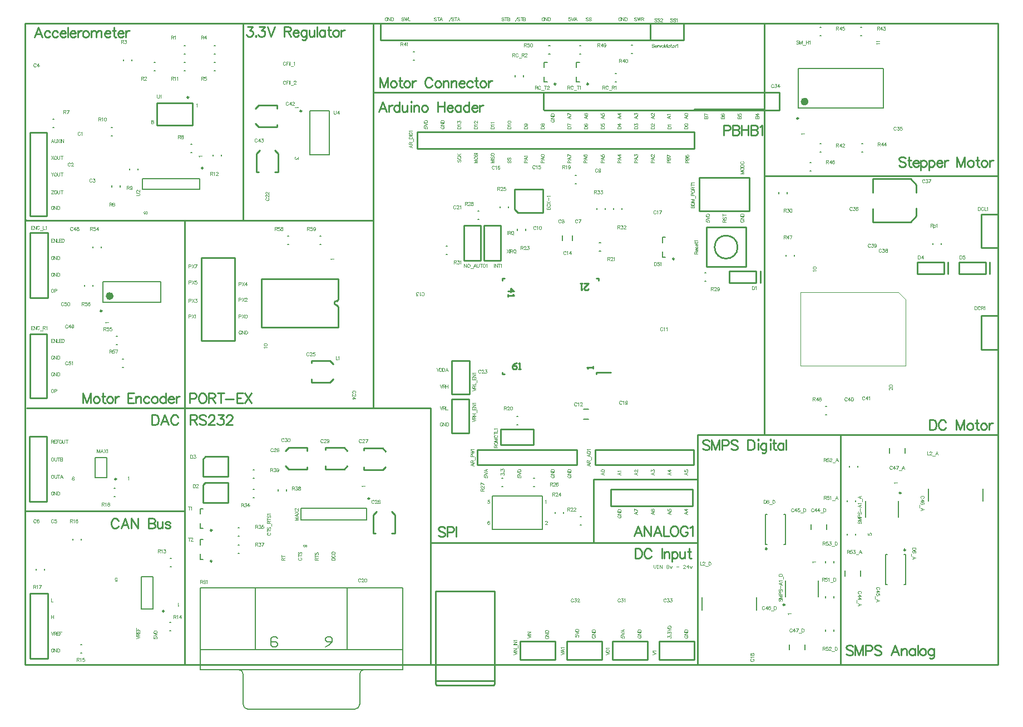
<source format=gto>
G04 Layer_Color=65535*
%FSLAX25Y25*%
%MOIN*%
G70*
G01*
G75*
%ADD51C,0.01000*%
%ADD91C,0.02362*%
%ADD92C,0.00984*%
%ADD93C,0.00787*%
%ADD94C,0.00393*%
%ADD95C,0.00300*%
%ADD96C,0.00591*%
D51*
X193500Y224254D02*
G03*
X193500Y221754I0J-1250D01*
G01*
X105000Y346146D02*
G03*
X105000Y346146I-500J0D01*
G01*
X433890Y256500D02*
G03*
X433890Y256500I-6890J0D01*
G01*
X292991Y236558D02*
Y237808D01*
X294241D01*
X349241D02*
X350491D01*
Y236558D02*
Y237808D01*
X292991Y180308D02*
Y181558D01*
Y180308D02*
X294241D01*
X349241D02*
Y181558D01*
X357991D01*
X7000Y98500D02*
X102500D01*
X7000Y273000D02*
X7500Y272500D01*
X95500D01*
X410000Y6500D02*
Y7500D01*
X495500Y6500D02*
Y7500D01*
X590000Y6500D02*
Y8000D01*
X250000Y6500D02*
X590000D01*
X347500Y117500D02*
X410000D01*
X347500Y79500D02*
X410000D01*
X347500D02*
Y117500D01*
X410000Y7500D02*
Y144000D01*
X450000D01*
X493500D02*
X495500D01*
X215500Y160000D02*
Y171500D01*
X245000Y6500D02*
X250000D01*
X7000Y153000D02*
Y155000D01*
X137500Y272500D02*
Y280000D01*
X94500Y272500D02*
X102500D01*
X210000Y390500D02*
X215500D01*
X590000Y299000D02*
Y304000D01*
X450000Y299000D02*
Y311500D01*
X102500Y142000D02*
Y160500D01*
X215500Y272500D02*
Y293500D01*
X250000Y12500D02*
Y160000D01*
Y6500D02*
Y12500D01*
X495500Y7500D02*
Y144000D01*
X584500Y299000D02*
X590000D01*
X582500D02*
X584500D01*
X7000Y6500D02*
X103000D01*
X450000Y144000D02*
Y311500D01*
X590000Y7500D02*
Y306500D01*
X450000Y144000D02*
X590000D01*
X102500Y6500D02*
X250500D01*
X215500Y160000D02*
X250000D01*
X215500D02*
Y285000D01*
X103500Y160000D02*
X215500D01*
X450000Y311500D02*
Y351500D01*
Y299000D02*
X582500D01*
X590000Y306500D02*
Y390500D01*
X442000D02*
X590000D01*
X215500Y349000D02*
X290000D01*
X450000D01*
Y390500D01*
X215500D02*
X450000D01*
X129000D02*
X210000D01*
X137500Y272500D02*
X215500D01*
Y293500D02*
Y390500D01*
X102500Y272500D02*
X137500D01*
Y390500D01*
X7000D02*
X137500D01*
X7000Y275000D02*
Y390500D01*
Y6500D02*
Y153500D01*
X102500Y6500D02*
Y142000D01*
X7000Y154000D02*
Y275000D01*
X8000Y160000D02*
X103500D01*
X102500Y160500D02*
Y272500D01*
X194500Y225254D02*
Y237571D01*
Y208437D02*
Y220754D01*
X148500Y208437D02*
X194500D01*
X148500D02*
Y237571D01*
X194500D01*
X193500Y221754D02*
X194500Y220754D01*
X193500Y224254D02*
X194500Y225254D01*
X250000Y79500D02*
X347500D01*
X250000Y73000D02*
Y79500D01*
X408000Y339000D02*
X449500D01*
X450000Y338500D01*
X318000D02*
X450000D01*
X317500Y339000D02*
X318000Y338500D01*
X317500Y339000D02*
Y349000D01*
X20000Y275000D02*
Y325000D01*
X10000Y275000D02*
X20000D01*
X10000D02*
Y325000D01*
X85870Y342839D02*
X107130D01*
X85870Y329453D02*
Y342839D01*
X107130Y329453D02*
Y342839D01*
X85870Y329453D02*
X107130D01*
X415189Y268311D02*
X438811D01*
Y244689D02*
Y268311D01*
X415189Y244689D02*
X438811D01*
X415189D02*
Y268311D01*
X566500Y247500D02*
X582500D01*
Y240500D02*
Y247500D01*
X566500Y240500D02*
X582500D01*
X566500D02*
Y247500D01*
X585000Y240500D02*
Y247500D01*
X429000Y242000D02*
X445000D01*
Y235000D02*
Y242000D01*
X429000Y235000D02*
X445000D01*
X429000D02*
Y242000D01*
X447500Y235000D02*
Y242000D01*
X145504Y301504D02*
Y312600D01*
X158496Y301504D02*
Y312600D01*
X156600Y301504D02*
X158496D01*
X145504D02*
X146800D01*
X156600Y314496D02*
X158496Y312600D01*
X145504D02*
X147400Y314496D01*
X146900Y328504D02*
X157996D01*
X146900Y341496D02*
X157996D01*
Y339600D02*
Y341496D01*
Y328504D02*
Y329800D01*
X145004Y339600D02*
X146900Y341496D01*
X145004Y330400D02*
X146900Y328504D01*
X540992Y274992D02*
Y279835D01*
Y289235D02*
Y293908D01*
X515008Y289165D02*
Y297492D01*
X537408D01*
X515008Y271508D02*
X537508D01*
X515008D02*
Y279500D01*
X537508Y271508D02*
X540992Y274992D01*
X537408Y297492D02*
X540992Y293908D01*
X164900Y123504D02*
X175996D01*
X164900Y136496D02*
X175996D01*
Y134600D02*
Y136496D01*
Y123504D02*
Y124800D01*
X163004Y134600D02*
X164900Y136496D01*
X163004Y125400D02*
X164900Y123504D01*
X187004Y136496D02*
X198100D01*
X187004Y123504D02*
X198100D01*
X187004D02*
Y125400D01*
Y135200D02*
Y136496D01*
X198100Y123504D02*
X199996Y125400D01*
X198100Y136496D02*
X199996Y134600D01*
X215504Y85004D02*
Y96100D01*
X228496Y85004D02*
Y96100D01*
X226600Y85004D02*
X228496D01*
X215504D02*
X216800D01*
X226600Y97996D02*
X228496Y96100D01*
X215504D02*
X217400Y97996D01*
X210004Y135996D02*
X221100D01*
X210004Y123004D02*
X221100D01*
X210004D02*
Y124900D01*
Y134700D02*
Y135996D01*
X221100Y123004D02*
X222996Y124900D01*
X221100Y135996D02*
X222996Y134100D01*
X178504Y188496D02*
X189600D01*
X178504Y175504D02*
X189600D01*
X178504D02*
Y177400D01*
Y187200D02*
Y188496D01*
X189600Y175504D02*
X191496Y177400D01*
X189600Y188496D02*
X191496Y186600D01*
X300361Y279238D02*
X302361Y277238D01*
X300361Y279238D02*
Y291238D01*
X302361Y277238D02*
X317361D01*
Y291238D01*
X300361D02*
X317361D01*
X541500Y247500D02*
X557500D01*
Y240500D02*
Y247500D01*
X541500Y240500D02*
X557500D01*
X541500D02*
Y247500D01*
X560000Y240500D02*
Y247500D01*
X128500Y103500D02*
Y105500D01*
X113500Y103500D02*
X128500D01*
X113500D02*
Y114000D01*
X128500Y105500D02*
Y115500D01*
X113500Y114000D02*
X115000Y115500D01*
X128500D01*
Y119000D02*
Y121000D01*
X113500Y119000D02*
X128500D01*
X113500D02*
Y129500D01*
X128500Y121000D02*
Y131000D01*
X113500Y129500D02*
X115000Y131000D01*
X128500D01*
X242000Y325500D02*
X408000D01*
Y315500D02*
Y325500D01*
X242000Y315500D02*
X408000D01*
X242000D02*
Y325500D01*
X580000Y215500D02*
X590000D01*
X580000D02*
X590000D01*
X580000Y195000D02*
Y215500D01*
Y195000D02*
X590000D01*
X580000Y256000D02*
X590000D01*
X580000D02*
Y276000D01*
X590000D01*
X401500Y380500D02*
Y390500D01*
X381500Y380500D02*
X401500D01*
X381500D02*
Y390500D01*
X220000Y380500D02*
X381500D01*
X220000D02*
Y390500D01*
X411000Y278000D02*
Y298000D01*
Y278000D02*
X441000D01*
Y298000D01*
X411000D02*
X441000D01*
X292500Y147500D02*
X311500D01*
Y138000D02*
Y147500D01*
X292000Y138000D02*
X311500D01*
X292000D02*
Y147500D01*
X293000D01*
X273000Y145000D02*
Y165500D01*
X262500Y145000D02*
X273000D01*
X262500D02*
Y165500D01*
X272500D01*
X273000D01*
X273312Y168500D02*
Y188500D01*
X262500Y168500D02*
X273312D01*
X262500D02*
Y188500D01*
X273312D01*
X270000Y248500D02*
X280000D01*
X270000D02*
Y269500D01*
X280000D01*
Y248500D02*
Y269500D01*
X282000Y248500D02*
Y269500D01*
Y248500D02*
X292000D01*
Y269500D01*
X282000D02*
X292000D01*
X112500Y250000D02*
X132500D01*
Y200500D02*
Y250000D01*
X112500Y200500D02*
X132500D01*
X112500D02*
Y250000D01*
X10000Y265000D02*
X20500D01*
Y226000D02*
Y265000D01*
X10000Y226000D02*
X20500D01*
X10000D02*
Y265000D01*
Y204500D02*
X20000D01*
Y166000D02*
Y204500D01*
X10000Y166000D02*
X20000D01*
X10000D02*
Y204500D01*
X10500Y143000D02*
X20000D01*
Y104000D02*
Y143000D01*
X9500Y104000D02*
X20000D01*
X9500D02*
Y143000D01*
X11000D01*
X10000Y49000D02*
X20500D01*
Y10000D02*
Y49000D01*
X10000Y10000D02*
X20500D01*
X10000D02*
Y49000D01*
Y325000D02*
X20000D01*
X349000Y135000D02*
X407500D01*
Y126000D02*
Y135000D01*
X348500Y126000D02*
X407500D01*
X348500D02*
Y135000D01*
X350000D01*
X288000D02*
X336500D01*
X278000D02*
X288000D01*
X279500Y126000D02*
X337500D01*
Y135000D01*
X278000Y126000D02*
Y135000D01*
Y126000D02*
X279500D01*
X336000Y135000D02*
X337500D01*
X358500Y111500D02*
X407000D01*
Y101500D02*
Y111500D01*
X358000Y101500D02*
X407000D01*
X358000D02*
Y111500D01*
X359000D01*
X387000Y20500D02*
X408000D01*
Y11000D02*
Y20500D01*
Y9500D02*
Y11000D01*
X387000Y9500D02*
X408000D01*
X387000D02*
Y20500D01*
X359000Y9500D02*
X380000D01*
X359000D02*
Y20500D01*
X379500D01*
X352500Y12500D02*
Y17500D01*
X331500Y9500D02*
X352500D01*
X331500D02*
Y20500D01*
X352500D01*
X303500D02*
X324000D01*
X303500Y10000D02*
Y20500D01*
Y9500D02*
Y10000D01*
Y9500D02*
X324500D01*
Y20500D01*
X324000D02*
X324500D01*
X352500Y9500D02*
Y12500D01*
Y17500D02*
Y20500D01*
X380000Y9500D02*
Y20500D01*
X450000Y349000D02*
X459000D01*
Y338500D02*
Y349000D01*
X446500Y338500D02*
X459000D01*
X288216Y-5283D02*
Y-3185D01*
X287500Y-6000D02*
X288216Y-5283D01*
X253500Y-6000D02*
X287500D01*
X252783Y-5283D02*
X253500Y-6000D01*
X252783Y-5283D02*
Y-3185D01*
X288216D02*
Y1500D01*
X252783Y-3185D02*
Y1500D01*
Y50283D02*
X287933D01*
X288216Y1500D02*
Y50283D01*
X252783Y1500D02*
Y50283D01*
Y-3185D02*
X288216D01*
X376569Y83500D02*
X374284Y89499D01*
X371999Y83500D01*
X372856Y85500D02*
X375712D01*
X377969Y89499D02*
Y83500D01*
Y89499D02*
X381968Y83500D01*
Y89499D02*
Y83500D01*
X388195D02*
X385910Y89499D01*
X383625Y83500D01*
X384482Y85500D02*
X387338D01*
X389595Y89499D02*
Y83500D01*
X393023D01*
X395394Y89499D02*
X394823Y89213D01*
X394251Y88642D01*
X393966Y88070D01*
X393680Y87213D01*
Y85785D01*
X393966Y84928D01*
X394251Y84357D01*
X394823Y83786D01*
X395394Y83500D01*
X396536D01*
X397108Y83786D01*
X397679Y84357D01*
X397965Y84928D01*
X398250Y85785D01*
Y87213D01*
X397965Y88070D01*
X397679Y88642D01*
X397108Y89213D01*
X396536Y89499D01*
X395394D01*
X403935Y88070D02*
X403649Y88642D01*
X403078Y89213D01*
X402507Y89499D01*
X401364D01*
X400793Y89213D01*
X400221Y88642D01*
X399936Y88070D01*
X399650Y87213D01*
Y85785D01*
X399936Y84928D01*
X400221Y84357D01*
X400793Y83786D01*
X401364Y83500D01*
X402507D01*
X403078Y83786D01*
X403649Y84357D01*
X403935Y84928D01*
Y85785D01*
X402507D02*
X403935D01*
X405306Y88356D02*
X405877Y88642D01*
X406734Y89499D01*
Y83500D01*
X425500Y326357D02*
X428071D01*
X428928Y326642D01*
X429213Y326928D01*
X429499Y327499D01*
Y328356D01*
X429213Y328927D01*
X428928Y329213D01*
X428071Y329499D01*
X425500D01*
Y323500D01*
X430842Y329499D02*
Y323500D01*
Y329499D02*
X433413D01*
X434270Y329213D01*
X434555Y328927D01*
X434841Y328356D01*
Y327785D01*
X434555Y327214D01*
X434270Y326928D01*
X433413Y326642D01*
X430842D02*
X433413D01*
X434270Y326357D01*
X434555Y326071D01*
X434841Y325500D01*
Y324643D01*
X434555Y324071D01*
X434270Y323786D01*
X433413Y323500D01*
X430842D01*
X436183Y329499D02*
Y323500D01*
X440183Y329499D02*
Y323500D01*
X436183Y326642D02*
X440183D01*
X441839Y329499D02*
Y323500D01*
Y329499D02*
X444410D01*
X445267Y329213D01*
X445553Y328927D01*
X445838Y328356D01*
Y327785D01*
X445553Y327214D01*
X445267Y326928D01*
X444410Y326642D01*
X441839D02*
X444410D01*
X445267Y326357D01*
X445553Y326071D01*
X445838Y325500D01*
Y324643D01*
X445553Y324071D01*
X445267Y323786D01*
X444410Y323500D01*
X441839D01*
X447181Y328356D02*
X447752Y328642D01*
X448609Y329499D01*
Y323500D01*
X301460Y187243D02*
X300211Y186618D01*
X298961Y185369D01*
Y184119D01*
X299586Y183494D01*
X300835D01*
X301460Y184119D01*
Y184744D01*
X300835Y185369D01*
X298961D01*
X302710Y183494D02*
X303959D01*
X303335D01*
Y187243D01*
X302710Y186618D01*
X296178Y229963D02*
X299926D01*
X298052Y231838D01*
Y229338D01*
X296178Y228089D02*
Y226839D01*
Y227464D01*
X299926D01*
X299302Y228089D01*
X342020Y234621D02*
X344519D01*
X342020Y232122D01*
Y231497D01*
X342645Y230872D01*
X343895D01*
X344519Y231497D01*
X340771Y234621D02*
X339521D01*
X340146D01*
Y230872D01*
X340771Y231497D01*
X347303Y183919D02*
Y185169D01*
Y184544D01*
X343554D01*
X344179Y183919D01*
X372500Y75999D02*
Y70000D01*
Y75999D02*
X374500D01*
X375357Y75713D01*
X375928Y75142D01*
X376214Y74571D01*
X376499Y73713D01*
Y72285D01*
X376214Y71428D01*
X375928Y70857D01*
X375357Y70286D01*
X374500Y70000D01*
X372500D01*
X382126Y74571D02*
X381841Y75142D01*
X381270Y75713D01*
X380698Y75999D01*
X379556D01*
X378984Y75713D01*
X378413Y75142D01*
X378127Y74571D01*
X377842Y73713D01*
Y72285D01*
X378127Y71428D01*
X378413Y70857D01*
X378984Y70286D01*
X379556Y70000D01*
X380698D01*
X381270Y70286D01*
X381841Y70857D01*
X382126Y71428D01*
X388525Y75999D02*
Y70000D01*
X389782Y73999D02*
Y70000D01*
Y72856D02*
X390639Y73713D01*
X391210Y73999D01*
X392067D01*
X392638Y73713D01*
X392924Y72856D01*
Y70000D01*
X394495Y73999D02*
Y68000D01*
Y73142D02*
X395067Y73713D01*
X395638Y73999D01*
X396495D01*
X397066Y73713D01*
X397638Y73142D01*
X397923Y72285D01*
Y71714D01*
X397638Y70857D01*
X397066Y70286D01*
X396495Y70000D01*
X395638D01*
X395067Y70286D01*
X394495Y70857D01*
X399209Y73999D02*
Y71143D01*
X399494Y70286D01*
X400066Y70000D01*
X400922D01*
X401494Y70286D01*
X402351Y71143D01*
Y73999D02*
Y70000D01*
X404779Y75999D02*
Y71143D01*
X405064Y70286D01*
X405636Y70000D01*
X406207D01*
X403922Y73999D02*
X405921D01*
X258499Y88142D02*
X257928Y88713D01*
X257071Y88999D01*
X255928D01*
X255071Y88713D01*
X254500Y88142D01*
Y87571D01*
X254786Y86999D01*
X255071Y86713D01*
X255643Y86428D01*
X257357Y85856D01*
X257928Y85571D01*
X258213Y85285D01*
X258499Y84714D01*
Y83857D01*
X257928Y83286D01*
X257071Y83000D01*
X255928D01*
X255071Y83286D01*
X254500Y83857D01*
X259842Y85856D02*
X262413D01*
X263269Y86142D01*
X263555Y86428D01*
X263841Y86999D01*
Y87856D01*
X263555Y88427D01*
X263269Y88713D01*
X262413Y88999D01*
X259842D01*
Y83000D01*
X265183Y88999D02*
Y83000D01*
X105500Y165857D02*
X108071D01*
X108928Y166142D01*
X109213Y166428D01*
X109499Y166999D01*
Y167856D01*
X109213Y168427D01*
X108928Y168713D01*
X108071Y168999D01*
X105500D01*
Y163000D01*
X112556Y168999D02*
X111984Y168713D01*
X111413Y168142D01*
X111127Y167570D01*
X110842Y166714D01*
Y165285D01*
X111127Y164428D01*
X111413Y163857D01*
X111984Y163286D01*
X112556Y163000D01*
X113698D01*
X114270Y163286D01*
X114841Y163857D01*
X115127Y164428D01*
X115412Y165285D01*
Y166714D01*
X115127Y167570D01*
X114841Y168142D01*
X114270Y168713D01*
X113698Y168999D01*
X112556D01*
X116812D02*
Y163000D01*
Y168999D02*
X119383D01*
X120240Y168713D01*
X120525Y168427D01*
X120811Y167856D01*
Y167285D01*
X120525Y166714D01*
X120240Y166428D01*
X119383Y166142D01*
X116812D01*
X118811D02*
X120811Y163000D01*
X124153Y168999D02*
Y163000D01*
X122154Y168999D02*
X126153D01*
X126867Y165571D02*
X132009D01*
X137493Y168999D02*
X133780D01*
Y163000D01*
X137493D01*
X133780Y166142D02*
X136065D01*
X138493Y168999D02*
X142492Y163000D01*
Y168999D02*
X138493Y163000D01*
X83000Y155999D02*
Y150000D01*
Y155999D02*
X85000D01*
X85856Y155713D01*
X86428Y155142D01*
X86713Y154570D01*
X86999Y153714D01*
Y152285D01*
X86713Y151428D01*
X86428Y150857D01*
X85856Y150286D01*
X85000Y150000D01*
X83000D01*
X92912D02*
X90627Y155999D01*
X88342Y150000D01*
X89199Y152000D02*
X92055D01*
X98597Y154570D02*
X98311Y155142D01*
X97740Y155713D01*
X97168Y155999D01*
X96026D01*
X95455Y155713D01*
X94883Y155142D01*
X94598Y154570D01*
X94312Y153714D01*
Y152285D01*
X94598Y151428D01*
X94883Y150857D01*
X95455Y150286D01*
X96026Y150000D01*
X97168D01*
X97740Y150286D01*
X98311Y150857D01*
X98597Y151428D01*
X223570Y337500D02*
X221285Y343499D01*
X219000Y337500D01*
X219857Y339500D02*
X222713D01*
X224970Y341499D02*
Y337500D01*
Y339785D02*
X225256Y340642D01*
X225827Y341213D01*
X226398Y341499D01*
X227255D01*
X231226Y343499D02*
Y337500D01*
Y340642D02*
X230655Y341213D01*
X230083Y341499D01*
X229226D01*
X228655Y341213D01*
X228084Y340642D01*
X227798Y339785D01*
Y339214D01*
X228084Y338357D01*
X228655Y337786D01*
X229226Y337500D01*
X230083D01*
X230655Y337786D01*
X231226Y338357D01*
X232826Y341499D02*
Y338643D01*
X233111Y337786D01*
X233683Y337500D01*
X234540D01*
X235111Y337786D01*
X235968Y338643D01*
Y341499D02*
Y337500D01*
X238110Y343499D02*
X238396Y343213D01*
X238682Y343499D01*
X238396Y343784D01*
X238110Y343499D01*
X238396Y341499D02*
Y337500D01*
X239738Y341499D02*
Y337500D01*
Y340356D02*
X240595Y341213D01*
X241167Y341499D01*
X242024D01*
X242595Y341213D01*
X242881Y340356D01*
Y337500D01*
X245880Y341499D02*
X245309Y341213D01*
X244737Y340642D01*
X244452Y339785D01*
Y339214D01*
X244737Y338357D01*
X245309Y337786D01*
X245880Y337500D01*
X246737D01*
X247308Y337786D01*
X247880Y338357D01*
X248165Y339214D01*
Y339785D01*
X247880Y340642D01*
X247308Y341213D01*
X246737Y341499D01*
X245880D01*
X254192Y343499D02*
Y337500D01*
X258192Y343499D02*
Y337500D01*
X254192Y340642D02*
X258192D01*
X259848Y339785D02*
X263276D01*
Y340356D01*
X262991Y340928D01*
X262705Y341213D01*
X262134Y341499D01*
X261277D01*
X260705Y341213D01*
X260134Y340642D01*
X259848Y339785D01*
Y339214D01*
X260134Y338357D01*
X260705Y337786D01*
X261277Y337500D01*
X262134D01*
X262705Y337786D01*
X263276Y338357D01*
X267989Y341499D02*
Y337500D01*
Y340642D02*
X267418Y341213D01*
X266847Y341499D01*
X265990D01*
X265419Y341213D01*
X264847Y340642D01*
X264562Y339785D01*
Y339214D01*
X264847Y338357D01*
X265419Y337786D01*
X265990Y337500D01*
X266847D01*
X267418Y337786D01*
X267989Y338357D01*
X273017Y343499D02*
Y337500D01*
Y340642D02*
X272446Y341213D01*
X271874Y341499D01*
X271017D01*
X270446Y341213D01*
X269875Y340642D01*
X269589Y339785D01*
Y339214D01*
X269875Y338357D01*
X270446Y337786D01*
X271017Y337500D01*
X271874D01*
X272446Y337786D01*
X273017Y338357D01*
X274617Y339785D02*
X278045D01*
Y340356D01*
X277759Y340928D01*
X277473Y341213D01*
X276902Y341499D01*
X276045D01*
X275474Y341213D01*
X274902Y340642D01*
X274617Y339785D01*
Y339214D01*
X274902Y338357D01*
X275474Y337786D01*
X276045Y337500D01*
X276902D01*
X277473Y337786D01*
X278045Y338357D01*
X279330Y341499D02*
Y337500D01*
Y339785D02*
X279616Y340642D01*
X280187Y341213D01*
X280758Y341499D01*
X281615D01*
X549000Y152999D02*
Y147000D01*
Y152999D02*
X551000D01*
X551857Y152713D01*
X552428Y152142D01*
X552713Y151570D01*
X552999Y150714D01*
Y149285D01*
X552713Y148428D01*
X552428Y147857D01*
X551857Y147286D01*
X551000Y147000D01*
X549000D01*
X558627Y151570D02*
X558341Y152142D01*
X557769Y152713D01*
X557198Y152999D01*
X556056D01*
X555484Y152713D01*
X554913Y152142D01*
X554627Y151570D01*
X554342Y150714D01*
Y149285D01*
X554627Y148428D01*
X554913Y147857D01*
X555484Y147286D01*
X556056Y147000D01*
X557198D01*
X557769Y147286D01*
X558341Y147857D01*
X558627Y148428D01*
X565025Y152999D02*
Y147000D01*
Y152999D02*
X567310Y147000D01*
X569596Y152999D02*
X567310Y147000D01*
X569596Y152999D02*
Y147000D01*
X572738Y150999D02*
X572166Y150714D01*
X571595Y150142D01*
X571310Y149285D01*
Y148714D01*
X571595Y147857D01*
X572166Y147286D01*
X572738Y147000D01*
X573595D01*
X574166Y147286D01*
X574737Y147857D01*
X575023Y148714D01*
Y149285D01*
X574737Y150142D01*
X574166Y150714D01*
X573595Y150999D01*
X572738D01*
X577194Y152999D02*
Y148143D01*
X577480Y147286D01*
X578051Y147000D01*
X578622D01*
X576337Y150999D02*
X578337D01*
X580907D02*
X580336Y150714D01*
X579765Y150142D01*
X579479Y149285D01*
Y148714D01*
X579765Y147857D01*
X580336Y147286D01*
X580907Y147000D01*
X581764D01*
X582336Y147286D01*
X582907Y147857D01*
X583193Y148714D01*
Y149285D01*
X582907Y150142D01*
X582336Y150714D01*
X581764Y150999D01*
X580907D01*
X584507D02*
Y147000D01*
Y149285D02*
X584792Y150142D01*
X585364Y150714D01*
X585935Y150999D01*
X586792D01*
X416999Y140142D02*
X416428Y140713D01*
X415571Y140999D01*
X414428D01*
X413571Y140713D01*
X413000Y140142D01*
Y139570D01*
X413286Y138999D01*
X413571Y138714D01*
X414143Y138428D01*
X415857Y137856D01*
X416428Y137571D01*
X416713Y137285D01*
X416999Y136714D01*
Y135857D01*
X416428Y135286D01*
X415571Y135000D01*
X414428D01*
X413571Y135286D01*
X413000Y135857D01*
X418342Y140999D02*
Y135000D01*
Y140999D02*
X420627Y135000D01*
X422912Y140999D02*
X420627Y135000D01*
X422912Y140999D02*
Y135000D01*
X424626Y137856D02*
X427197D01*
X428054Y138142D01*
X428340Y138428D01*
X428625Y138999D01*
Y139856D01*
X428340Y140427D01*
X428054Y140713D01*
X427197Y140999D01*
X424626D01*
Y135000D01*
X433967Y140142D02*
X433396Y140713D01*
X432539Y140999D01*
X431396D01*
X430539Y140713D01*
X429968Y140142D01*
Y139570D01*
X430253Y138999D01*
X430539Y138714D01*
X431110Y138428D01*
X432824Y137856D01*
X433396Y137571D01*
X433681Y137285D01*
X433967Y136714D01*
Y135857D01*
X433396Y135286D01*
X432539Y135000D01*
X431396D01*
X430539Y135286D01*
X429968Y135857D01*
X440023Y140999D02*
Y135000D01*
Y140999D02*
X442022D01*
X442879Y140713D01*
X443451Y140142D01*
X443736Y139570D01*
X444022Y138714D01*
Y137285D01*
X443736Y136428D01*
X443451Y135857D01*
X442879Y135286D01*
X442022Y135000D01*
X440023D01*
X445936Y140999D02*
X446221Y140713D01*
X446507Y140999D01*
X446221Y141284D01*
X445936Y140999D01*
X446221Y138999D02*
Y135000D01*
X450992Y138999D02*
Y134429D01*
X450706Y133572D01*
X450421Y133286D01*
X449849Y133000D01*
X448992D01*
X448421Y133286D01*
X450992Y138142D02*
X450421Y138714D01*
X449849Y138999D01*
X448992D01*
X448421Y138714D01*
X447850Y138142D01*
X447564Y137285D01*
Y136714D01*
X447850Y135857D01*
X448421Y135286D01*
X448992Y135000D01*
X449849D01*
X450421Y135286D01*
X450992Y135857D01*
X453163Y140999D02*
X453448Y140713D01*
X453734Y140999D01*
X453448Y141284D01*
X453163Y140999D01*
X453448Y138999D02*
Y135000D01*
X455648Y140999D02*
Y136143D01*
X455934Y135286D01*
X456505Y135000D01*
X457076D01*
X454791Y138999D02*
X456791D01*
X461361D02*
Y135000D01*
Y138142D02*
X460790Y138714D01*
X460218Y138999D01*
X459362D01*
X458790Y138714D01*
X458219Y138142D01*
X457933Y137285D01*
Y136714D01*
X458219Y135857D01*
X458790Y135286D01*
X459362Y135000D01*
X460218D01*
X460790Y135286D01*
X461361Y135857D01*
X462961Y140999D02*
Y135000D01*
X502999Y17142D02*
X502428Y17713D01*
X501571Y17999D01*
X500428D01*
X499571Y17713D01*
X499000Y17142D01*
Y16570D01*
X499286Y15999D01*
X499571Y15713D01*
X500143Y15428D01*
X501857Y14856D01*
X502428Y14571D01*
X502713Y14285D01*
X502999Y13714D01*
Y12857D01*
X502428Y12286D01*
X501571Y12000D01*
X500428D01*
X499571Y12286D01*
X499000Y12857D01*
X504342Y17999D02*
Y12000D01*
Y17999D02*
X506627Y12000D01*
X508912Y17999D02*
X506627Y12000D01*
X508912Y17999D02*
Y12000D01*
X510626Y14856D02*
X513197D01*
X514054Y15142D01*
X514340Y15428D01*
X514625Y15999D01*
Y16856D01*
X514340Y17427D01*
X514054Y17713D01*
X513197Y17999D01*
X510626D01*
Y12000D01*
X519967Y17142D02*
X519396Y17713D01*
X518539Y17999D01*
X517396D01*
X516539Y17713D01*
X515968Y17142D01*
Y16570D01*
X516253Y15999D01*
X516539Y15713D01*
X517110Y15428D01*
X518824Y14856D01*
X519396Y14571D01*
X519681Y14285D01*
X519967Y13714D01*
Y12857D01*
X519396Y12286D01*
X518539Y12000D01*
X517396D01*
X516539Y12286D01*
X515968Y12857D01*
X530593Y12000D02*
X528308Y17999D01*
X526023Y12000D01*
X526880Y14000D02*
X529736D01*
X531993Y15999D02*
Y12000D01*
Y14856D02*
X532850Y15713D01*
X533421Y15999D01*
X534278D01*
X534850Y15713D01*
X535135Y14856D01*
Y12000D01*
X540134Y15999D02*
Y12000D01*
Y15142D02*
X539563Y15713D01*
X538991Y15999D01*
X538134D01*
X537563Y15713D01*
X536992Y15142D01*
X536706Y14285D01*
Y13714D01*
X536992Y12857D01*
X537563Y12286D01*
X538134Y12000D01*
X538991D01*
X539563Y12286D01*
X540134Y12857D01*
X541734Y17999D02*
Y12000D01*
X544419Y15999D02*
X543848Y15713D01*
X543276Y15142D01*
X542991Y14285D01*
Y13714D01*
X543276Y12857D01*
X543848Y12286D01*
X544419Y12000D01*
X545276D01*
X545847Y12286D01*
X546418Y12857D01*
X546704Y13714D01*
Y14285D01*
X546418Y15142D01*
X545847Y15713D01*
X545276Y15999D01*
X544419D01*
X551446D02*
Y11429D01*
X551160Y10572D01*
X550875Y10286D01*
X550303Y10000D01*
X549446D01*
X548875Y10286D01*
X551446Y15142D02*
X550875Y15713D01*
X550303Y15999D01*
X549446D01*
X548875Y15713D01*
X548304Y15142D01*
X548018Y14285D01*
Y13714D01*
X548304Y12857D01*
X548875Y12286D01*
X549446Y12000D01*
X550303D01*
X550875Y12286D01*
X551446Y12857D01*
X106000Y155999D02*
Y150000D01*
Y155999D02*
X108571D01*
X109428Y155713D01*
X109713Y155427D01*
X109999Y154856D01*
Y154285D01*
X109713Y153714D01*
X109428Y153428D01*
X108571Y153142D01*
X106000D01*
X108000D02*
X109999Y150000D01*
X115341Y155142D02*
X114770Y155713D01*
X113913Y155999D01*
X112770D01*
X111913Y155713D01*
X111342Y155142D01*
Y154570D01*
X111627Y153999D01*
X111913Y153714D01*
X112484Y153428D01*
X114198Y152857D01*
X114770Y152571D01*
X115055Y152285D01*
X115341Y151714D01*
Y150857D01*
X114770Y150286D01*
X113913Y150000D01*
X112770D01*
X111913Y150286D01*
X111342Y150857D01*
X116969Y154570D02*
Y154856D01*
X117255Y155427D01*
X117540Y155713D01*
X118112Y155999D01*
X119254D01*
X119826Y155713D01*
X120111Y155427D01*
X120397Y154856D01*
Y154285D01*
X120111Y153714D01*
X119540Y152857D01*
X116683Y150000D01*
X120683D01*
X122596Y155999D02*
X125739D01*
X124025Y153714D01*
X124882D01*
X125453Y153428D01*
X125739Y153142D01*
X126024Y152285D01*
Y151714D01*
X125739Y150857D01*
X125167Y150286D01*
X124310Y150000D01*
X123453D01*
X122596Y150286D01*
X122311Y150571D01*
X122025Y151143D01*
X127653Y154570D02*
Y154856D01*
X127938Y155427D01*
X128224Y155713D01*
X128795Y155999D01*
X129938D01*
X130509Y155713D01*
X130795Y155427D01*
X131080Y154856D01*
Y154285D01*
X130795Y153714D01*
X130223Y152857D01*
X127367Y150000D01*
X131366D01*
X534499Y309642D02*
X533928Y310213D01*
X533071Y310499D01*
X531928D01*
X531071Y310213D01*
X530500Y309642D01*
Y309070D01*
X530786Y308499D01*
X531071Y308213D01*
X531643Y307928D01*
X533357Y307357D01*
X533928Y307071D01*
X534213Y306785D01*
X534499Y306214D01*
Y305357D01*
X533928Y304786D01*
X533071Y304500D01*
X531928D01*
X531071Y304786D01*
X530500Y305357D01*
X536699Y310499D02*
Y305643D01*
X536984Y304786D01*
X537556Y304500D01*
X538127D01*
X535842Y308499D02*
X537841D01*
X538984Y306785D02*
X542412D01*
Y307357D01*
X542126Y307928D01*
X541840Y308213D01*
X541269Y308499D01*
X540412D01*
X539841Y308213D01*
X539269Y307642D01*
X538984Y306785D01*
Y306214D01*
X539269Y305357D01*
X539841Y304786D01*
X540412Y304500D01*
X541269D01*
X541840Y304786D01*
X542412Y305357D01*
X543697Y308499D02*
Y302500D01*
Y307642D02*
X544269Y308213D01*
X544840Y308499D01*
X545697D01*
X546268Y308213D01*
X546839Y307642D01*
X547125Y306785D01*
Y306214D01*
X546839Y305357D01*
X546268Y304786D01*
X545697Y304500D01*
X544840D01*
X544269Y304786D01*
X543697Y305357D01*
X548411Y308499D02*
Y302500D01*
Y307642D02*
X548982Y308213D01*
X549553Y308499D01*
X550410D01*
X550981Y308213D01*
X551553Y307642D01*
X551838Y306785D01*
Y306214D01*
X551553Y305357D01*
X550981Y304786D01*
X550410Y304500D01*
X549553D01*
X548982Y304786D01*
X548411Y305357D01*
X553124Y306785D02*
X556552D01*
Y307357D01*
X556266Y307928D01*
X555980Y308213D01*
X555409Y308499D01*
X554552D01*
X553981Y308213D01*
X553409Y307642D01*
X553124Y306785D01*
Y306214D01*
X553409Y305357D01*
X553981Y304786D01*
X554552Y304500D01*
X555409D01*
X555980Y304786D01*
X556552Y305357D01*
X557837Y308499D02*
Y304500D01*
Y306785D02*
X558123Y307642D01*
X558694Y308213D01*
X559265Y308499D01*
X560122D01*
X565378Y310499D02*
Y304500D01*
Y310499D02*
X567663Y304500D01*
X569949Y310499D02*
X567663Y304500D01*
X569949Y310499D02*
Y304500D01*
X573091Y308499D02*
X572520Y308213D01*
X571948Y307642D01*
X571663Y306785D01*
Y306214D01*
X571948Y305357D01*
X572520Y304786D01*
X573091Y304500D01*
X573948D01*
X574519Y304786D01*
X575091Y305357D01*
X575376Y306214D01*
Y306785D01*
X575091Y307642D01*
X574519Y308213D01*
X573948Y308499D01*
X573091D01*
X577547Y310499D02*
Y305643D01*
X577833Y304786D01*
X578404Y304500D01*
X578975D01*
X576690Y308499D02*
X578690D01*
X581261D02*
X580689Y308213D01*
X580118Y307642D01*
X579832Y306785D01*
Y306214D01*
X580118Y305357D01*
X580689Y304786D01*
X581261Y304500D01*
X582118D01*
X582689Y304786D01*
X583260Y305357D01*
X583546Y306214D01*
Y306785D01*
X583260Y307642D01*
X582689Y308213D01*
X582118Y308499D01*
X581261D01*
X584860D02*
Y304500D01*
Y306785D02*
X585145Y307642D01*
X585717Y308213D01*
X586288Y308499D01*
X587145D01*
X219500Y357999D02*
Y352000D01*
Y357999D02*
X221785Y352000D01*
X224070Y357999D02*
X221785Y352000D01*
X224070Y357999D02*
Y352000D01*
X227213Y355999D02*
X226641Y355714D01*
X226070Y355142D01*
X225784Y354285D01*
Y353714D01*
X226070Y352857D01*
X226641Y352286D01*
X227213Y352000D01*
X228070D01*
X228641Y352286D01*
X229212Y352857D01*
X229498Y353714D01*
Y354285D01*
X229212Y355142D01*
X228641Y355714D01*
X228070Y355999D01*
X227213D01*
X231669Y357999D02*
Y353143D01*
X231955Y352286D01*
X232526Y352000D01*
X233097D01*
X230812Y355999D02*
X232811D01*
X235382D02*
X234811Y355714D01*
X234240Y355142D01*
X233954Y354285D01*
Y353714D01*
X234240Y352857D01*
X234811Y352286D01*
X235382Y352000D01*
X236239D01*
X236811Y352286D01*
X237382Y352857D01*
X237667Y353714D01*
Y354285D01*
X237382Y355142D01*
X236811Y355714D01*
X236239Y355999D01*
X235382D01*
X238982D02*
Y352000D01*
Y354285D02*
X239267Y355142D01*
X239839Y355714D01*
X240410Y355999D01*
X241267D01*
X250808Y356570D02*
X250522Y357142D01*
X249951Y357713D01*
X249379Y357999D01*
X248237D01*
X247665Y357713D01*
X247094Y357142D01*
X246808Y356570D01*
X246523Y355714D01*
Y354285D01*
X246808Y353428D01*
X247094Y352857D01*
X247665Y352286D01*
X248237Y352000D01*
X249379D01*
X249951Y352286D01*
X250522Y352857D01*
X250808Y353428D01*
X253921Y355999D02*
X253350Y355714D01*
X252779Y355142D01*
X252493Y354285D01*
Y353714D01*
X252779Y352857D01*
X253350Y352286D01*
X253921Y352000D01*
X254778D01*
X255349Y352286D01*
X255921Y352857D01*
X256206Y353714D01*
Y354285D01*
X255921Y355142D01*
X255349Y355714D01*
X254778Y355999D01*
X253921D01*
X257520D02*
Y352000D01*
Y354856D02*
X258377Y355714D01*
X258949Y355999D01*
X259806D01*
X260377Y355714D01*
X260663Y354856D01*
Y352000D01*
X262234Y355999D02*
Y352000D01*
Y354856D02*
X263091Y355714D01*
X263662Y355999D01*
X264519D01*
X265090Y355714D01*
X265376Y354856D01*
Y352000D01*
X266947Y354285D02*
X270375D01*
Y354856D01*
X270089Y355428D01*
X269804Y355714D01*
X269232Y355999D01*
X268375D01*
X267804Y355714D01*
X267233Y355142D01*
X266947Y354285D01*
Y353714D01*
X267233Y352857D01*
X267804Y352286D01*
X268375Y352000D01*
X269232D01*
X269804Y352286D01*
X270375Y352857D01*
X275088Y355142D02*
X274517Y355714D01*
X273945Y355999D01*
X273089D01*
X272517Y355714D01*
X271946Y355142D01*
X271660Y354285D01*
Y353714D01*
X271946Y352857D01*
X272517Y352286D01*
X273089Y352000D01*
X273945D01*
X274517Y352286D01*
X275088Y352857D01*
X277231Y357999D02*
Y353143D01*
X277516Y352286D01*
X278087Y352000D01*
X278659D01*
X276374Y355999D02*
X278373D01*
X280944D02*
X280373Y355714D01*
X279801Y355142D01*
X279516Y354285D01*
Y353714D01*
X279801Y352857D01*
X280373Y352286D01*
X280944Y352000D01*
X281801D01*
X282372Y352286D01*
X282944Y352857D01*
X283229Y353714D01*
Y354285D01*
X282944Y355142D01*
X282372Y355714D01*
X281801Y355999D01*
X280944D01*
X284543D02*
Y352000D01*
Y354285D02*
X284829Y355142D01*
X285400Y355714D01*
X285971Y355999D01*
X286828D01*
X140071Y388499D02*
X143213D01*
X141500Y386213D01*
X142357D01*
X142928Y385928D01*
X143213Y385642D01*
X143499Y384785D01*
Y384214D01*
X143213Y383357D01*
X142642Y382786D01*
X141785Y382500D01*
X140928D01*
X140071Y382786D01*
X139786Y383071D01*
X139500Y383643D01*
X145127Y383071D02*
X144842Y382786D01*
X145127Y382500D01*
X145413Y382786D01*
X145127Y383071D01*
X147298Y388499D02*
X150441D01*
X148727Y386213D01*
X149583D01*
X150155Y385928D01*
X150441Y385642D01*
X150726Y384785D01*
Y384214D01*
X150441Y383357D01*
X149869Y382786D01*
X149012Y382500D01*
X148155D01*
X147298Y382786D01*
X147013Y383071D01*
X146727Y383643D01*
X152069Y388499D02*
X154354Y382500D01*
X156639Y388499D02*
X154354Y382500D01*
X162124Y388499D02*
Y382500D01*
Y388499D02*
X164695D01*
X165552Y388213D01*
X165837Y387927D01*
X166123Y387356D01*
Y386785D01*
X165837Y386213D01*
X165552Y385928D01*
X164695Y385642D01*
X162124D01*
X164123D02*
X166123Y382500D01*
X167465Y384785D02*
X170893D01*
Y385356D01*
X170608Y385928D01*
X170322Y386213D01*
X169751Y386499D01*
X168894D01*
X168322Y386213D01*
X167751Y385642D01*
X167465Y384785D01*
Y384214D01*
X167751Y383357D01*
X168322Y382786D01*
X168894Y382500D01*
X169751D01*
X170322Y382786D01*
X170893Y383357D01*
X175607Y386499D02*
Y381929D01*
X175321Y381072D01*
X175035Y380786D01*
X174464Y380500D01*
X173607D01*
X173036Y380786D01*
X175607Y385642D02*
X175035Y386213D01*
X174464Y386499D01*
X173607D01*
X173036Y386213D01*
X172464Y385642D01*
X172179Y384785D01*
Y384214D01*
X172464Y383357D01*
X173036Y382786D01*
X173607Y382500D01*
X174464D01*
X175035Y382786D01*
X175607Y383357D01*
X177206Y386499D02*
Y383643D01*
X177492Y382786D01*
X178063Y382500D01*
X178920D01*
X179491Y382786D01*
X180348Y383643D01*
Y386499D02*
Y382500D01*
X181920Y388499D02*
Y382500D01*
X186604Y386499D02*
Y382500D01*
Y385642D02*
X186033Y386213D01*
X185462Y386499D01*
X184605D01*
X184033Y386213D01*
X183462Y385642D01*
X183176Y384785D01*
Y384214D01*
X183462Y383357D01*
X184033Y382786D01*
X184605Y382500D01*
X185462D01*
X186033Y382786D01*
X186604Y383357D01*
X189061Y388499D02*
Y383643D01*
X189347Y382786D01*
X189918Y382500D01*
X190489D01*
X188204Y386499D02*
X190203D01*
X192774D02*
X192203Y386213D01*
X191632Y385642D01*
X191346Y384785D01*
Y384214D01*
X191632Y383357D01*
X192203Y382786D01*
X192774Y382500D01*
X193631D01*
X194202Y382786D01*
X194774Y383357D01*
X195060Y384214D01*
Y384785D01*
X194774Y385642D01*
X194202Y386213D01*
X193631Y386499D01*
X192774D01*
X196373D02*
Y382500D01*
Y384785D02*
X196659Y385642D01*
X197231Y386213D01*
X197802Y386499D01*
X198659D01*
X17070Y382000D02*
X14785Y387999D01*
X12500Y382000D01*
X13357Y384000D02*
X16214D01*
X21898Y385142D02*
X21327Y385714D01*
X20755Y385999D01*
X19898D01*
X19327Y385714D01*
X18756Y385142D01*
X18470Y384285D01*
Y383714D01*
X18756Y382857D01*
X19327Y382286D01*
X19898Y382000D01*
X20755D01*
X21327Y382286D01*
X21898Y382857D01*
X26611Y385142D02*
X26040Y385714D01*
X25469Y385999D01*
X24612D01*
X24040Y385714D01*
X23469Y385142D01*
X23183Y384285D01*
Y383714D01*
X23469Y382857D01*
X24040Y382286D01*
X24612Y382000D01*
X25469D01*
X26040Y382286D01*
X26611Y382857D01*
X27897Y384285D02*
X31324D01*
Y384857D01*
X31039Y385428D01*
X30753Y385714D01*
X30182Y385999D01*
X29325D01*
X28754Y385714D01*
X28182Y385142D01*
X27897Y384285D01*
Y383714D01*
X28182Y382857D01*
X28754Y382286D01*
X29325Y382000D01*
X30182D01*
X30753Y382286D01*
X31324Y382857D01*
X32610Y387999D02*
Y382000D01*
X33867Y384285D02*
X37295D01*
Y384857D01*
X37009Y385428D01*
X36723Y385714D01*
X36152Y385999D01*
X35295D01*
X34724Y385714D01*
X34152Y385142D01*
X33867Y384285D01*
Y383714D01*
X34152Y382857D01*
X34724Y382286D01*
X35295Y382000D01*
X36152D01*
X36723Y382286D01*
X37295Y382857D01*
X38580Y385999D02*
Y382000D01*
Y384285D02*
X38866Y385142D01*
X39437Y385714D01*
X40008Y385999D01*
X40865D01*
X42836D02*
X42265Y385714D01*
X41694Y385142D01*
X41408Y384285D01*
Y383714D01*
X41694Y382857D01*
X42265Y382286D01*
X42836Y382000D01*
X43693D01*
X44265Y382286D01*
X44836Y382857D01*
X45122Y383714D01*
Y384285D01*
X44836Y385142D01*
X44265Y385714D01*
X43693Y385999D01*
X42836D01*
X46436D02*
Y382000D01*
Y384857D02*
X47293Y385714D01*
X47864Y385999D01*
X48721D01*
X49292Y385714D01*
X49578Y384857D01*
Y382000D01*
Y384857D02*
X50435Y385714D01*
X51006Y385999D01*
X51863D01*
X52434Y385714D01*
X52720Y384857D01*
Y382000D01*
X54605Y384285D02*
X58033D01*
Y384857D01*
X57748Y385428D01*
X57462Y385714D01*
X56890Y385999D01*
X56034D01*
X55462Y385714D01*
X54891Y385142D01*
X54605Y384285D01*
Y383714D01*
X54891Y382857D01*
X55462Y382286D01*
X56034Y382000D01*
X56890D01*
X57462Y382286D01*
X58033Y382857D01*
X60176Y387999D02*
Y383143D01*
X60461Y382286D01*
X61032Y382000D01*
X61604D01*
X59319Y385999D02*
X61318D01*
X62461Y384285D02*
X65889D01*
Y384857D01*
X65603Y385428D01*
X65317Y385714D01*
X64746Y385999D01*
X63889D01*
X63318Y385714D01*
X62746Y385142D01*
X62461Y384285D01*
Y383714D01*
X62746Y382857D01*
X63318Y382286D01*
X63889Y382000D01*
X64746D01*
X65317Y382286D01*
X65889Y382857D01*
X67174Y385999D02*
Y382000D01*
Y384285D02*
X67460Y385142D01*
X68031Y385714D01*
X68602Y385999D01*
X69459D01*
X62785Y92571D02*
X62499Y93142D01*
X61928Y93713D01*
X61357Y93999D01*
X60214D01*
X59643Y93713D01*
X59071Y93142D01*
X58786Y92571D01*
X58500Y91714D01*
Y90285D01*
X58786Y89428D01*
X59071Y88857D01*
X59643Y88286D01*
X60214Y88000D01*
X61357D01*
X61928Y88286D01*
X62499Y88857D01*
X62785Y89428D01*
X69041Y88000D02*
X66755Y93999D01*
X64470Y88000D01*
X65327Y90000D02*
X68184D01*
X70440Y93999D02*
Y88000D01*
Y93999D02*
X74439Y88000D01*
Y93999D02*
Y88000D01*
X80809Y93999D02*
Y88000D01*
Y93999D02*
X83380D01*
X84237Y93713D01*
X84523Y93427D01*
X84809Y92856D01*
Y92285D01*
X84523Y91714D01*
X84237Y91428D01*
X83380Y91142D01*
X80809D02*
X83380D01*
X84237Y90856D01*
X84523Y90571D01*
X84809Y90000D01*
Y89143D01*
X84523Y88571D01*
X84237Y88286D01*
X83380Y88000D01*
X80809D01*
X86151Y91999D02*
Y89143D01*
X86437Y88286D01*
X87008Y88000D01*
X87865D01*
X88436Y88286D01*
X89293Y89143D01*
Y91999D02*
Y88000D01*
X94007Y91142D02*
X93721Y91714D01*
X92864Y91999D01*
X92007D01*
X91150Y91714D01*
X90864Y91142D01*
X91150Y90571D01*
X91721Y90285D01*
X93150Y90000D01*
X93721Y89714D01*
X94007Y89143D01*
Y88857D01*
X93721Y88286D01*
X92864Y88000D01*
X92007D01*
X91150Y88286D01*
X90864Y88857D01*
X41500Y168999D02*
Y163000D01*
Y168999D02*
X43785Y163000D01*
X46070Y168999D02*
X43785Y163000D01*
X46070Y168999D02*
Y163000D01*
X49213Y166999D02*
X48641Y166714D01*
X48070Y166142D01*
X47784Y165285D01*
Y164714D01*
X48070Y163857D01*
X48641Y163286D01*
X49213Y163000D01*
X50070D01*
X50641Y163286D01*
X51212Y163857D01*
X51498Y164714D01*
Y165285D01*
X51212Y166142D01*
X50641Y166714D01*
X50070Y166999D01*
X49213D01*
X53669Y168999D02*
Y164143D01*
X53954Y163286D01*
X54526Y163000D01*
X55097D01*
X52812Y166999D02*
X54811D01*
X57382D02*
X56811Y166714D01*
X56240Y166142D01*
X55954Y165285D01*
Y164714D01*
X56240Y163857D01*
X56811Y163286D01*
X57382Y163000D01*
X58239D01*
X58811Y163286D01*
X59382Y163857D01*
X59667Y164714D01*
Y165285D01*
X59382Y166142D01*
X58811Y166714D01*
X58239Y166999D01*
X57382D01*
X60982D02*
Y163000D01*
Y165285D02*
X61267Y166142D01*
X61839Y166714D01*
X62410Y166999D01*
X63267D01*
X72236Y168999D02*
X68523D01*
Y163000D01*
X72236D01*
X68523Y166142D02*
X70808D01*
X73236Y166999D02*
Y163000D01*
Y165857D02*
X74093Y166714D01*
X74664Y166999D01*
X75521D01*
X76093Y166714D01*
X76378Y165857D01*
Y163000D01*
X81377Y166142D02*
X80806Y166714D01*
X80235Y166999D01*
X79378D01*
X78806Y166714D01*
X78235Y166142D01*
X77949Y165285D01*
Y164714D01*
X78235Y163857D01*
X78806Y163286D01*
X79378Y163000D01*
X80235D01*
X80806Y163286D01*
X81377Y163857D01*
X84091Y166999D02*
X83520Y166714D01*
X82948Y166142D01*
X82663Y165285D01*
Y164714D01*
X82948Y163857D01*
X83520Y163286D01*
X84091Y163000D01*
X84948D01*
X85519Y163286D01*
X86090Y163857D01*
X86376Y164714D01*
Y165285D01*
X86090Y166142D01*
X85519Y166714D01*
X84948Y166999D01*
X84091D01*
X91118Y168999D02*
Y163000D01*
Y166142D02*
X90547Y166714D01*
X89975Y166999D01*
X89118D01*
X88547Y166714D01*
X87976Y166142D01*
X87690Y165285D01*
Y164714D01*
X87976Y163857D01*
X88547Y163286D01*
X89118Y163000D01*
X89975D01*
X90547Y163286D01*
X91118Y163857D01*
X92718Y165285D02*
X96145D01*
Y165857D01*
X95860Y166428D01*
X95574Y166714D01*
X95003Y166999D01*
X94146D01*
X93575Y166714D01*
X93003Y166142D01*
X92718Y165285D01*
Y164714D01*
X93003Y163857D01*
X93575Y163286D01*
X94146Y163000D01*
X95003D01*
X95574Y163286D01*
X96145Y163857D01*
X97431Y166999D02*
Y163000D01*
Y165285D02*
X97716Y166142D01*
X98288Y166714D01*
X98859Y166999D01*
X99716D01*
D91*
X58795Y227236D02*
G03*
X58795Y227236I-1181J0D01*
G01*
X475205Y343626D02*
G03*
X475205Y343626I-1181J0D01*
G01*
D92*
X52949Y218280D02*
G03*
X52949Y218280I-492J0D01*
G01*
X90236Y38457D02*
G03*
X90236Y38457I-492J0D01*
G01*
X172646Y337992D02*
G03*
X172646Y337992I-492J0D01*
G01*
X113535Y303791D02*
G03*
X113535Y303791I-492J0D01*
G01*
X118929Y68413D02*
G03*
X118929Y68413I-492J0D01*
G01*
Y86913D02*
G03*
X118929Y86913I-492J0D01*
G01*
X462146Y42283D02*
G03*
X462146Y42283I-492J0D01*
G01*
X531744Y109244D02*
G03*
X531744Y109244I-492J0D01*
G01*
X470323Y333587D02*
G03*
X470323Y333587I-492J0D01*
G01*
X324992Y354153D02*
G03*
X324992Y354153I-492J0D01*
G01*
X344492D02*
G03*
X344492Y354153I-492J0D01*
G01*
X213339Y105949D02*
G03*
X213339Y105949I-492J0D01*
G01*
X61654Y117610D02*
G03*
X61654Y117610I-492J0D01*
G01*
X395929Y249413D02*
G03*
X395929Y249413I-492J0D01*
G01*
X451480Y75815D02*
G03*
X451480Y75815I-492J0D01*
G01*
X534504Y75114D02*
G03*
X534504Y75114I-492J0D01*
G01*
D93*
X210138Y3480D02*
G03*
X207402Y744I0J-2736D01*
G01*
X204646Y-20122D02*
G03*
X207382Y-17386I0J2736D01*
G01*
X137598Y744D02*
G03*
X134862Y3480I-2736J0D01*
G01*
X137618Y-17386D02*
G03*
X140354Y-20122I2736J0D01*
G01*
X88323Y223299D02*
Y235701D01*
X53677Y223299D02*
Y235701D01*
X88323D01*
X53677Y223299D02*
X88323D01*
X287000Y107500D02*
X306167D01*
X287000D02*
X317000D01*
X287000Y87500D02*
X317000D01*
Y107500D01*
X287000Y87500D02*
Y107500D01*
X76555Y59146D02*
X83445D01*
X76555Y39854D02*
X83445D01*
X76555D02*
Y59146D01*
X83445Y39854D02*
Y59146D01*
X477106Y307013D02*
X477894D01*
X477106Y302092D02*
X477894D01*
X47539Y256106D02*
Y256894D01*
X52461Y256106D02*
Y256894D01*
X177469Y311811D02*
Y338189D01*
X189279Y311811D02*
Y338189D01*
X177469D02*
X189279D01*
X177469Y311811D02*
X189279D01*
X77374Y290996D02*
Y297295D01*
X111626Y290996D02*
Y297295D01*
X77374Y290996D02*
X111626D01*
X77374Y297295D02*
X111626D01*
X111744Y69595D02*
X113713D01*
X111744D02*
Y72744D01*
Y81406D02*
X113713D01*
X111744Y78256D02*
Y81406D01*
Y88095D02*
X113713D01*
X111744D02*
Y91244D01*
Y99906D02*
X113713D01*
X111744Y96756D02*
Y99906D01*
X482342Y47205D02*
Y56653D01*
X462657Y47205D02*
Y56653D01*
X510563Y94874D02*
Y104323D01*
X530248Y94874D02*
Y104323D01*
X521268Y339689D02*
Y363311D01*
X470087Y339689D02*
Y363311D01*
X521268D01*
X470087Y339689D02*
X521268D01*
X111870Y15311D02*
X233130D01*
X111870Y3500D02*
Y52319D01*
X233130Y3500D02*
Y52319D01*
X140354Y-20122D02*
X204646D01*
X111870Y52319D02*
X233130D01*
X144941Y15311D02*
Y52319D01*
X111870Y3500D02*
X233130D01*
X200059Y15311D02*
Y52319D01*
X207402Y-17366D02*
Y744D01*
X137598Y-17366D02*
Y744D01*
X317807Y355335D02*
X319776D01*
X317807D02*
Y358484D01*
Y367146D02*
X319776D01*
X317807Y363996D02*
Y367146D01*
X337307Y355335D02*
X339276D01*
X337307D02*
Y358484D01*
Y367146D02*
X339276D01*
X337307Y363996D02*
Y367146D01*
X300539Y358606D02*
Y359394D01*
X305461Y358606D02*
Y359394D01*
X360606Y355539D02*
X361394D01*
X360606Y360461D02*
X361394D01*
X486539Y67535D02*
Y68323D01*
X491461Y67535D02*
Y68323D01*
X504461Y84106D02*
Y84894D01*
X499539Y84106D02*
Y84894D01*
X491461Y26535D02*
Y27323D01*
X486539Y26535D02*
Y27323D01*
X501039Y124705D02*
Y125492D01*
X505961Y124705D02*
Y125492D01*
X486539Y46535D02*
Y47323D01*
X491461Y46535D02*
Y47323D01*
X504461Y104106D02*
Y104894D01*
X499539Y104106D02*
Y104894D01*
X320669Y372280D02*
X321457D01*
X320669Y377201D02*
X321457D01*
X339169D02*
X339957D01*
X339169Y372280D02*
X339957D01*
X486606Y156039D02*
X487394D01*
X486606Y160961D02*
X487394D01*
X483106Y383039D02*
X483894D01*
X483106Y387961D02*
X483894D01*
X508106Y318461D02*
X508894D01*
X508106Y313539D02*
X508894D01*
X507606Y387961D02*
X508394D01*
X507606Y383039D02*
X508394D01*
X483106Y313539D02*
X483894D01*
X483106Y318461D02*
X483894D01*
X370106Y377461D02*
X370894D01*
X370106Y372539D02*
X370894D01*
X143606Y122961D02*
X144394D01*
X143606Y118039D02*
X144394D01*
X134606Y77961D02*
X135394D01*
X134606Y73039D02*
X135394D01*
X163461Y110606D02*
Y111394D01*
X158539Y110606D02*
Y111394D01*
X134606Y83539D02*
X135394D01*
X134606Y88461D02*
X135394D01*
X143606Y106539D02*
X144394D01*
X143606Y111461D02*
X144394D01*
X259106Y252039D02*
X259894D01*
X259106Y256961D02*
X259894D01*
X458539Y288606D02*
Y289394D01*
X463461Y288606D02*
Y289394D01*
X414106Y240961D02*
X414894D01*
X414106Y236039D02*
X414894D01*
X278106Y273039D02*
X278894D01*
X278106Y277961D02*
X278894D01*
X292606Y113039D02*
X293394D01*
X292606Y117961D02*
X293394D01*
X311606Y113039D02*
X312394D01*
X311606Y117961D02*
X312394D01*
X291539Y280106D02*
Y280894D01*
X296461Y280106D02*
Y280894D01*
X329461Y97106D02*
Y97894D01*
X324539Y97106D02*
Y97894D01*
X306961Y266606D02*
Y267394D01*
X302039Y266606D02*
Y267394D01*
X339606Y90039D02*
X340394D01*
X339606Y94961D02*
X340394D01*
X350967Y259198D02*
X351755D01*
X350967Y254277D02*
X351755D01*
X301606Y150039D02*
X302394D01*
X301606Y154961D02*
X302394D01*
X336606Y294539D02*
X337394D01*
X336606Y299461D02*
X337394D01*
X60106Y107039D02*
X60894D01*
X60106Y111961D02*
X60894D01*
X18461Y63106D02*
Y63894D01*
X13539Y63106D02*
Y63894D01*
X35539Y81106D02*
Y81894D01*
X40461Y81106D02*
Y81894D01*
X40106Y18461D02*
X40894D01*
X40106Y13539D02*
X40894D01*
X93606Y26789D02*
X94394D01*
X93606Y31711D02*
X94394D01*
X93850Y69961D02*
X94638D01*
X93850Y65039D02*
X94638D01*
X124461Y311106D02*
Y311894D01*
X119539Y311106D02*
Y311894D01*
X102106Y362185D02*
X102894D01*
X102106Y367106D02*
X102894D01*
X58606Y323039D02*
X59394D01*
X58606Y327961D02*
X59394D01*
X74461Y302752D02*
Y303539D01*
X69539Y302752D02*
Y303539D01*
X106106Y317961D02*
X106894D01*
X106106Y313039D02*
X106894D01*
X23606Y332961D02*
X24394D01*
X23606Y328039D02*
X24394D01*
X59039Y292606D02*
Y293394D01*
X63961Y292606D02*
Y293394D01*
X120106Y362185D02*
X120894D01*
X120106Y367106D02*
X120894D01*
X120106Y372185D02*
X120894D01*
X120106Y377106D02*
X120894D01*
X70961Y368106D02*
Y368894D01*
X66039Y368106D02*
Y368894D01*
X84106Y362039D02*
X84894D01*
X84106Y366961D02*
X84894D01*
X102106Y377106D02*
X102894D01*
X102106Y372185D02*
X102894D01*
X172315Y100043D02*
X211685D01*
X172315Y92957D02*
X211685D01*
Y100043D01*
X172315Y92957D02*
Y100043D01*
X49055Y130602D02*
X55945D01*
X49055Y118398D02*
X55945D01*
X49055D02*
Y130602D01*
X55945Y118398D02*
Y130602D01*
X445339Y39189D02*
Y46669D01*
X412661Y39189D02*
Y46669D01*
X548161Y104358D02*
Y111839D01*
X580839Y104358D02*
Y111839D01*
X388744Y250594D02*
X390713D01*
X388744D02*
Y253744D01*
Y262405D02*
X390713D01*
X388744Y259256D02*
Y262405D01*
X461421Y96484D02*
X462405D01*
X461421Y78374D02*
X462405D01*
X450595Y96484D02*
X451579D01*
X450595Y78374D02*
X451579D01*
X462405D02*
Y96484D01*
X450595Y78374D02*
Y96484D01*
X522594Y54445D02*
X523579D01*
X522594Y72555D02*
X523579D01*
X533421Y54445D02*
X534406D01*
X533421Y72555D02*
X534406D01*
X522594Y54445D02*
Y72555D01*
X534406Y54445D02*
Y72555D01*
X474224Y15354D02*
Y18504D01*
X464776Y15354D02*
Y18504D01*
X524776Y133024D02*
Y136173D01*
X534224Y133024D02*
Y136173D01*
X487224Y87354D02*
Y90504D01*
X477776Y87354D02*
Y90504D01*
X498276Y59524D02*
Y62673D01*
X507724Y59524D02*
Y62673D01*
X334953Y260425D02*
Y263575D01*
X329047Y260425D02*
Y263575D01*
X341425Y159453D02*
X344575D01*
X341425Y153547D02*
X344575D01*
X364461Y279106D02*
Y279894D01*
X359539Y279106D02*
Y279894D01*
X354461Y279106D02*
Y279894D01*
X349539Y279106D02*
Y279894D01*
X61606Y198039D02*
X62394D01*
X61606Y202961D02*
X62394D01*
X239606Y368539D02*
X240394D01*
X239606Y373461D02*
X240394D01*
X42539Y233106D02*
Y233894D01*
X47461Y233106D02*
Y233894D01*
X65106Y189461D02*
X65894D01*
X65106Y184539D02*
X65894D01*
X551039Y258106D02*
Y258894D01*
X555961Y258106D02*
Y258894D01*
X467961Y251106D02*
Y251894D01*
X463039Y251106D02*
Y251894D01*
X164106Y262968D02*
X164894D01*
X164106Y258047D02*
X164894D01*
X183606D02*
X184394D01*
X183606Y262968D02*
X184394D01*
D94*
X529437Y229367D02*
X530165D01*
X534495Y225037D01*
Y185548D02*
Y225037D01*
X471505Y185548D02*
X534495D01*
X471505D02*
Y229367D01*
X529437D01*
D95*
X13428Y366023D02*
X13333Y366214D01*
X13143Y366404D01*
X12952Y366500D01*
X12571D01*
X12381Y366404D01*
X12190Y366214D01*
X12095Y366023D01*
X12000Y365738D01*
Y365262D01*
X12095Y364976D01*
X12190Y364786D01*
X12381Y364595D01*
X12571Y364500D01*
X12952D01*
X13143Y364595D01*
X13333Y364786D01*
X13428Y364976D01*
X14942Y366500D02*
X13990Y365166D01*
X15418D01*
X14942Y366500D02*
Y364500D01*
X239000Y317524D02*
X237000Y316762D01*
X239000Y316000D01*
X238334Y316286D02*
Y317238D01*
X237000Y317990D02*
X239000D01*
X237000D02*
Y318847D01*
X237096Y319133D01*
X237191Y319228D01*
X237381Y319323D01*
X237572D01*
X237762Y319228D01*
X237857Y319133D01*
X237953Y318847D01*
Y317990D01*
Y318657D02*
X239000Y319323D01*
X239667Y319771D02*
Y321294D01*
X237000Y321551D02*
X239000D01*
X237000D02*
Y322218D01*
X237096Y322503D01*
X237286Y322694D01*
X237476Y322789D01*
X237762Y322884D01*
X238238D01*
X238524Y322789D01*
X238714Y322694D01*
X238905Y322503D01*
X239000Y322218D01*
Y321551D01*
X237000Y323332D02*
X239000D01*
X237476Y325179D02*
X237286Y325084D01*
X237096Y324893D01*
X237000Y324703D01*
Y324322D01*
X237096Y324132D01*
X237286Y323941D01*
X237476Y323846D01*
X237762Y323751D01*
X238238D01*
X238524Y323846D01*
X238714Y323941D01*
X238905Y324132D01*
X239000Y324322D01*
Y324703D01*
X238905Y324893D01*
X238714Y325084D01*
X238524Y325179D01*
X238238D01*
Y324703D02*
Y325179D01*
X237381Y325636D02*
X237286Y325827D01*
X237000Y326112D01*
X239000D01*
X487000Y308500D02*
Y306500D01*
Y308500D02*
X487857D01*
X488143Y308404D01*
X488238Y308309D01*
X488333Y308119D01*
Y307928D01*
X488238Y307738D01*
X488143Y307643D01*
X487857Y307547D01*
X487000D01*
X487667D02*
X488333Y306500D01*
X489733Y308500D02*
X488781Y307167D01*
X490209D01*
X489733Y308500D02*
Y306500D01*
X491704Y308214D02*
X491608Y308404D01*
X491323Y308500D01*
X491132D01*
X490847Y308404D01*
X490656Y308119D01*
X490561Y307643D01*
Y307167D01*
X490656Y306786D01*
X490847Y306595D01*
X491132Y306500D01*
X491228D01*
X491513Y306595D01*
X491704Y306786D01*
X491799Y307071D01*
Y307167D01*
X491704Y307452D01*
X491513Y307643D01*
X491228Y307738D01*
X491132D01*
X490847Y307643D01*
X490656Y307452D01*
X490561Y307167D01*
X46000Y268500D02*
Y266500D01*
Y268500D02*
X46857D01*
X47143Y268404D01*
X47238Y268309D01*
X47333Y268119D01*
Y267928D01*
X47238Y267738D01*
X47143Y267643D01*
X46857Y267547D01*
X46000D01*
X46666D02*
X47333Y266500D01*
X48923Y268500D02*
X47971D01*
X47876Y267643D01*
X47971Y267738D01*
X48257Y267833D01*
X48542D01*
X48828Y267738D01*
X49018Y267547D01*
X49114Y267262D01*
Y267071D01*
X49018Y266786D01*
X48828Y266595D01*
X48542Y266500D01*
X48257D01*
X47971Y266595D01*
X47876Y266690D01*
X47781Y266881D01*
X50513Y268500D02*
X49561Y267166D01*
X50989D01*
X50513Y268500D02*
Y266500D01*
X275000Y170500D02*
X277000Y171262D01*
X275000Y172023D02*
X277000Y171262D01*
X275000Y172281D02*
X277000D01*
X275000D02*
Y173137D01*
X275096Y173423D01*
X275191Y173518D01*
X275381Y173614D01*
X275572D01*
X275762Y173518D01*
X275857Y173423D01*
X275953Y173137D01*
Y172281D01*
Y172947D02*
X277000Y173614D01*
X275000Y174061D02*
X277000D01*
Y175204D01*
X277666Y175423D02*
Y176946D01*
X275000Y178441D02*
Y177203D01*
X277000D01*
Y178441D01*
X275953Y177203D02*
Y177965D01*
X275000Y178774D02*
X277000D01*
X275000D02*
X277000Y180107D01*
X275000D02*
X277000D01*
X275381Y180660D02*
X275286Y180850D01*
X275000Y181136D01*
X277000D01*
X328000Y12500D02*
X330000Y13262D01*
X328000Y14024D02*
X330000Y13262D01*
Y15804D02*
X328000Y15042D01*
X330000Y14281D01*
X329333Y14566D02*
Y15518D01*
X328381Y16271D02*
X328286Y16461D01*
X328000Y16747D01*
X330000D01*
X299500Y12500D02*
X301500Y13262D01*
X299500Y14024D02*
X301500Y13262D01*
X299500Y14281D02*
X301500D01*
X299500Y14699D02*
X301500D01*
X299500D02*
X301500Y16033D01*
X299500D02*
X301500D01*
X302167Y16585D02*
Y18108D01*
X299500Y18365D02*
X301500D01*
X299500Y18784D02*
X301500D01*
X299500D02*
X301500Y20117D01*
X299500D02*
X301500D01*
X299881Y20670D02*
X299786Y20860D01*
X299500Y21146D01*
X301500D01*
X192000Y338000D02*
Y336571D01*
X192095Y336286D01*
X192286Y336095D01*
X192571Y336000D01*
X192762D01*
X193047Y336095D01*
X193238Y336286D01*
X193333Y336571D01*
Y338000D01*
X194837D02*
X193885Y336666D01*
X195314D01*
X194837Y338000D02*
Y336000D01*
X73500Y287500D02*
X74929D01*
X75214Y287595D01*
X75405Y287786D01*
X75500Y288071D01*
Y288262D01*
X75405Y288547D01*
X75214Y288738D01*
X74929Y288833D01*
X73500D01*
X73976Y289480D02*
X73881D01*
X73691Y289576D01*
X73596Y289671D01*
X73500Y289861D01*
Y290242D01*
X73596Y290433D01*
X73691Y290528D01*
X73881Y290623D01*
X74072D01*
X74262Y290528D01*
X74548Y290337D01*
X75500Y289385D01*
Y290718D01*
X86000Y347645D02*
Y346217D01*
X86095Y345931D01*
X86286Y345741D01*
X86571Y345646D01*
X86762D01*
X87047Y345741D01*
X87238Y345931D01*
X87333Y346217D01*
Y347645D01*
X87885Y347264D02*
X88076Y347360D01*
X88361Y347645D01*
Y345646D01*
X105166Y82500D02*
Y80500D01*
X104500Y82500D02*
X105833D01*
X106166Y82024D02*
Y82119D01*
X106262Y82309D01*
X106357Y82404D01*
X106547Y82500D01*
X106928D01*
X107118Y82404D01*
X107214Y82309D01*
X107309Y82119D01*
Y81928D01*
X107214Y81738D01*
X107023Y81452D01*
X106071Y80500D01*
X107404D01*
X105166Y101000D02*
Y99000D01*
X104500Y101000D02*
X105833D01*
X106071Y100619D02*
X106262Y100714D01*
X106547Y101000D01*
Y99000D01*
X458786Y45833D02*
X458596Y45643D01*
X458500Y45357D01*
Y44976D01*
X458596Y44690D01*
X458786Y44500D01*
X458977D01*
X459167Y44595D01*
X459262Y44690D01*
X459357Y44881D01*
X459548Y45452D01*
X459643Y45643D01*
X459738Y45738D01*
X459929Y45833D01*
X460214D01*
X460405Y45643D01*
X460500Y45357D01*
Y44976D01*
X460405Y44690D01*
X460214Y44500D01*
X458500Y46281D02*
X460500D01*
X458500D02*
X460500Y47042D01*
X458500Y47804D02*
X460500Y47042D01*
X458500Y47804D02*
X460500D01*
X459548Y48375D02*
Y49232D01*
X459453Y49518D01*
X459357Y49613D01*
X459167Y49708D01*
X458881D01*
X458691Y49613D01*
X458596Y49518D01*
X458500Y49232D01*
Y48375D01*
X460500D01*
X458786Y51489D02*
X458596Y51298D01*
X458500Y51013D01*
Y50632D01*
X458596Y50346D01*
X458786Y50156D01*
X458977D01*
X459167Y50251D01*
X459262Y50346D01*
X459357Y50537D01*
X459548Y51108D01*
X459643Y51298D01*
X459738Y51394D01*
X459929Y51489D01*
X460214D01*
X460405Y51298D01*
X460500Y51013D01*
Y50632D01*
X460405Y50346D01*
X460214Y50156D01*
X459643Y51937D02*
Y53650D01*
X460500Y55764D02*
X458500Y55002D01*
X460500Y54241D01*
X459833Y54526D02*
Y55479D01*
X458881Y56231D02*
X458786Y56421D01*
X458500Y56707D01*
X460500D01*
X461166Y57697D02*
Y59221D01*
X458500Y59478D02*
X460500D01*
X458500D02*
Y60144D01*
X458596Y60430D01*
X458786Y60620D01*
X458977Y60716D01*
X459262Y60811D01*
X459738D01*
X460024Y60716D01*
X460214Y60620D01*
X460405Y60430D01*
X460500Y60144D01*
Y59478D01*
X506286Y92333D02*
X506096Y92143D01*
X506000Y91857D01*
Y91476D01*
X506096Y91190D01*
X506286Y91000D01*
X506476D01*
X506667Y91095D01*
X506762Y91190D01*
X506857Y91381D01*
X507048Y91952D01*
X507143Y92143D01*
X507238Y92238D01*
X507429Y92333D01*
X507714D01*
X507905Y92143D01*
X508000Y91857D01*
Y91476D01*
X507905Y91190D01*
X507714Y91000D01*
X506000Y92781D02*
X508000D01*
X506000D02*
X508000Y93542D01*
X506000Y94304D02*
X508000Y93542D01*
X506000Y94304D02*
X508000D01*
X507048Y94875D02*
Y95732D01*
X506953Y96018D01*
X506857Y96113D01*
X506667Y96208D01*
X506381D01*
X506191Y96113D01*
X506096Y96018D01*
X506000Y95732D01*
Y94875D01*
X508000D01*
X506286Y97989D02*
X506096Y97799D01*
X506000Y97513D01*
Y97132D01*
X506096Y96846D01*
X506286Y96656D01*
X506476D01*
X506667Y96751D01*
X506762Y96846D01*
X506857Y97037D01*
X507048Y97608D01*
X507143Y97799D01*
X507238Y97894D01*
X507429Y97989D01*
X507714D01*
X507905Y97799D01*
X508000Y97513D01*
Y97132D01*
X507905Y96846D01*
X507714Y96656D01*
X507143Y98436D02*
Y100150D01*
X508000Y102264D02*
X506000Y101503D01*
X508000Y100741D01*
X507334Y101026D02*
Y101979D01*
X506381Y102731D02*
X506286Y102921D01*
X506000Y103207D01*
X508000D01*
X508667Y104197D02*
Y105721D01*
X508000Y107501D02*
X506000Y106739D01*
X508000Y105978D01*
X507334Y106263D02*
Y107216D01*
X470433Y379814D02*
X470243Y380004D01*
X469957Y380100D01*
X469576D01*
X469290Y380004D01*
X469100Y379814D01*
Y379624D01*
X469195Y379433D01*
X469290Y379338D01*
X469481Y379243D01*
X470052Y379052D01*
X470243Y378957D01*
X470338Y378862D01*
X470433Y378671D01*
Y378386D01*
X470243Y378195D01*
X469957Y378100D01*
X469576D01*
X469290Y378195D01*
X469100Y378386D01*
X470881Y380100D02*
Y378100D01*
Y380100D02*
X471642Y378100D01*
X472404Y380100D02*
X471642Y378100D01*
X472404Y380100D02*
Y378100D01*
X472975Y377433D02*
X474499D01*
X474756Y380100D02*
Y378100D01*
X476089Y380100D02*
Y378100D01*
X474756Y379147D02*
X476089D01*
X476641Y379719D02*
X476832Y379814D01*
X477117Y380100D01*
Y378100D01*
X383833Y377714D02*
X383643Y377904D01*
X383357Y378000D01*
X382976D01*
X382690Y377904D01*
X382500Y377714D01*
Y377523D01*
X382595Y377333D01*
X382690Y377238D01*
X382881Y377143D01*
X383452Y376952D01*
X383643Y376857D01*
X383738Y376762D01*
X383833Y376571D01*
Y376286D01*
X383643Y376095D01*
X383357Y376000D01*
X382976D01*
X382690Y376095D01*
X382500Y376286D01*
X384281Y376762D02*
X385423D01*
Y376952D01*
X385328Y377143D01*
X385233Y377238D01*
X385042Y377333D01*
X384757D01*
X384566Y377238D01*
X384376Y377047D01*
X384281Y376762D01*
Y376571D01*
X384376Y376286D01*
X384566Y376095D01*
X384757Y376000D01*
X385042D01*
X385233Y376095D01*
X385423Y376286D01*
X385852Y377333D02*
Y376000D01*
Y376762D02*
X385947Y377047D01*
X386137Y377238D01*
X386328Y377333D01*
X386613D01*
X386794D02*
X387366Y376000D01*
X387937Y377333D02*
X387366Y376000D01*
X388737Y377333D02*
X388546Y377238D01*
X388356Y377047D01*
X388261Y376762D01*
Y376571D01*
X388356Y376286D01*
X388546Y376095D01*
X388737Y376000D01*
X389022D01*
X389213Y376095D01*
X389403Y376286D01*
X389498Y376571D01*
Y376762D01*
X389403Y377047D01*
X389213Y377238D01*
X389022Y377333D01*
X388737D01*
X389936Y378000D02*
Y376000D01*
Y378000D02*
X390698Y376000D01*
X391460Y378000D02*
X390698Y376000D01*
X391460Y378000D02*
Y376000D01*
X392507Y377333D02*
X392317Y377238D01*
X392126Y377047D01*
X392031Y376762D01*
Y376571D01*
X392126Y376286D01*
X392317Y376095D01*
X392507Y376000D01*
X392793D01*
X392984Y376095D01*
X393174Y376286D01*
X393269Y376571D01*
Y376762D01*
X393174Y377047D01*
X392984Y377238D01*
X392793Y377333D01*
X392507D01*
X393993Y378000D02*
Y376381D01*
X394088Y376095D01*
X394278Y376000D01*
X394469D01*
X393707Y377333D02*
X394374D01*
X395231D02*
X395040Y377238D01*
X394850Y377047D01*
X394755Y376762D01*
Y376571D01*
X394850Y376286D01*
X395040Y376095D01*
X395231Y376000D01*
X395516D01*
X395707Y376095D01*
X395897Y376286D01*
X395992Y376571D01*
Y376762D01*
X395897Y377047D01*
X395707Y377238D01*
X395516Y377333D01*
X395231D01*
X396430D02*
Y376000D01*
Y376762D02*
X396526Y377047D01*
X396716Y377238D01*
X396906Y377333D01*
X397192D01*
X397373Y377619D02*
X397563Y377714D01*
X397849Y378000D01*
Y376000D01*
X112000Y57000D02*
Y55000D01*
Y57000D02*
X112857D01*
X113143Y56904D01*
X113238Y56809D01*
X113333Y56619D01*
Y56428D01*
X113238Y56238D01*
X113143Y56143D01*
X112857Y56047D01*
X112000D01*
X112666D02*
X113333Y55000D01*
X115114Y56714D02*
X114923Y56904D01*
X114637Y57000D01*
X114257D01*
X113971Y56904D01*
X113781Y56714D01*
Y56524D01*
X113876Y56333D01*
X113971Y56238D01*
X114161Y56143D01*
X114733Y55952D01*
X114923Y55857D01*
X115018Y55762D01*
X115114Y55571D01*
Y55286D01*
X114923Y55095D01*
X114637Y55000D01*
X114257D01*
X113971Y55095D01*
X113781Y55286D01*
X115561Y56619D02*
X115752Y56714D01*
X116037Y57000D01*
Y55000D01*
X288000Y136500D02*
X290000D01*
X288000D02*
Y137357D01*
X288096Y137643D01*
X288191Y137738D01*
X288381Y137833D01*
X288572D01*
X288762Y137738D01*
X288857Y137643D01*
X288953Y137357D01*
Y136500D01*
Y137167D02*
X290000Y137833D01*
X288000Y138852D02*
X288096Y138661D01*
X288286Y138471D01*
X288476Y138376D01*
X288762Y138281D01*
X289238D01*
X289524Y138376D01*
X289714Y138471D01*
X289905Y138661D01*
X290000Y138852D01*
Y139233D01*
X289905Y139423D01*
X289714Y139614D01*
X289524Y139709D01*
X289238Y139804D01*
X288762D01*
X288476Y139709D01*
X288286Y139614D01*
X288096Y139423D01*
X288000Y139233D01*
Y138852D01*
Y140271D02*
X290000D01*
X288000D02*
X290000Y141032D01*
X288000Y141794D02*
X290000Y141032D01*
X288000Y141794D02*
X290000D01*
X288476Y143794D02*
X288286Y143699D01*
X288096Y143508D01*
X288000Y143318D01*
Y142937D01*
X288096Y142746D01*
X288286Y142556D01*
X288476Y142461D01*
X288762Y142365D01*
X289238D01*
X289524Y142461D01*
X289714Y142556D01*
X289905Y142746D01*
X290000Y142937D01*
Y143318D01*
X289905Y143508D01*
X289714Y143699D01*
X289524Y143794D01*
X288000Y145022D02*
X290000D01*
X288000Y144355D02*
Y145688D01*
Y145926D02*
X290000D01*
Y147069D01*
X288381Y147288D02*
X288286Y147479D01*
X288000Y147764D01*
X290000D01*
X408000Y252500D02*
X410000D01*
X408000D02*
Y253357D01*
X408096Y253643D01*
X408191Y253738D01*
X408381Y253833D01*
X408572D01*
X408762Y253738D01*
X408857Y253643D01*
X408953Y253357D01*
Y252500D01*
Y253167D02*
X410000Y253833D01*
X409238Y254281D02*
Y255423D01*
X409048D01*
X408857Y255328D01*
X408762Y255233D01*
X408667Y255042D01*
Y254757D01*
X408762Y254566D01*
X408953Y254376D01*
X409238Y254281D01*
X409429D01*
X409714Y254376D01*
X409905Y254566D01*
X410000Y254757D01*
Y255042D01*
X409905Y255233D01*
X409714Y255423D01*
X408953Y256899D02*
X408762Y256804D01*
X408667Y256518D01*
Y256233D01*
X408762Y255947D01*
X408953Y255852D01*
X409143Y255947D01*
X409238Y256137D01*
X409334Y256613D01*
X409429Y256804D01*
X409619Y256899D01*
X409714D01*
X409905Y256804D01*
X410000Y256518D01*
Y256233D01*
X409905Y255947D01*
X409714Y255852D01*
X409238Y257318D02*
Y258461D01*
X409048D01*
X408857Y258365D01*
X408762Y258270D01*
X408667Y258080D01*
Y257794D01*
X408762Y257604D01*
X408953Y257413D01*
X409238Y257318D01*
X409429D01*
X409714Y257413D01*
X409905Y257604D01*
X410000Y257794D01*
Y258080D01*
X409905Y258270D01*
X409714Y258461D01*
X408000Y259175D02*
X409619D01*
X409905Y259270D01*
X410000Y259460D01*
Y259651D01*
X408667Y258889D02*
Y259556D01*
X408381Y259936D02*
X408286Y260127D01*
X408000Y260413D01*
X410000D01*
X312500Y353000D02*
Y351000D01*
Y353000D02*
X313357D01*
X313643Y352904D01*
X313738Y352809D01*
X313833Y352619D01*
Y352428D01*
X313738Y352238D01*
X313643Y352143D01*
X313357Y352047D01*
X312500D01*
X313166D02*
X313833Y351000D01*
X315709Y352523D02*
X315614Y352714D01*
X315423Y352904D01*
X315233Y353000D01*
X314852D01*
X314661Y352904D01*
X314471Y352714D01*
X314376Y352523D01*
X314281Y352238D01*
Y351762D01*
X314376Y351476D01*
X314471Y351286D01*
X314661Y351095D01*
X314852Y351000D01*
X315233D01*
X315423Y351095D01*
X315614Y351286D01*
X315709Y351476D01*
X316271Y350333D02*
X317794D01*
X318718Y353000D02*
Y351000D01*
X318051Y353000D02*
X319384D01*
X319718Y352523D02*
Y352619D01*
X319813Y352809D01*
X319908Y352904D01*
X320098Y353000D01*
X320479D01*
X320670Y352904D01*
X320765Y352809D01*
X320860Y352619D01*
Y352428D01*
X320765Y352238D01*
X320574Y351952D01*
X319622Y351000D01*
X320955D01*
X332000Y353000D02*
Y351000D01*
Y353000D02*
X332857D01*
X333143Y352904D01*
X333238Y352809D01*
X333333Y352619D01*
Y352428D01*
X333238Y352238D01*
X333143Y352143D01*
X332857Y352047D01*
X332000D01*
X332666D02*
X333333Y351000D01*
X335209Y352523D02*
X335114Y352714D01*
X334923Y352904D01*
X334733Y353000D01*
X334352D01*
X334161Y352904D01*
X333971Y352714D01*
X333876Y352523D01*
X333781Y352238D01*
Y351762D01*
X333876Y351476D01*
X333971Y351286D01*
X334161Y351095D01*
X334352Y351000D01*
X334733D01*
X334923Y351095D01*
X335114Y351286D01*
X335209Y351476D01*
X335771Y350333D02*
X337294D01*
X338218Y353000D02*
Y351000D01*
X337551Y353000D02*
X338884D01*
X339122Y352619D02*
X339313Y352714D01*
X339598Y353000D01*
Y351000D01*
X299000Y372500D02*
Y370500D01*
Y372500D02*
X299857D01*
X300143Y372404D01*
X300238Y372309D01*
X300333Y372119D01*
Y371928D01*
X300238Y371738D01*
X300143Y371643D01*
X299857Y371547D01*
X299000D01*
X299667D02*
X300333Y370500D01*
X302209Y372024D02*
X302114Y372214D01*
X301923Y372404D01*
X301733Y372500D01*
X301352D01*
X301161Y372404D01*
X300971Y372214D01*
X300876Y372024D01*
X300781Y371738D01*
Y371262D01*
X300876Y370976D01*
X300971Y370786D01*
X301161Y370595D01*
X301352Y370500D01*
X301733D01*
X301923Y370595D01*
X302114Y370786D01*
X302209Y370976D01*
X302771Y369833D02*
X304294D01*
X304551Y372500D02*
Y370500D01*
Y372500D02*
X305408D01*
X305694Y372404D01*
X305789Y372309D01*
X305884Y372119D01*
Y371928D01*
X305789Y371738D01*
X305694Y371643D01*
X305408Y371547D01*
X304551D01*
X305218D02*
X305884Y370500D01*
X306427Y372024D02*
Y372119D01*
X306522Y372309D01*
X306617Y372404D01*
X306808Y372500D01*
X307189D01*
X307379Y372404D01*
X307474Y372309D01*
X307570Y372119D01*
Y371928D01*
X307474Y371738D01*
X307284Y371452D01*
X306332Y370500D01*
X307665D01*
X353000Y353000D02*
Y351000D01*
Y353000D02*
X353857D01*
X354143Y352904D01*
X354238Y352809D01*
X354333Y352619D01*
Y352428D01*
X354238Y352238D01*
X354143Y352143D01*
X353857Y352047D01*
X353000D01*
X353666D02*
X354333Y351000D01*
X356209Y352523D02*
X356114Y352714D01*
X355923Y352904D01*
X355733Y353000D01*
X355352D01*
X355161Y352904D01*
X354971Y352714D01*
X354876Y352523D01*
X354781Y352238D01*
Y351762D01*
X354876Y351476D01*
X354971Y351286D01*
X355161Y351095D01*
X355352Y351000D01*
X355733D01*
X355923Y351095D01*
X356114Y351286D01*
X356209Y351476D01*
X356771Y350333D02*
X358294D01*
X358551Y353000D02*
Y351000D01*
Y353000D02*
X359408D01*
X359694Y352904D01*
X359789Y352809D01*
X359884Y352619D01*
Y352428D01*
X359789Y352238D01*
X359694Y352143D01*
X359408Y352047D01*
X358551D01*
X359218D02*
X359884Y351000D01*
X360332Y352619D02*
X360522Y352714D01*
X360808Y353000D01*
Y351000D01*
X485000Y80000D02*
Y78000D01*
Y80000D02*
X485857D01*
X486143Y79904D01*
X486238Y79809D01*
X486333Y79619D01*
Y79428D01*
X486238Y79238D01*
X486143Y79143D01*
X485857Y79047D01*
X485000D01*
X485667D02*
X486333Y78000D01*
X487923Y80000D02*
X486971D01*
X486876Y79143D01*
X486971Y79238D01*
X487257Y79333D01*
X487542D01*
X487828Y79238D01*
X488018Y79047D01*
X488114Y78762D01*
Y78571D01*
X488018Y78286D01*
X487828Y78095D01*
X487542Y78000D01*
X487257D01*
X486971Y78095D01*
X486876Y78190D01*
X486781Y78381D01*
X488752Y80000D02*
X489799D01*
X489228Y79238D01*
X489513D01*
X489704Y79143D01*
X489799Y79047D01*
X489894Y78762D01*
Y78571D01*
X489799Y78286D01*
X489608Y78095D01*
X489323Y78000D01*
X489037D01*
X488752Y78095D01*
X488656Y78190D01*
X488561Y78381D01*
X490342Y77333D02*
X491865D01*
X492122Y80000D02*
Y78000D01*
Y80000D02*
X492789D01*
X493075Y79904D01*
X493265Y79714D01*
X493360Y79523D01*
X493455Y79238D01*
Y78762D01*
X493360Y78476D01*
X493265Y78286D01*
X493075Y78095D01*
X492789Y78000D01*
X492122D01*
X499500Y75000D02*
Y73000D01*
Y75000D02*
X500357D01*
X500643Y74904D01*
X500738Y74809D01*
X500833Y74619D01*
Y74428D01*
X500738Y74238D01*
X500643Y74143D01*
X500357Y74047D01*
X499500D01*
X500167D02*
X500833Y73000D01*
X502423Y75000D02*
X501471D01*
X501376Y74143D01*
X501471Y74238D01*
X501757Y74333D01*
X502042D01*
X502328Y74238D01*
X502518Y74047D01*
X502614Y73762D01*
Y73571D01*
X502518Y73286D01*
X502328Y73095D01*
X502042Y73000D01*
X501757D01*
X501471Y73095D01*
X501376Y73190D01*
X501281Y73381D01*
X503252Y75000D02*
X504299D01*
X503728Y74238D01*
X504013D01*
X504204Y74143D01*
X504299Y74047D01*
X504394Y73762D01*
Y73571D01*
X504299Y73286D01*
X504108Y73095D01*
X503823Y73000D01*
X503537D01*
X503252Y73095D01*
X503156Y73190D01*
X503061Y73381D01*
X504842Y72334D02*
X506365D01*
X508146Y73000D02*
X507384Y75000D01*
X506622Y73000D01*
X506908Y73667D02*
X507860D01*
X485000Y17000D02*
Y15000D01*
Y17000D02*
X485857D01*
X486143Y16904D01*
X486238Y16809D01*
X486333Y16619D01*
Y16428D01*
X486238Y16238D01*
X486143Y16143D01*
X485857Y16047D01*
X485000D01*
X485667D02*
X486333Y15000D01*
X487923Y17000D02*
X486971D01*
X486876Y16143D01*
X486971Y16238D01*
X487257Y16333D01*
X487542D01*
X487828Y16238D01*
X488018Y16047D01*
X488114Y15762D01*
Y15571D01*
X488018Y15286D01*
X487828Y15095D01*
X487542Y15000D01*
X487257D01*
X486971Y15095D01*
X486876Y15190D01*
X486781Y15381D01*
X488656Y16523D02*
Y16619D01*
X488752Y16809D01*
X488847Y16904D01*
X489037Y17000D01*
X489418D01*
X489608Y16904D01*
X489704Y16809D01*
X489799Y16619D01*
Y16428D01*
X489704Y16238D01*
X489513Y15952D01*
X488561Y15000D01*
X489894D01*
X490342Y14333D02*
X491865D01*
X492122Y17000D02*
Y15000D01*
Y17000D02*
X492789D01*
X493075Y16904D01*
X493265Y16714D01*
X493360Y16523D01*
X493455Y16238D01*
Y15762D01*
X493360Y15476D01*
X493265Y15286D01*
X493075Y15095D01*
X492789Y15000D01*
X492122D01*
X485500Y130000D02*
Y128000D01*
Y130000D02*
X486357D01*
X486643Y129904D01*
X486738Y129809D01*
X486833Y129619D01*
Y129428D01*
X486738Y129238D01*
X486643Y129143D01*
X486357Y129047D01*
X485500D01*
X486166D02*
X486833Y128000D01*
X488423Y130000D02*
X487471D01*
X487376Y129143D01*
X487471Y129238D01*
X487757Y129333D01*
X488042D01*
X488328Y129238D01*
X488518Y129047D01*
X488614Y128762D01*
Y128571D01*
X488518Y128286D01*
X488328Y128095D01*
X488042Y128000D01*
X487757D01*
X487471Y128095D01*
X487376Y128190D01*
X487281Y128381D01*
X489156Y129524D02*
Y129619D01*
X489252Y129809D01*
X489347Y129904D01*
X489537Y130000D01*
X489918D01*
X490108Y129904D01*
X490204Y129809D01*
X490299Y129619D01*
Y129428D01*
X490204Y129238D01*
X490013Y128952D01*
X489061Y128000D01*
X490394D01*
X490842Y127333D02*
X492365D01*
X494146Y128000D02*
X493384Y130000D01*
X492622Y128000D01*
X492908Y128666D02*
X493860D01*
X484500Y58500D02*
Y56500D01*
Y58500D02*
X485357D01*
X485643Y58404D01*
X485738Y58309D01*
X485833Y58119D01*
Y57928D01*
X485738Y57738D01*
X485643Y57643D01*
X485357Y57547D01*
X484500D01*
X485167D02*
X485833Y56500D01*
X487423Y58500D02*
X486471D01*
X486376Y57643D01*
X486471Y57738D01*
X486757Y57833D01*
X487042D01*
X487328Y57738D01*
X487518Y57547D01*
X487614Y57262D01*
Y57071D01*
X487518Y56786D01*
X487328Y56595D01*
X487042Y56500D01*
X486757D01*
X486471Y56595D01*
X486376Y56690D01*
X486281Y56881D01*
X488061Y58119D02*
X488252Y58214D01*
X488537Y58500D01*
Y56500D01*
X489528Y55834D02*
X491051D01*
X491308Y58500D02*
Y56500D01*
Y58500D02*
X491975D01*
X492260Y58404D01*
X492451Y58214D01*
X492546Y58024D01*
X492641Y57738D01*
Y57262D01*
X492546Y56976D01*
X492451Y56786D01*
X492260Y56595D01*
X491975Y56500D01*
X491308D01*
X485595Y107401D02*
Y105402D01*
Y107401D02*
X486451D01*
X486737Y107306D01*
X486832Y107211D01*
X486928Y107020D01*
Y106830D01*
X486832Y106639D01*
X486737Y106544D01*
X486451Y106449D01*
X485595D01*
X486261D02*
X486928Y105402D01*
X488518Y107401D02*
X487566D01*
X487470Y106544D01*
X487566Y106639D01*
X487851Y106735D01*
X488137D01*
X488422Y106639D01*
X488613Y106449D01*
X488708Y106163D01*
Y105973D01*
X488613Y105687D01*
X488422Y105497D01*
X488137Y105402D01*
X487851D01*
X487566Y105497D01*
X487470Y105592D01*
X487375Y105782D01*
X489156Y107020D02*
X489346Y107115D01*
X489632Y107401D01*
Y105402D01*
X490622Y104735D02*
X492145D01*
X493926Y105402D02*
X493164Y107401D01*
X492403Y105402D01*
X492688Y106068D02*
X493640D01*
X306000Y378500D02*
Y376500D01*
Y378500D02*
X306857D01*
X307143Y378404D01*
X307238Y378309D01*
X307333Y378119D01*
Y377928D01*
X307238Y377738D01*
X307143Y377643D01*
X306857Y377547D01*
X306000D01*
X306666D02*
X307333Y376500D01*
X308923Y378500D02*
X307971D01*
X307876Y377643D01*
X307971Y377738D01*
X308257Y377833D01*
X308542D01*
X308828Y377738D01*
X309018Y377547D01*
X309114Y377262D01*
Y377071D01*
X309018Y376786D01*
X308828Y376595D01*
X308542Y376500D01*
X308257D01*
X307971Y376595D01*
X307876Y376690D01*
X307781Y376881D01*
X310133Y378500D02*
X309847Y378404D01*
X309656Y378119D01*
X309561Y377643D01*
Y377357D01*
X309656Y376881D01*
X309847Y376595D01*
X310133Y376500D01*
X310323D01*
X310609Y376595D01*
X310799Y376881D01*
X310894Y377357D01*
Y377643D01*
X310799Y378119D01*
X310609Y378404D01*
X310323Y378500D01*
X310133D01*
X350000D02*
Y376500D01*
Y378500D02*
X350857D01*
X351143Y378404D01*
X351238Y378309D01*
X351333Y378119D01*
Y377928D01*
X351238Y377738D01*
X351143Y377643D01*
X350857Y377547D01*
X350000D01*
X350666D02*
X351333Y376500D01*
X352733Y378500D02*
X351781Y377167D01*
X353209D01*
X352733Y378500D02*
Y376500D01*
X354799Y377833D02*
X354704Y377547D01*
X354513Y377357D01*
X354228Y377262D01*
X354133D01*
X353847Y377357D01*
X353656Y377547D01*
X353561Y377833D01*
Y377928D01*
X353656Y378214D01*
X353847Y378404D01*
X354133Y378500D01*
X354228D01*
X354513Y378404D01*
X354704Y378214D01*
X354799Y377833D01*
Y377357D01*
X354704Y376881D01*
X354513Y376595D01*
X354228Y376500D01*
X354037D01*
X353752Y376595D01*
X353656Y376786D01*
X479000Y166500D02*
Y164500D01*
Y166500D02*
X479857D01*
X480143Y166404D01*
X480238Y166309D01*
X480333Y166119D01*
Y165928D01*
X480238Y165738D01*
X480143Y165643D01*
X479857Y165547D01*
X479000D01*
X479667D02*
X480333Y164500D01*
X481733Y166500D02*
X480781Y165166D01*
X482209D01*
X481733Y166500D02*
Y164500D01*
X483037Y166500D02*
X482752Y166404D01*
X482656Y166214D01*
Y166024D01*
X482752Y165833D01*
X482942Y165738D01*
X483323Y165643D01*
X483608Y165547D01*
X483799Y165357D01*
X483894Y165166D01*
Y164881D01*
X483799Y164690D01*
X483704Y164595D01*
X483418Y164500D01*
X483037D01*
X482752Y164595D01*
X482656Y164690D01*
X482561Y164881D01*
Y165166D01*
X482656Y165357D01*
X482847Y165547D01*
X483132Y165643D01*
X483513Y165738D01*
X483704Y165833D01*
X483799Y166024D01*
Y166214D01*
X483704Y166404D01*
X483418Y166500D01*
X483037D01*
X493000Y388500D02*
Y386500D01*
Y388500D02*
X493857D01*
X494143Y388404D01*
X494238Y388309D01*
X494333Y388119D01*
Y387928D01*
X494238Y387738D01*
X494143Y387643D01*
X493857Y387547D01*
X493000D01*
X493667D02*
X494333Y386500D01*
X495733Y388500D02*
X494781Y387167D01*
X496209D01*
X495733Y388500D02*
Y386500D01*
X497704Y388500D02*
X496752D01*
X496656Y387643D01*
X496752Y387738D01*
X497037Y387833D01*
X497323D01*
X497609Y387738D01*
X497799Y387547D01*
X497894Y387262D01*
Y387071D01*
X497799Y386786D01*
X497609Y386595D01*
X497323Y386500D01*
X497037D01*
X496752Y386595D01*
X496656Y386690D01*
X496561Y386881D01*
X518000Y319000D02*
Y317000D01*
Y319000D02*
X518857D01*
X519143Y318904D01*
X519238Y318809D01*
X519333Y318619D01*
Y318428D01*
X519238Y318238D01*
X519143Y318143D01*
X518857Y318047D01*
X518000D01*
X518667D02*
X519333Y317000D01*
X520733Y319000D02*
X519781Y317667D01*
X521209D01*
X520733Y319000D02*
Y317000D01*
X522513Y319000D02*
X521561Y317667D01*
X522989D01*
X522513Y319000D02*
Y317000D01*
X517500Y388500D02*
Y386500D01*
Y388500D02*
X518357D01*
X518643Y388404D01*
X518738Y388309D01*
X518833Y388119D01*
Y387928D01*
X518738Y387738D01*
X518643Y387643D01*
X518357Y387547D01*
X517500D01*
X518166D02*
X518833Y386500D01*
X520233Y388500D02*
X519281Y387167D01*
X520709D01*
X520233Y388500D02*
Y386500D01*
X521252Y388500D02*
X522299D01*
X521728Y387738D01*
X522013D01*
X522204Y387643D01*
X522299Y387547D01*
X522394Y387262D01*
Y387071D01*
X522299Y386786D01*
X522109Y386595D01*
X521823Y386500D01*
X521537D01*
X521252Y386595D01*
X521156Y386690D01*
X521061Y386881D01*
X493000Y318500D02*
Y316500D01*
Y318500D02*
X493857D01*
X494143Y318404D01*
X494238Y318309D01*
X494333Y318119D01*
Y317928D01*
X494238Y317738D01*
X494143Y317643D01*
X493857Y317547D01*
X493000D01*
X493667D02*
X494333Y316500D01*
X495733Y318500D02*
X494781Y317166D01*
X496209D01*
X495733Y318500D02*
Y316500D01*
X496656Y318023D02*
Y318119D01*
X496752Y318309D01*
X496847Y318404D01*
X497037Y318500D01*
X497418D01*
X497609Y318404D01*
X497704Y318309D01*
X497799Y318119D01*
Y317928D01*
X497704Y317738D01*
X497513Y317452D01*
X496561Y316500D01*
X497894D01*
X363000Y369000D02*
Y367000D01*
Y369000D02*
X363857D01*
X364143Y368904D01*
X364238Y368809D01*
X364333Y368619D01*
Y368428D01*
X364238Y368238D01*
X364143Y368143D01*
X363857Y368047D01*
X363000D01*
X363667D02*
X364333Y367000D01*
X365733Y369000D02*
X364781Y367667D01*
X366209D01*
X365733Y369000D02*
Y367000D01*
X367132Y369000D02*
X366847Y368904D01*
X366656Y368619D01*
X366561Y368143D01*
Y367857D01*
X366656Y367381D01*
X366847Y367095D01*
X367132Y367000D01*
X367323D01*
X367608Y367095D01*
X367799Y367381D01*
X367894Y367857D01*
Y368143D01*
X367799Y368619D01*
X367608Y368904D01*
X367323Y369000D01*
X367132D01*
X154000Y124000D02*
Y122000D01*
Y124000D02*
X154857D01*
X155143Y123904D01*
X155238Y123809D01*
X155333Y123619D01*
Y123428D01*
X155238Y123238D01*
X155143Y123143D01*
X154857Y123047D01*
X154000D01*
X154666D02*
X155333Y122000D01*
X155971Y124000D02*
X157018D01*
X156447Y123238D01*
X156733D01*
X156923Y123143D01*
X157018Y123047D01*
X157114Y122762D01*
Y122571D01*
X157018Y122286D01*
X156828Y122095D01*
X156542Y122000D01*
X156257D01*
X155971Y122095D01*
X155876Y122190D01*
X155781Y122381D01*
X158799Y123333D02*
X158704Y123047D01*
X158513Y122857D01*
X158228Y122762D01*
X158132D01*
X157847Y122857D01*
X157656Y123047D01*
X157561Y123333D01*
Y123428D01*
X157656Y123714D01*
X157847Y123904D01*
X158132Y124000D01*
X158228D01*
X158513Y123904D01*
X158704Y123714D01*
X158799Y123333D01*
Y122857D01*
X158704Y122381D01*
X158513Y122095D01*
X158228Y122000D01*
X158037D01*
X157752Y122095D01*
X157656Y122286D01*
X145000Y79500D02*
Y77500D01*
Y79500D02*
X145857D01*
X146143Y79404D01*
X146238Y79309D01*
X146333Y79119D01*
Y78928D01*
X146238Y78738D01*
X146143Y78643D01*
X145857Y78547D01*
X145000D01*
X145667D02*
X146333Y77500D01*
X146971Y79500D02*
X148018D01*
X147447Y78738D01*
X147733D01*
X147923Y78643D01*
X148018Y78547D01*
X148114Y78262D01*
Y78071D01*
X148018Y77786D01*
X147828Y77595D01*
X147542Y77500D01*
X147257D01*
X146971Y77595D01*
X146876Y77690D01*
X146781Y77881D01*
X149894Y79500D02*
X148942Y77500D01*
X148561Y79500D02*
X149894D01*
X167000Y113000D02*
Y111000D01*
Y113000D02*
X167857D01*
X168143Y112904D01*
X168238Y112809D01*
X168333Y112619D01*
Y112428D01*
X168238Y112238D01*
X168143Y112143D01*
X167857Y112047D01*
X167000D01*
X167666D02*
X168333Y111000D01*
X168971Y113000D02*
X170018D01*
X169447Y112238D01*
X169733D01*
X169923Y112143D01*
X170018Y112047D01*
X170114Y111762D01*
Y111571D01*
X170018Y111286D01*
X169828Y111095D01*
X169542Y111000D01*
X169257D01*
X168971Y111095D01*
X168876Y111190D01*
X168781Y111381D01*
X171037Y113000D02*
X170752Y112904D01*
X170656Y112714D01*
Y112523D01*
X170752Y112333D01*
X170942Y112238D01*
X171323Y112143D01*
X171608Y112047D01*
X171799Y111857D01*
X171894Y111667D01*
Y111381D01*
X171799Y111190D01*
X171704Y111095D01*
X171418Y111000D01*
X171037D01*
X170752Y111095D01*
X170656Y111190D01*
X170561Y111381D01*
Y111667D01*
X170656Y111857D01*
X170847Y112047D01*
X171132Y112143D01*
X171513Y112238D01*
X171704Y112333D01*
X171799Y112523D01*
Y112714D01*
X171704Y112904D01*
X171418Y113000D01*
X171037D01*
X145000Y90000D02*
Y88000D01*
Y90000D02*
X145857D01*
X146143Y89904D01*
X146238Y89809D01*
X146333Y89619D01*
Y89428D01*
X146238Y89238D01*
X146143Y89143D01*
X145857Y89047D01*
X145000D01*
X145667D02*
X146333Y88000D01*
X146971Y90000D02*
X148018D01*
X147447Y89238D01*
X147733D01*
X147923Y89143D01*
X148018Y89047D01*
X148114Y88762D01*
Y88571D01*
X148018Y88286D01*
X147828Y88095D01*
X147542Y88000D01*
X147257D01*
X146971Y88095D01*
X146876Y88190D01*
X146781Y88381D01*
X149704Y90000D02*
X148752D01*
X148656Y89143D01*
X148752Y89238D01*
X149037Y89333D01*
X149323D01*
X149609Y89238D01*
X149799Y89047D01*
X149894Y88762D01*
Y88571D01*
X149799Y88286D01*
X149609Y88095D01*
X149323Y88000D01*
X149037D01*
X148752Y88095D01*
X148656Y88190D01*
X148561Y88381D01*
X136500Y103000D02*
Y101000D01*
Y103000D02*
X137357D01*
X137643Y102904D01*
X137738Y102809D01*
X137833Y102619D01*
Y102428D01*
X137738Y102238D01*
X137643Y102143D01*
X137357Y102047D01*
X136500D01*
X137167D02*
X137833Y101000D01*
X138471Y103000D02*
X139518D01*
X138947Y102238D01*
X139233D01*
X139423Y102143D01*
X139518Y102047D01*
X139614Y101762D01*
Y101571D01*
X139518Y101286D01*
X139328Y101095D01*
X139042Y101000D01*
X138757D01*
X138471Y101095D01*
X138376Y101190D01*
X138281Y101381D01*
X141013Y103000D02*
X140061Y101666D01*
X141489D01*
X141013Y103000D02*
Y101000D01*
X264000Y248500D02*
Y246500D01*
Y248500D02*
X264857D01*
X265143Y248404D01*
X265238Y248309D01*
X265333Y248119D01*
Y247928D01*
X265238Y247738D01*
X265143Y247643D01*
X264857Y247547D01*
X264000D01*
X264667D02*
X265333Y246500D01*
X265971Y248500D02*
X267018D01*
X266447Y247738D01*
X266733D01*
X266923Y247643D01*
X267018Y247547D01*
X267114Y247262D01*
Y247071D01*
X267018Y246786D01*
X266828Y246595D01*
X266542Y246500D01*
X266257D01*
X265971Y246595D01*
X265876Y246690D01*
X265781Y246881D01*
X267561Y248119D02*
X267752Y248214D01*
X268037Y248500D01*
Y246500D01*
X461500Y279500D02*
Y277500D01*
Y279500D02*
X462357D01*
X462643Y279404D01*
X462738Y279309D01*
X462833Y279119D01*
Y278928D01*
X462738Y278738D01*
X462643Y278643D01*
X462357Y278547D01*
X461500D01*
X462167D02*
X462833Y277500D01*
X463471Y279500D02*
X464518D01*
X463947Y278738D01*
X464233D01*
X464423Y278643D01*
X464518Y278547D01*
X464614Y278262D01*
Y278071D01*
X464518Y277786D01*
X464328Y277595D01*
X464042Y277500D01*
X463757D01*
X463471Y277595D01*
X463376Y277690D01*
X463281Y277881D01*
X465632Y279500D02*
X465347Y279404D01*
X465156Y279119D01*
X465061Y278643D01*
Y278357D01*
X465156Y277881D01*
X465347Y277595D01*
X465632Y277500D01*
X465823D01*
X466109Y277595D01*
X466299Y277881D01*
X466394Y278357D01*
Y278643D01*
X466299Y279119D01*
X466109Y279404D01*
X465823Y279500D01*
X465632D01*
X418000Y232500D02*
Y230500D01*
Y232500D02*
X418857D01*
X419143Y232404D01*
X419238Y232309D01*
X419333Y232119D01*
Y231928D01*
X419238Y231738D01*
X419143Y231643D01*
X418857Y231547D01*
X418000D01*
X418667D02*
X419333Y230500D01*
X419876Y232024D02*
Y232119D01*
X419971Y232309D01*
X420066Y232404D01*
X420257Y232500D01*
X420638D01*
X420828Y232404D01*
X420923Y232309D01*
X421018Y232119D01*
Y231928D01*
X420923Y231738D01*
X420733Y231452D01*
X419781Y230500D01*
X421114D01*
X422799Y231833D02*
X422704Y231547D01*
X422513Y231357D01*
X422228Y231262D01*
X422132D01*
X421847Y231357D01*
X421656Y231547D01*
X421561Y231833D01*
Y231928D01*
X421656Y232214D01*
X421847Y232404D01*
X422132Y232500D01*
X422228D01*
X422513Y232404D01*
X422704Y232214D01*
X422799Y231833D01*
Y231357D01*
X422704Y230881D01*
X422513Y230595D01*
X422228Y230500D01*
X422037D01*
X421752Y230595D01*
X421656Y230786D01*
X270500Y283500D02*
Y281500D01*
Y283500D02*
X271357D01*
X271643Y283404D01*
X271738Y283309D01*
X271833Y283119D01*
Y282928D01*
X271738Y282738D01*
X271643Y282643D01*
X271357Y282547D01*
X270500D01*
X271166D02*
X271833Y281500D01*
X272376Y283024D02*
Y283119D01*
X272471Y283309D01*
X272566Y283404D01*
X272757Y283500D01*
X273137D01*
X273328Y283404D01*
X273423Y283309D01*
X273518Y283119D01*
Y282928D01*
X273423Y282738D01*
X273233Y282452D01*
X272281Y281500D01*
X273614D01*
X274537Y283500D02*
X274252Y283404D01*
X274156Y283214D01*
Y283024D01*
X274252Y282833D01*
X274442Y282738D01*
X274823Y282643D01*
X275109Y282547D01*
X275299Y282357D01*
X275394Y282167D01*
Y281881D01*
X275299Y281690D01*
X275204Y281595D01*
X274918Y281500D01*
X274537D01*
X274252Y281595D01*
X274156Y281690D01*
X274061Y281881D01*
Y282167D01*
X274156Y282357D01*
X274347Y282547D01*
X274633Y282643D01*
X275013Y282738D01*
X275204Y282833D01*
X275299Y283024D01*
Y283214D01*
X275204Y283404D01*
X274918Y283500D01*
X274537D01*
X280000Y110500D02*
X282000D01*
X280000D02*
Y111357D01*
X280096Y111643D01*
X280191Y111738D01*
X280381Y111833D01*
X280572D01*
X280762Y111738D01*
X280857Y111643D01*
X280953Y111357D01*
Y110500D01*
Y111167D02*
X282000Y111833D01*
X280476Y112376D02*
X280381D01*
X280191Y112471D01*
X280096Y112566D01*
X280000Y112757D01*
Y113137D01*
X280096Y113328D01*
X280191Y113423D01*
X280381Y113518D01*
X280572D01*
X280762Y113423D01*
X281048Y113233D01*
X282000Y112281D01*
Y113614D01*
X280000Y115394D02*
X282000Y114442D01*
X280000Y114061D02*
Y115394D01*
X321500Y115500D02*
Y113500D01*
Y115500D02*
X322357D01*
X322643Y115404D01*
X322738Y115309D01*
X322833Y115119D01*
Y114928D01*
X322738Y114738D01*
X322643Y114643D01*
X322357Y114547D01*
X321500D01*
X322166D02*
X322833Y113500D01*
X323376Y115024D02*
Y115119D01*
X323471Y115309D01*
X323566Y115404D01*
X323757Y115500D01*
X324137D01*
X324328Y115404D01*
X324423Y115309D01*
X324518Y115119D01*
Y114928D01*
X324423Y114738D01*
X324233Y114452D01*
X323281Y113500D01*
X324614D01*
X326204Y115214D02*
X326109Y115404D01*
X325823Y115500D01*
X325633D01*
X325347Y115404D01*
X325156Y115119D01*
X325061Y114643D01*
Y114166D01*
X325156Y113786D01*
X325347Y113595D01*
X325633Y113500D01*
X325728D01*
X326013Y113595D01*
X326204Y113786D01*
X326299Y114071D01*
Y114166D01*
X326204Y114452D01*
X326013Y114643D01*
X325728Y114738D01*
X325633D01*
X325347Y114643D01*
X325156Y114452D01*
X325061Y114166D01*
X290000Y292500D02*
Y290500D01*
Y292500D02*
X290857D01*
X291143Y292404D01*
X291238Y292309D01*
X291333Y292119D01*
Y291928D01*
X291238Y291738D01*
X291143Y291643D01*
X290857Y291547D01*
X290000D01*
X290667D02*
X291333Y290500D01*
X291876Y292023D02*
Y292119D01*
X291971Y292309D01*
X292066Y292404D01*
X292257Y292500D01*
X292637D01*
X292828Y292404D01*
X292923Y292309D01*
X293018Y292119D01*
Y291928D01*
X292923Y291738D01*
X292733Y291452D01*
X291781Y290500D01*
X293114D01*
X294704Y292500D02*
X293752D01*
X293656Y291643D01*
X293752Y291738D01*
X294037Y291833D01*
X294323D01*
X294608Y291738D01*
X294799Y291547D01*
X294894Y291262D01*
Y291071D01*
X294799Y290786D01*
X294608Y290595D01*
X294323Y290500D01*
X294037D01*
X293752Y290595D01*
X293656Y290690D01*
X293561Y290881D01*
X323000Y109500D02*
Y107500D01*
Y109500D02*
X323857D01*
X324143Y109404D01*
X324238Y109309D01*
X324333Y109119D01*
Y108928D01*
X324238Y108738D01*
X324143Y108643D01*
X323857Y108547D01*
X323000D01*
X323667D02*
X324333Y107500D01*
X324876Y109023D02*
Y109119D01*
X324971Y109309D01*
X325066Y109404D01*
X325257Y109500D01*
X325638D01*
X325828Y109404D01*
X325923Y109309D01*
X326018Y109119D01*
Y108928D01*
X325923Y108738D01*
X325733Y108452D01*
X324781Y107500D01*
X326114D01*
X327513Y109500D02*
X326561Y108167D01*
X327989D01*
X327513Y109500D02*
Y107500D01*
X304000Y257000D02*
Y255000D01*
Y257000D02*
X304857D01*
X305143Y256904D01*
X305238Y256809D01*
X305333Y256619D01*
Y256428D01*
X305238Y256238D01*
X305143Y256143D01*
X304857Y256047D01*
X304000D01*
X304666D02*
X305333Y255000D01*
X305876Y256523D02*
Y256619D01*
X305971Y256809D01*
X306066Y256904D01*
X306257Y257000D01*
X306638D01*
X306828Y256904D01*
X306923Y256809D01*
X307018Y256619D01*
Y256428D01*
X306923Y256238D01*
X306733Y255952D01*
X305781Y255000D01*
X307114D01*
X307752Y257000D02*
X308799D01*
X308228Y256238D01*
X308513D01*
X308704Y256143D01*
X308799Y256047D01*
X308894Y255762D01*
Y255571D01*
X308799Y255286D01*
X308609Y255095D01*
X308323Y255000D01*
X308037D01*
X307752Y255095D01*
X307656Y255190D01*
X307561Y255381D01*
X332000Y100500D02*
Y98500D01*
Y100500D02*
X332857D01*
X333143Y100404D01*
X333238Y100309D01*
X333333Y100119D01*
Y99928D01*
X333238Y99738D01*
X333143Y99643D01*
X332857Y99547D01*
X332000D01*
X332666D02*
X333333Y98500D01*
X333876Y100023D02*
Y100119D01*
X333971Y100309D01*
X334066Y100404D01*
X334257Y100500D01*
X334637D01*
X334828Y100404D01*
X334923Y100309D01*
X335018Y100119D01*
Y99928D01*
X334923Y99738D01*
X334733Y99452D01*
X333781Y98500D01*
X335114D01*
X335656Y100023D02*
Y100119D01*
X335752Y100309D01*
X335847Y100404D01*
X336037Y100500D01*
X336418D01*
X336609Y100404D01*
X336704Y100309D01*
X336799Y100119D01*
Y99928D01*
X336704Y99738D01*
X336513Y99452D01*
X335561Y98500D01*
X336894D01*
X356000Y250500D02*
Y248500D01*
Y250500D02*
X356857D01*
X357143Y250404D01*
X357238Y250309D01*
X357333Y250119D01*
Y249928D01*
X357238Y249738D01*
X357143Y249643D01*
X356857Y249547D01*
X356000D01*
X356666D02*
X357333Y248500D01*
X357876Y250024D02*
Y250119D01*
X357971Y250309D01*
X358066Y250404D01*
X358257Y250500D01*
X358637D01*
X358828Y250404D01*
X358923Y250309D01*
X359018Y250119D01*
Y249928D01*
X358923Y249738D01*
X358733Y249452D01*
X357781Y248500D01*
X359114D01*
X359561Y250119D02*
X359752Y250214D01*
X360037Y250500D01*
Y248500D01*
X294000Y161000D02*
Y159000D01*
Y161000D02*
X294857D01*
X295143Y160904D01*
X295238Y160809D01*
X295333Y160619D01*
Y160428D01*
X295238Y160238D01*
X295143Y160143D01*
X294857Y160047D01*
X294000D01*
X294667D02*
X295333Y159000D01*
X295876Y160523D02*
Y160619D01*
X295971Y160809D01*
X296066Y160904D01*
X296257Y161000D01*
X296638D01*
X296828Y160904D01*
X296923Y160809D01*
X297018Y160619D01*
Y160428D01*
X296923Y160238D01*
X296733Y159952D01*
X295781Y159000D01*
X297114D01*
X298132Y161000D02*
X297847Y160904D01*
X297656Y160619D01*
X297561Y160143D01*
Y159857D01*
X297656Y159381D01*
X297847Y159095D01*
X298132Y159000D01*
X298323D01*
X298608Y159095D01*
X298799Y159381D01*
X298894Y159857D01*
Y160143D01*
X298799Y160619D01*
X298608Y160904D01*
X298323Y161000D01*
X298132D01*
X329000Y305500D02*
Y303500D01*
Y305500D02*
X329857D01*
X330143Y305404D01*
X330238Y305309D01*
X330333Y305119D01*
Y304928D01*
X330238Y304738D01*
X330143Y304643D01*
X329857Y304547D01*
X329000D01*
X329666D02*
X330333Y303500D01*
X330781Y305119D02*
X330971Y305214D01*
X331257Y305500D01*
Y303500D01*
X333485Y304833D02*
X333389Y304547D01*
X333199Y304357D01*
X332913Y304262D01*
X332818D01*
X332533Y304357D01*
X332342Y304547D01*
X332247Y304833D01*
Y304928D01*
X332342Y305214D01*
X332533Y305404D01*
X332818Y305500D01*
X332913D01*
X333199Y305404D01*
X333389Y305214D01*
X333485Y304833D01*
Y304357D01*
X333389Y303881D01*
X333199Y303595D01*
X332913Y303500D01*
X332723D01*
X332437Y303595D01*
X332342Y303786D01*
X53000Y103500D02*
Y101500D01*
Y103500D02*
X53857D01*
X54143Y103404D01*
X54238Y103309D01*
X54333Y103119D01*
Y102928D01*
X54238Y102738D01*
X54143Y102643D01*
X53857Y102547D01*
X53000D01*
X53667D02*
X54333Y101500D01*
X54781Y103119D02*
X54971Y103214D01*
X55257Y103500D01*
Y101500D01*
X56723Y103500D02*
X56437Y103404D01*
X56342Y103214D01*
Y103024D01*
X56437Y102833D01*
X56628Y102738D01*
X57009Y102643D01*
X57294Y102547D01*
X57485Y102357D01*
X57580Y102166D01*
Y101881D01*
X57485Y101690D01*
X57389Y101595D01*
X57104Y101500D01*
X56723D01*
X56437Y101595D01*
X56342Y101690D01*
X56247Y101881D01*
Y102166D01*
X56342Y102357D01*
X56533Y102547D01*
X56818Y102643D01*
X57199Y102738D01*
X57389Y102833D01*
X57485Y103024D01*
Y103214D01*
X57389Y103404D01*
X57104Y103500D01*
X56723D01*
X12000Y54000D02*
Y52000D01*
Y54000D02*
X12857D01*
X13143Y53904D01*
X13238Y53809D01*
X13333Y53619D01*
Y53428D01*
X13238Y53238D01*
X13143Y53143D01*
X12857Y53047D01*
X12000D01*
X12666D02*
X13333Y52000D01*
X13781Y53619D02*
X13971Y53714D01*
X14257Y54000D01*
Y52000D01*
X16580Y54000D02*
X15628Y52000D01*
X15247Y54000D02*
X16580D01*
X34000Y93500D02*
Y91500D01*
Y93500D02*
X34857D01*
X35143Y93404D01*
X35238Y93309D01*
X35333Y93119D01*
Y92928D01*
X35238Y92738D01*
X35143Y92643D01*
X34857Y92547D01*
X34000D01*
X34666D02*
X35333Y91500D01*
X35781Y93119D02*
X35971Y93214D01*
X36257Y93500D01*
Y91500D01*
X38390Y93214D02*
X38294Y93404D01*
X38009Y93500D01*
X37818D01*
X37533Y93404D01*
X37342Y93119D01*
X37247Y92643D01*
Y92167D01*
X37342Y91786D01*
X37533Y91595D01*
X37818Y91500D01*
X37913D01*
X38199Y91595D01*
X38390Y91786D01*
X38485Y92071D01*
Y92167D01*
X38390Y92452D01*
X38199Y92643D01*
X37913Y92738D01*
X37818D01*
X37533Y92643D01*
X37342Y92452D01*
X37247Y92167D01*
X38000Y10500D02*
Y8500D01*
Y10500D02*
X38857D01*
X39143Y10404D01*
X39238Y10309D01*
X39333Y10119D01*
Y9928D01*
X39238Y9738D01*
X39143Y9643D01*
X38857Y9547D01*
X38000D01*
X38666D02*
X39333Y8500D01*
X39781Y10119D02*
X39971Y10214D01*
X40257Y10500D01*
Y8500D01*
X42390Y10500D02*
X41437D01*
X41342Y9643D01*
X41437Y9738D01*
X41723Y9833D01*
X42009D01*
X42294Y9738D01*
X42485Y9547D01*
X42580Y9262D01*
Y9071D01*
X42485Y8786D01*
X42294Y8595D01*
X42009Y8500D01*
X41723D01*
X41437Y8595D01*
X41342Y8690D01*
X41247Y8881D01*
X96000Y36000D02*
Y34000D01*
Y36000D02*
X96857D01*
X97143Y35904D01*
X97238Y35809D01*
X97333Y35619D01*
Y35428D01*
X97238Y35238D01*
X97143Y35143D01*
X96857Y35047D01*
X96000D01*
X96667D02*
X97333Y34000D01*
X97781Y35619D02*
X97971Y35714D01*
X98257Y36000D01*
Y34000D01*
X100199Y36000D02*
X99247Y34666D01*
X100675D01*
X100199Y36000D02*
Y34000D01*
X86500Y75500D02*
Y73500D01*
Y75500D02*
X87357D01*
X87643Y75404D01*
X87738Y75309D01*
X87833Y75119D01*
Y74928D01*
X87738Y74738D01*
X87643Y74643D01*
X87357Y74547D01*
X86500D01*
X87167D02*
X87833Y73500D01*
X88281Y75119D02*
X88471Y75214D01*
X88757Y75500D01*
Y73500D01*
X89937Y75500D02*
X90985D01*
X90413Y74738D01*
X90699D01*
X90890Y74643D01*
X90985Y74547D01*
X91080Y74262D01*
Y74071D01*
X90985Y73786D01*
X90794Y73595D01*
X90509Y73500D01*
X90223D01*
X89937Y73595D01*
X89842Y73690D01*
X89747Y73881D01*
X118000Y301500D02*
Y299500D01*
Y301500D02*
X118857D01*
X119143Y301404D01*
X119238Y301309D01*
X119333Y301119D01*
Y300928D01*
X119238Y300738D01*
X119143Y300643D01*
X118857Y300547D01*
X118000D01*
X118667D02*
X119333Y299500D01*
X119781Y301119D02*
X119971Y301214D01*
X120257Y301500D01*
Y299500D01*
X121342Y301024D02*
Y301119D01*
X121437Y301309D01*
X121533Y301404D01*
X121723Y301500D01*
X122104D01*
X122294Y301404D01*
X122389Y301309D01*
X122485Y301119D01*
Y300928D01*
X122389Y300738D01*
X122199Y300452D01*
X121247Y299500D01*
X122580D01*
X94500Y358500D02*
Y356500D01*
Y358500D02*
X95357D01*
X95643Y358404D01*
X95738Y358309D01*
X95833Y358119D01*
Y357928D01*
X95738Y357738D01*
X95643Y357643D01*
X95357Y357547D01*
X94500D01*
X95166D02*
X95833Y356500D01*
X96281Y358119D02*
X96471Y358214D01*
X96757Y358500D01*
Y356500D01*
X97747Y358119D02*
X97937Y358214D01*
X98223Y358500D01*
Y356500D01*
X51000Y334000D02*
Y332000D01*
Y334000D02*
X51857D01*
X52143Y333904D01*
X52238Y333809D01*
X52333Y333619D01*
Y333428D01*
X52238Y333238D01*
X52143Y333143D01*
X51857Y333047D01*
X51000D01*
X51666D02*
X52333Y332000D01*
X52781Y333619D02*
X52971Y333714D01*
X53257Y334000D01*
Y332000D01*
X54818Y334000D02*
X54533Y333904D01*
X54342Y333619D01*
X54247Y333143D01*
Y332857D01*
X54342Y332381D01*
X54533Y332095D01*
X54818Y332000D01*
X55009D01*
X55294Y332095D01*
X55485Y332381D01*
X55580Y332857D01*
Y333143D01*
X55485Y333619D01*
X55294Y333904D01*
X55009Y334000D01*
X54818D01*
X68000Y293000D02*
Y291000D01*
Y293000D02*
X68857D01*
X69143Y292904D01*
X69238Y292809D01*
X69333Y292619D01*
Y292428D01*
X69238Y292238D01*
X69143Y292143D01*
X68857Y292047D01*
X68000D01*
X68666D02*
X69333Y291000D01*
X71018Y292333D02*
X70923Y292047D01*
X70733Y291857D01*
X70447Y291762D01*
X70352D01*
X70066Y291857D01*
X69876Y292047D01*
X69781Y292333D01*
Y292428D01*
X69876Y292714D01*
X70066Y292904D01*
X70352Y293000D01*
X70447D01*
X70733Y292904D01*
X70923Y292714D01*
X71018Y292333D01*
Y291857D01*
X70923Y291381D01*
X70733Y291095D01*
X70447Y291000D01*
X70257D01*
X69971Y291095D01*
X69876Y291286D01*
X98500Y323500D02*
Y321500D01*
Y323500D02*
X99357D01*
X99643Y323404D01*
X99738Y323309D01*
X99833Y323119D01*
Y322928D01*
X99738Y322738D01*
X99643Y322643D01*
X99357Y322547D01*
X98500D01*
X99167D02*
X99833Y321500D01*
X100757Y323500D02*
X100471Y323404D01*
X100376Y323214D01*
Y323024D01*
X100471Y322833D01*
X100661Y322738D01*
X101042Y322643D01*
X101328Y322547D01*
X101518Y322357D01*
X101614Y322166D01*
Y321881D01*
X101518Y321690D01*
X101423Y321595D01*
X101137Y321500D01*
X100757D01*
X100471Y321595D01*
X100376Y321690D01*
X100281Y321881D01*
Y322166D01*
X100376Y322357D01*
X100566Y322547D01*
X100852Y322643D01*
X101233Y322738D01*
X101423Y322833D01*
X101518Y323024D01*
Y323214D01*
X101423Y323404D01*
X101137Y323500D01*
X100757D01*
X30000Y338500D02*
Y336500D01*
Y338500D02*
X30857D01*
X31143Y338404D01*
X31238Y338309D01*
X31333Y338119D01*
Y337928D01*
X31238Y337738D01*
X31143Y337643D01*
X30857Y337547D01*
X30000D01*
X30667D02*
X31333Y336500D01*
X33114Y338500D02*
X32161Y336500D01*
X31781Y338500D02*
X33114D01*
X57500Y283000D02*
Y281000D01*
Y283000D02*
X58357D01*
X58643Y282904D01*
X58738Y282809D01*
X58833Y282619D01*
Y282428D01*
X58738Y282238D01*
X58643Y282143D01*
X58357Y282047D01*
X57500D01*
X58166D02*
X58833Y281000D01*
X60423Y282714D02*
X60328Y282904D01*
X60042Y283000D01*
X59852D01*
X59566Y282904D01*
X59376Y282619D01*
X59281Y282143D01*
Y281666D01*
X59376Y281286D01*
X59566Y281095D01*
X59852Y281000D01*
X59947D01*
X60233Y281095D01*
X60423Y281286D01*
X60518Y281571D01*
Y281666D01*
X60423Y281952D01*
X60233Y282143D01*
X59947Y282238D01*
X59852D01*
X59566Y282143D01*
X59376Y281952D01*
X59281Y281666D01*
X112500Y358500D02*
Y356500D01*
Y358500D02*
X113357D01*
X113643Y358404D01*
X113738Y358309D01*
X113833Y358119D01*
Y357928D01*
X113738Y357738D01*
X113643Y357643D01*
X113357Y357547D01*
X112500D01*
X113166D02*
X113833Y356500D01*
X115423Y358500D02*
X114471D01*
X114376Y357643D01*
X114471Y357738D01*
X114757Y357833D01*
X115042D01*
X115328Y357738D01*
X115518Y357547D01*
X115614Y357262D01*
Y357071D01*
X115518Y356786D01*
X115328Y356595D01*
X115042Y356500D01*
X114757D01*
X114471Y356595D01*
X114376Y356690D01*
X114281Y356881D01*
X112500Y383000D02*
Y381000D01*
Y383000D02*
X113357D01*
X113643Y382904D01*
X113738Y382809D01*
X113833Y382619D01*
Y382428D01*
X113738Y382238D01*
X113643Y382143D01*
X113357Y382047D01*
X112500D01*
X113166D02*
X113833Y381000D01*
X115233Y383000D02*
X114281Y381666D01*
X115709D01*
X115233Y383000D02*
Y381000D01*
X64500Y380500D02*
Y378500D01*
Y380500D02*
X65357D01*
X65643Y380404D01*
X65738Y380309D01*
X65833Y380119D01*
Y379928D01*
X65738Y379738D01*
X65643Y379643D01*
X65357Y379547D01*
X64500D01*
X65166D02*
X65833Y378500D01*
X66471Y380500D02*
X67518D01*
X66947Y379738D01*
X67233D01*
X67423Y379643D01*
X67518Y379547D01*
X67614Y379262D01*
Y379071D01*
X67518Y378786D01*
X67328Y378595D01*
X67042Y378500D01*
X66757D01*
X66471Y378595D01*
X66376Y378690D01*
X66281Y378881D01*
X76500Y358500D02*
Y356500D01*
Y358500D02*
X77357D01*
X77643Y358404D01*
X77738Y358309D01*
X77833Y358119D01*
Y357928D01*
X77738Y357738D01*
X77643Y357643D01*
X77357Y357547D01*
X76500D01*
X77166D02*
X77833Y356500D01*
X78376Y358024D02*
Y358119D01*
X78471Y358309D01*
X78566Y358404D01*
X78757Y358500D01*
X79137D01*
X79328Y358404D01*
X79423Y358309D01*
X79518Y358119D01*
Y357928D01*
X79423Y357738D01*
X79233Y357452D01*
X78281Y356500D01*
X79614D01*
X94500Y383000D02*
Y381000D01*
Y383000D02*
X95357D01*
X95643Y382904D01*
X95738Y382809D01*
X95833Y382619D01*
Y382428D01*
X95738Y382238D01*
X95643Y382143D01*
X95357Y382047D01*
X94500D01*
X95166D02*
X95833Y381000D01*
X96281Y382619D02*
X96471Y382714D01*
X96757Y383000D01*
Y381000D01*
X270000Y246400D02*
Y244400D01*
Y246400D02*
X271333Y244400D01*
Y246400D02*
Y244400D01*
X272457Y246400D02*
X272266Y246304D01*
X272076Y246114D01*
X271981Y245923D01*
X271885Y245638D01*
Y245162D01*
X271981Y244876D01*
X272076Y244686D01*
X272266Y244495D01*
X272457Y244400D01*
X272837D01*
X273028Y244495D01*
X273218Y244686D01*
X273314Y244876D01*
X273409Y245162D01*
Y245638D01*
X273314Y245923D01*
X273218Y246114D01*
X273028Y246304D01*
X272837Y246400D01*
X272457D01*
X273875Y243734D02*
X275399D01*
X277179Y244400D02*
X276418Y246400D01*
X275656Y244400D01*
X275942Y245066D02*
X276894D01*
X277646Y246400D02*
Y244971D01*
X277741Y244686D01*
X277932Y244495D01*
X278217Y244400D01*
X278408D01*
X278693Y244495D01*
X278884Y244686D01*
X278979Y244971D01*
Y246400D01*
X280198D02*
Y244400D01*
X279531Y246400D02*
X280864D01*
X281674D02*
X281483Y246304D01*
X281293Y246114D01*
X281198Y245923D01*
X281102Y245638D01*
Y245162D01*
X281198Y244876D01*
X281293Y244686D01*
X281483Y244495D01*
X281674Y244400D01*
X282055D01*
X282245Y244495D01*
X282435Y244686D01*
X282531Y244876D01*
X282626Y245162D01*
Y245638D01*
X282531Y245923D01*
X282435Y246114D01*
X282245Y246304D01*
X282055Y246400D01*
X281674D01*
X283092Y246019D02*
X283283Y246114D01*
X283569Y246400D01*
Y244400D01*
X168500Y93000D02*
X170500D01*
X168500D02*
X170500Y93762D01*
X168500Y94524D02*
X170500Y93762D01*
X168500Y94524D02*
X170500D01*
Y96618D02*
X168500Y95856D01*
X170500Y95095D01*
X169834Y95380D02*
Y96333D01*
X168500Y97085D02*
X170500Y98418D01*
X168500D02*
X170500Y97085D01*
X168976Y98961D02*
X168881D01*
X168691Y99056D01*
X168596Y99151D01*
X168500Y99341D01*
Y99722D01*
X168596Y99913D01*
X168691Y100008D01*
X168881Y100103D01*
X169072D01*
X169262Y100008D01*
X169548Y99818D01*
X170500Y98865D01*
Y100198D01*
X50000Y135500D02*
Y133500D01*
Y135500D02*
X50762Y133500D01*
X51524Y135500D02*
X50762Y133500D01*
X51524Y135500D02*
Y133500D01*
X53618D02*
X52856Y135500D01*
X52095Y133500D01*
X52380Y134167D02*
X53333D01*
X54085Y135500D02*
X55418Y133500D01*
Y135500D02*
X54085Y133500D01*
X55865Y135119D02*
X56056Y135214D01*
X56341Y135500D01*
Y133500D01*
X411500Y68000D02*
Y66000D01*
X412643D01*
X412957Y67523D02*
Y67619D01*
X413052Y67809D01*
X413147Y67904D01*
X413338Y68000D01*
X413719D01*
X413909Y67904D01*
X414004Y67809D01*
X414099Y67619D01*
Y67428D01*
X414004Y67238D01*
X413814Y66952D01*
X412862Y66000D01*
X414195D01*
X414642Y65333D02*
X416166D01*
X416423Y68000D02*
Y66000D01*
Y68000D02*
X417089D01*
X417375Y67904D01*
X417565Y67714D01*
X417661Y67523D01*
X417756Y67238D01*
Y66762D01*
X417661Y66476D01*
X417565Y66286D01*
X417375Y66095D01*
X417089Y66000D01*
X416423D01*
X547500Y134000D02*
Y132000D01*
X548643D01*
X548957Y133523D02*
Y133619D01*
X549052Y133809D01*
X549147Y133904D01*
X549338Y134000D01*
X549719D01*
X549909Y133904D01*
X550004Y133809D01*
X550099Y133619D01*
Y133428D01*
X550004Y133238D01*
X549814Y132952D01*
X548862Y132000D01*
X550195D01*
X550642Y131333D02*
X552166D01*
X553946Y132000D02*
X553185Y134000D01*
X552423Y132000D01*
X552708Y132667D02*
X553661D01*
X193100Y191200D02*
Y189200D01*
X194243D01*
X194462Y190819D02*
X194652Y190914D01*
X194938Y191200D01*
Y189200D01*
X288000Y246500D02*
Y244500D01*
X288419Y246500D02*
Y244500D01*
Y246500D02*
X289752Y244500D01*
Y246500D02*
Y244500D01*
X290971Y246500D02*
Y244500D01*
X290304Y246500D02*
X291637D01*
X291875Y246119D02*
X292066Y246214D01*
X292352Y246500D01*
Y244500D01*
X11738Y209200D02*
X10500D01*
Y207200D01*
X11738D01*
X10500Y208247D02*
X11262D01*
X12071Y209200D02*
Y207200D01*
Y209200D02*
X13404Y207200D01*
Y209200D02*
Y207200D01*
X15385Y208723D02*
X15290Y208914D01*
X15099Y209104D01*
X14909Y209200D01*
X14528D01*
X14337Y209104D01*
X14147Y208914D01*
X14052Y208723D01*
X13957Y208438D01*
Y207962D01*
X14052Y207676D01*
X14147Y207486D01*
X14337Y207295D01*
X14528Y207200D01*
X14909D01*
X15099Y207295D01*
X15290Y207486D01*
X15385Y207676D01*
X15947Y206534D02*
X17470D01*
X17727Y209200D02*
Y207200D01*
Y209200D02*
X18584D01*
X18870Y209104D01*
X18965Y209009D01*
X19060Y208819D01*
Y208628D01*
X18965Y208438D01*
X18870Y208343D01*
X18584Y208247D01*
X17727D01*
X18394D02*
X19060Y207200D01*
X19508Y208819D02*
X19698Y208914D01*
X19984Y209200D01*
Y207200D01*
X11738Y269200D02*
X10500D01*
Y267200D01*
X11738D01*
X10500Y268247D02*
X11262D01*
X12071Y269200D02*
Y267200D01*
Y269200D02*
X13404Y267200D01*
Y269200D02*
Y267200D01*
X15385Y268724D02*
X15290Y268914D01*
X15099Y269104D01*
X14909Y269200D01*
X14528D01*
X14337Y269104D01*
X14147Y268914D01*
X14052Y268724D01*
X13957Y268438D01*
Y267962D01*
X14052Y267676D01*
X14147Y267486D01*
X14337Y267295D01*
X14528Y267200D01*
X14909D01*
X15099Y267295D01*
X15290Y267486D01*
X15385Y267676D01*
X15947Y266533D02*
X17470D01*
X17727Y269200D02*
Y267200D01*
X18870D01*
X19089Y268819D02*
X19279Y268914D01*
X19565Y269200D01*
Y267200D01*
X384000Y247500D02*
Y245500D01*
Y247500D02*
X384666D01*
X384952Y247404D01*
X385143Y247214D01*
X385238Y247024D01*
X385333Y246738D01*
Y246262D01*
X385238Y245976D01*
X385143Y245786D01*
X384952Y245595D01*
X384666Y245500D01*
X384000D01*
X387114Y247214D02*
X386923Y247404D01*
X386637Y247500D01*
X386257D01*
X385971Y247404D01*
X385781Y247214D01*
Y247024D01*
X385876Y246833D01*
X385971Y246738D01*
X386161Y246643D01*
X386733Y246452D01*
X386923Y246357D01*
X387018Y246262D01*
X387114Y246071D01*
Y245786D01*
X386923Y245595D01*
X386637Y245500D01*
X386257D01*
X385971Y245595D01*
X385781Y245786D01*
X387561Y247119D02*
X387752Y247214D01*
X388037Y247500D01*
Y245500D01*
X576000Y221000D02*
Y219000D01*
Y221000D02*
X576666D01*
X576952Y220904D01*
X577143Y220714D01*
X577238Y220524D01*
X577333Y220238D01*
Y219762D01*
X577238Y219476D01*
X577143Y219286D01*
X576952Y219095D01*
X576666Y219000D01*
X576000D01*
X579209Y220524D02*
X579114Y220714D01*
X578923Y220904D01*
X578733Y221000D01*
X578352D01*
X578161Y220904D01*
X577971Y220714D01*
X577876Y220524D01*
X577781Y220238D01*
Y219762D01*
X577876Y219476D01*
X577971Y219286D01*
X578161Y219095D01*
X578352Y219000D01*
X578733D01*
X578923Y219095D01*
X579114Y219286D01*
X579209Y219476D01*
X579771Y221000D02*
Y219000D01*
Y221000D02*
X580628D01*
X580913Y220904D01*
X581008Y220809D01*
X581104Y220619D01*
Y220428D01*
X581008Y220238D01*
X580913Y220143D01*
X580628Y220047D01*
X579771D01*
X580437D02*
X581104Y219000D01*
X581551Y220619D02*
X581742Y220714D01*
X582027Y221000D01*
Y219000D01*
X578000Y280500D02*
Y278500D01*
Y280500D02*
X578666D01*
X578952Y280404D01*
X579143Y280214D01*
X579238Y280024D01*
X579333Y279738D01*
Y279262D01*
X579238Y278976D01*
X579143Y278786D01*
X578952Y278595D01*
X578666Y278500D01*
X578000D01*
X581209Y280024D02*
X581114Y280214D01*
X580923Y280404D01*
X580733Y280500D01*
X580352D01*
X580161Y280404D01*
X579971Y280214D01*
X579876Y280024D01*
X579781Y279738D01*
Y279262D01*
X579876Y278976D01*
X579971Y278786D01*
X580161Y278595D01*
X580352Y278500D01*
X580733D01*
X580923Y278595D01*
X581114Y278786D01*
X581209Y278976D01*
X581771Y280500D02*
Y278500D01*
X582913D01*
X583132Y280119D02*
X583323Y280214D01*
X583608Y280500D01*
Y278500D01*
X449500Y105000D02*
Y103000D01*
Y105000D02*
X450167D01*
X450452Y104904D01*
X450643Y104714D01*
X450738Y104524D01*
X450833Y104238D01*
Y103762D01*
X450738Y103476D01*
X450643Y103286D01*
X450452Y103095D01*
X450167Y103000D01*
X449500D01*
X452423Y104714D02*
X452328Y104904D01*
X452042Y105000D01*
X451852D01*
X451566Y104904D01*
X451376Y104619D01*
X451281Y104143D01*
Y103666D01*
X451376Y103286D01*
X451566Y103095D01*
X451852Y103000D01*
X451947D01*
X452233Y103095D01*
X452423Y103286D01*
X452518Y103571D01*
Y103666D01*
X452423Y103952D01*
X452233Y104143D01*
X451947Y104238D01*
X451852D01*
X451566Y104143D01*
X451376Y103952D01*
X451281Y103666D01*
X452956Y102333D02*
X454480D01*
X454737Y105000D02*
Y103000D01*
Y105000D02*
X455404D01*
X455689Y104904D01*
X455880Y104714D01*
X455975Y104524D01*
X456070Y104238D01*
Y103762D01*
X455975Y103476D01*
X455880Y103286D01*
X455689Y103095D01*
X455404Y103000D01*
X454737D01*
X540500Y76402D02*
X538500D01*
X540500D02*
Y75735D01*
X540404Y75449D01*
X540214Y75259D01*
X540024Y75164D01*
X539738Y75068D01*
X539262D01*
X538976Y75164D01*
X538786Y75259D01*
X538595Y75449D01*
X538500Y75735D01*
Y76402D01*
X540214Y73478D02*
X540404Y73574D01*
X540500Y73859D01*
Y74050D01*
X540404Y74335D01*
X540119Y74526D01*
X539643Y74621D01*
X539166D01*
X538786Y74526D01*
X538595Y74335D01*
X538500Y74050D01*
Y73954D01*
X538595Y73669D01*
X538786Y73478D01*
X539071Y73383D01*
X539166D01*
X539452Y73478D01*
X539643Y73669D01*
X539738Y73954D01*
Y74050D01*
X539643Y74335D01*
X539452Y74526D01*
X539166Y74621D01*
X537833Y72945D02*
Y71422D01*
X538500Y69641D02*
X540500Y70403D01*
X538500Y71165D01*
X539166Y70879D02*
Y69927D01*
X567000Y251500D02*
Y249500D01*
Y251500D02*
X567666D01*
X567952Y251404D01*
X568143Y251214D01*
X568238Y251024D01*
X568333Y250738D01*
Y250262D01*
X568238Y249976D01*
X568143Y249786D01*
X567952Y249595D01*
X567666Y249500D01*
X567000D01*
X569923Y251500D02*
X568971D01*
X568876Y250643D01*
X568971Y250738D01*
X569257Y250833D01*
X569542D01*
X569828Y250738D01*
X570018Y250547D01*
X570114Y250262D01*
Y250071D01*
X570018Y249786D01*
X569828Y249595D01*
X569542Y249500D01*
X569257D01*
X568971Y249595D01*
X568876Y249690D01*
X568781Y249881D01*
X442500Y233000D02*
Y231000D01*
Y233000D02*
X443166D01*
X443452Y232904D01*
X443643Y232714D01*
X443738Y232523D01*
X443833Y232238D01*
Y231762D01*
X443738Y231476D01*
X443643Y231286D01*
X443452Y231095D01*
X443166Y231000D01*
X442500D01*
X444281Y232619D02*
X444471Y232714D01*
X444757Y233000D01*
Y231000D01*
X152477Y85428D02*
X152286Y85333D01*
X152096Y85143D01*
X152000Y84952D01*
Y84571D01*
X152096Y84381D01*
X152286Y84190D01*
X152477Y84095D01*
X152762Y84000D01*
X153238D01*
X153524Y84095D01*
X153714Y84190D01*
X153905Y84381D01*
X154000Y84571D01*
Y84952D01*
X153905Y85143D01*
X153714Y85333D01*
X153524Y85428D01*
X152000Y86657D02*
X154000D01*
X152000Y85990D02*
Y87323D01*
X152286Y88894D02*
X152096Y88704D01*
X152000Y88418D01*
Y88037D01*
X152096Y87752D01*
X152286Y87561D01*
X152477D01*
X152667Y87656D01*
X152762Y87752D01*
X152857Y87942D01*
X153048Y88513D01*
X153143Y88704D01*
X153238Y88799D01*
X153429Y88894D01*
X153714D01*
X153905Y88704D01*
X154000Y88418D01*
Y88037D01*
X153905Y87752D01*
X153714Y87561D01*
X154666Y89342D02*
Y90865D01*
X152000Y91122D02*
X154000D01*
X152000D02*
Y91979D01*
X152096Y92265D01*
X152191Y92360D01*
X152381Y92455D01*
X152572D01*
X152762Y92360D01*
X152857Y92265D01*
X152953Y91979D01*
Y91122D01*
Y91789D02*
X154000Y92455D01*
X152000Y93569D02*
X154000D01*
X152000Y92903D02*
Y94236D01*
X152286Y95807D02*
X152096Y95617D01*
X152000Y95331D01*
Y94950D01*
X152096Y94664D01*
X152286Y94474D01*
X152477D01*
X152667Y94569D01*
X152762Y94664D01*
X152857Y94855D01*
X153048Y95426D01*
X153143Y95617D01*
X153238Y95712D01*
X153429Y95807D01*
X153714D01*
X153905Y95617D01*
X154000Y95331D01*
Y94950D01*
X153905Y94664D01*
X153714Y94474D01*
X152381Y96254D02*
X152286Y96445D01*
X152000Y96731D01*
X154000D01*
X162928Y367023D02*
X162833Y367214D01*
X162643Y367404D01*
X162452Y367500D01*
X162071D01*
X161881Y367404D01*
X161690Y367214D01*
X161595Y367023D01*
X161500Y366738D01*
Y366262D01*
X161595Y365976D01*
X161690Y365786D01*
X161881Y365595D01*
X162071Y365500D01*
X162452D01*
X162643Y365595D01*
X162833Y365786D01*
X162928Y365976D01*
X163490Y367500D02*
Y365500D01*
Y367500D02*
X164728D01*
X163490Y366547D02*
X164252D01*
X165147Y367500D02*
X165242Y367404D01*
X165337Y367500D01*
X165242Y367595D01*
X165147Y367500D01*
X165242Y366833D02*
Y365500D01*
X165690Y367500D02*
Y365500D01*
X166109Y364833D02*
X167632D01*
X167889Y367119D02*
X168079Y367214D01*
X168365Y367500D01*
Y365500D01*
X162928Y355523D02*
X162833Y355714D01*
X162643Y355904D01*
X162452Y356000D01*
X162071D01*
X161881Y355904D01*
X161690Y355714D01*
X161595Y355523D01*
X161500Y355238D01*
Y354762D01*
X161595Y354476D01*
X161690Y354286D01*
X161881Y354095D01*
X162071Y354000D01*
X162452D01*
X162643Y354095D01*
X162833Y354286D01*
X162928Y354476D01*
X163490Y356000D02*
Y354000D01*
Y356000D02*
X164728D01*
X163490Y355047D02*
X164252D01*
X165147Y356000D02*
X165242Y355904D01*
X165337Y356000D01*
X165242Y356095D01*
X165147Y356000D01*
X165242Y355333D02*
Y354000D01*
X165690Y356000D02*
Y354000D01*
X166109Y353333D02*
X167632D01*
X167984Y355523D02*
Y355619D01*
X168079Y355809D01*
X168175Y355904D01*
X168365Y356000D01*
X168746D01*
X168937Y355904D01*
X169032Y355809D01*
X169127Y355619D01*
Y355428D01*
X169032Y355238D01*
X168841Y354952D01*
X167889Y354000D01*
X169222D01*
X466428Y27523D02*
X466333Y27714D01*
X466143Y27904D01*
X465952Y28000D01*
X465571D01*
X465381Y27904D01*
X465190Y27714D01*
X465095Y27523D01*
X465000Y27238D01*
Y26762D01*
X465095Y26476D01*
X465190Y26286D01*
X465381Y26095D01*
X465571Y26000D01*
X465952D01*
X466143Y26095D01*
X466333Y26286D01*
X466428Y26476D01*
X467942Y28000D02*
X466990Y26667D01*
X468418D01*
X467942Y28000D02*
Y26000D01*
X470104Y28000D02*
X469151Y26000D01*
X468771Y28000D02*
X470104D01*
X470551Y25333D02*
X472075D01*
X472332Y28000D02*
Y26000D01*
Y28000D02*
X472998D01*
X473284Y27904D01*
X473474Y27714D01*
X473570Y27523D01*
X473665Y27238D01*
Y26762D01*
X473570Y26476D01*
X473474Y26286D01*
X473284Y26095D01*
X472998Y26000D01*
X472332D01*
X526428Y125023D02*
X526333Y125214D01*
X526143Y125404D01*
X525952Y125500D01*
X525571D01*
X525381Y125404D01*
X525190Y125214D01*
X525095Y125023D01*
X525000Y124738D01*
Y124262D01*
X525095Y123976D01*
X525190Y123786D01*
X525381Y123595D01*
X525571Y123500D01*
X525952D01*
X526143Y123595D01*
X526333Y123786D01*
X526428Y123976D01*
X527942Y125500D02*
X526990Y124167D01*
X528418D01*
X527942Y125500D02*
Y123500D01*
X530104Y125500D02*
X529151Y123500D01*
X528771Y125500D02*
X530104D01*
X530551Y122834D02*
X532075D01*
X533855Y123500D02*
X533094Y125500D01*
X532332Y123500D01*
X532617Y124167D02*
X533570D01*
X449928Y41023D02*
X449833Y41214D01*
X449643Y41404D01*
X449452Y41500D01*
X449071D01*
X448881Y41404D01*
X448690Y41214D01*
X448595Y41023D01*
X448500Y40738D01*
Y40262D01*
X448595Y39976D01*
X448690Y39786D01*
X448881Y39595D01*
X449071Y39500D01*
X449452D01*
X449643Y39595D01*
X449833Y39786D01*
X449928Y39976D01*
X451442Y41500D02*
X450490Y40167D01*
X451918D01*
X451442Y41500D02*
Y39500D01*
X453413Y41214D02*
X453318Y41404D01*
X453032Y41500D01*
X452842D01*
X452556Y41404D01*
X452366Y41119D01*
X452271Y40643D01*
Y40167D01*
X452366Y39786D01*
X452556Y39595D01*
X452842Y39500D01*
X452937D01*
X453223Y39595D01*
X453413Y39786D01*
X453508Y40071D01*
Y40167D01*
X453413Y40452D01*
X453223Y40643D01*
X452937Y40738D01*
X452842D01*
X452556Y40643D01*
X452366Y40452D01*
X452271Y40167D01*
X453946Y38833D02*
X455470D01*
X455727Y41500D02*
Y39500D01*
Y41500D02*
X456393D01*
X456679Y41404D01*
X456870Y41214D01*
X456965Y41023D01*
X457060Y40738D01*
Y40262D01*
X456965Y39976D01*
X456870Y39786D01*
X456679Y39595D01*
X456393Y39500D01*
X455727D01*
X545023Y106072D02*
X545214Y106167D01*
X545404Y106357D01*
X545500Y106548D01*
Y106929D01*
X545404Y107119D01*
X545214Y107310D01*
X545023Y107405D01*
X544738Y107500D01*
X544262D01*
X543976Y107405D01*
X543786Y107310D01*
X543595Y107119D01*
X543500Y106929D01*
Y106548D01*
X543595Y106357D01*
X543786Y106167D01*
X543976Y106072D01*
X545500Y104558D02*
X544167Y105510D01*
Y104082D01*
X545500Y104558D02*
X543500D01*
X545214Y102587D02*
X545404Y102682D01*
X545500Y102968D01*
Y103158D01*
X545404Y103444D01*
X545119Y103634D01*
X544643Y103729D01*
X544167D01*
X543786Y103634D01*
X543595Y103444D01*
X543500Y103158D01*
Y103063D01*
X543595Y102777D01*
X543786Y102587D01*
X544071Y102492D01*
X544167D01*
X544452Y102587D01*
X544643Y102777D01*
X544738Y103063D01*
Y103158D01*
X544643Y103444D01*
X544452Y103634D01*
X544167Y103729D01*
X542834Y102053D02*
Y100530D01*
X543500Y98750D02*
X545500Y99511D01*
X543500Y100273D01*
X544167Y99987D02*
Y99035D01*
X467428Y99524D02*
X467333Y99714D01*
X467143Y99904D01*
X466952Y100000D01*
X466571D01*
X466381Y99904D01*
X466190Y99714D01*
X466095Y99524D01*
X466000Y99238D01*
Y98762D01*
X466095Y98476D01*
X466190Y98286D01*
X466381Y98095D01*
X466571Y98000D01*
X466952D01*
X467143Y98095D01*
X467333Y98286D01*
X467428Y98476D01*
X468942Y100000D02*
X467990Y98667D01*
X469418D01*
X468942Y100000D02*
Y98000D01*
X470913Y100000D02*
X469961D01*
X469866Y99143D01*
X469961Y99238D01*
X470247Y99333D01*
X470532D01*
X470818Y99238D01*
X471008Y99047D01*
X471104Y98762D01*
Y98571D01*
X471008Y98286D01*
X470818Y98095D01*
X470532Y98000D01*
X470247D01*
X469961Y98095D01*
X469866Y98190D01*
X469771Y98381D01*
X471551Y97334D02*
X473075D01*
X473332Y100000D02*
Y98000D01*
Y100000D02*
X473998D01*
X474284Y99904D01*
X474474Y99714D01*
X474570Y99524D01*
X474665Y99238D01*
Y98762D01*
X474570Y98476D01*
X474474Y98286D01*
X474284Y98095D01*
X473998Y98000D01*
X473332D01*
X518524Y51473D02*
X518714Y51569D01*
X518904Y51759D01*
X519000Y51949D01*
Y52330D01*
X518904Y52521D01*
X518714Y52711D01*
X518524Y52806D01*
X518238Y52902D01*
X517762D01*
X517476Y52806D01*
X517286Y52711D01*
X517095Y52521D01*
X517000Y52330D01*
Y51949D01*
X517095Y51759D01*
X517286Y51569D01*
X517476Y51473D01*
X519000Y49959D02*
X517666Y50911D01*
Y49483D01*
X519000Y49959D02*
X517000D01*
X519000Y47988D02*
Y48941D01*
X518143Y49036D01*
X518238Y48941D01*
X518333Y48655D01*
Y48369D01*
X518238Y48084D01*
X518047Y47893D01*
X517762Y47798D01*
X517571D01*
X517286Y47893D01*
X517095Y48084D01*
X517000Y48369D01*
Y48655D01*
X517095Y48941D01*
X517190Y49036D01*
X517381Y49131D01*
X516333Y47350D02*
Y45827D01*
X517000Y44046D02*
X519000Y44808D01*
X517000Y45570D01*
X517666Y45284D02*
Y44332D01*
X479428Y99524D02*
X479333Y99714D01*
X479143Y99904D01*
X478952Y100000D01*
X478571D01*
X478381Y99904D01*
X478190Y99714D01*
X478095Y99524D01*
X478000Y99238D01*
Y98762D01*
X478095Y98476D01*
X478190Y98286D01*
X478381Y98095D01*
X478571Y98000D01*
X478952D01*
X479143Y98095D01*
X479333Y98286D01*
X479428Y98476D01*
X480942Y100000D02*
X479990Y98667D01*
X481418D01*
X480942Y100000D02*
Y98000D01*
X482723Y100000D02*
X481771Y98667D01*
X483199D01*
X482723Y100000D02*
Y98000D01*
X483551Y97334D02*
X485075D01*
X485332Y100000D02*
Y98000D01*
Y100000D02*
X485998D01*
X486284Y99904D01*
X486474Y99714D01*
X486570Y99524D01*
X486665Y99238D01*
Y98762D01*
X486570Y98476D01*
X486474Y98286D01*
X486284Y98095D01*
X485998Y98000D01*
X485332D01*
X507523Y49072D02*
X507714Y49167D01*
X507904Y49357D01*
X508000Y49548D01*
Y49929D01*
X507904Y50119D01*
X507714Y50310D01*
X507523Y50405D01*
X507238Y50500D01*
X506762D01*
X506476Y50405D01*
X506286Y50310D01*
X506095Y50119D01*
X506000Y49929D01*
Y49548D01*
X506095Y49357D01*
X506286Y49167D01*
X506476Y49072D01*
X508000Y47558D02*
X506667Y48510D01*
Y47082D01*
X508000Y47558D02*
X506000D01*
X508000Y45777D02*
X506667Y46729D01*
Y45301D01*
X508000Y45777D02*
X506000D01*
X505334Y44949D02*
Y43425D01*
X506000Y41645D02*
X508000Y42406D01*
X506000Y43168D01*
X506667Y42883D02*
Y41930D01*
X145928Y321024D02*
X145833Y321214D01*
X145643Y321404D01*
X145452Y321500D01*
X145071D01*
X144881Y321404D01*
X144690Y321214D01*
X144595Y321024D01*
X144500Y320738D01*
Y320262D01*
X144595Y319976D01*
X144690Y319786D01*
X144881Y319595D01*
X145071Y319500D01*
X145452D01*
X145643Y319595D01*
X145833Y319786D01*
X145928Y319976D01*
X147442Y321500D02*
X146490Y320166D01*
X147918D01*
X147442Y321500D02*
Y319500D01*
X148461Y321500D02*
X149508D01*
X148937Y320738D01*
X149223D01*
X149413Y320643D01*
X149508Y320547D01*
X149604Y320262D01*
Y320071D01*
X149508Y319786D01*
X149318Y319595D01*
X149032Y319500D01*
X148747D01*
X148461Y319595D01*
X148366Y319690D01*
X148271Y319881D01*
X164554Y343023D02*
X164459Y343214D01*
X164269Y343404D01*
X164078Y343500D01*
X163697D01*
X163507Y343404D01*
X163316Y343214D01*
X163221Y343023D01*
X163126Y342738D01*
Y342262D01*
X163221Y341976D01*
X163316Y341786D01*
X163507Y341595D01*
X163697Y341500D01*
X164078D01*
X164269Y341595D01*
X164459Y341786D01*
X164554Y341976D01*
X166068Y343500D02*
X165116Y342166D01*
X166544D01*
X166068Y343500D02*
Y341500D01*
X166992Y343023D02*
Y343119D01*
X167087Y343309D01*
X167182Y343404D01*
X167373Y343500D01*
X167754D01*
X167944Y343404D01*
X168039Y343309D01*
X168134Y343119D01*
Y342928D01*
X168039Y342738D01*
X167849Y342452D01*
X166897Y341500D01*
X168230D01*
X509928Y166524D02*
X509833Y166714D01*
X509643Y166904D01*
X509452Y167000D01*
X509071D01*
X508881Y166904D01*
X508690Y166714D01*
X508595Y166524D01*
X508500Y166238D01*
Y165762D01*
X508595Y165476D01*
X508690Y165286D01*
X508881Y165095D01*
X509071Y165000D01*
X509452D01*
X509643Y165095D01*
X509833Y165286D01*
X509928Y165476D01*
X511442Y167000D02*
X510490Y165666D01*
X511918D01*
X511442Y167000D02*
Y165000D01*
X512271Y166619D02*
X512461Y166714D01*
X512747Y167000D01*
Y165000D01*
X499428Y166024D02*
X499333Y166214D01*
X499143Y166404D01*
X498952Y166500D01*
X498571D01*
X498381Y166404D01*
X498190Y166214D01*
X498095Y166024D01*
X498000Y165738D01*
Y165262D01*
X498095Y164976D01*
X498190Y164786D01*
X498381Y164595D01*
X498571Y164500D01*
X498952D01*
X499143Y164595D01*
X499333Y164786D01*
X499428Y164976D01*
X500942Y166500D02*
X499990Y165166D01*
X501418D01*
X500942Y166500D02*
Y164500D01*
X502342Y166500D02*
X502056Y166404D01*
X501866Y166119D01*
X501771Y165643D01*
Y165357D01*
X501866Y164881D01*
X502056Y164595D01*
X502342Y164500D01*
X502532D01*
X502818Y164595D01*
X503008Y164881D01*
X503104Y165357D01*
Y165643D01*
X503008Y166119D01*
X502818Y166404D01*
X502532Y166500D01*
X502342D01*
X519928Y255024D02*
X519833Y255214D01*
X519643Y255404D01*
X519452Y255500D01*
X519071D01*
X518881Y255404D01*
X518690Y255214D01*
X518595Y255024D01*
X518500Y254738D01*
Y254262D01*
X518595Y253976D01*
X518690Y253786D01*
X518881Y253595D01*
X519071Y253500D01*
X519452D01*
X519643Y253595D01*
X519833Y253786D01*
X519928Y253976D01*
X520681Y255500D02*
X521728D01*
X521157Y254738D01*
X521442D01*
X521633Y254643D01*
X521728Y254547D01*
X521823Y254262D01*
Y254071D01*
X521728Y253786D01*
X521537Y253595D01*
X521252Y253500D01*
X520966D01*
X520681Y253595D01*
X520585Y253690D01*
X520490Y253881D01*
X522747Y255500D02*
X522461Y255404D01*
X522366Y255214D01*
Y255024D01*
X522461Y254833D01*
X522651Y254738D01*
X523032Y254643D01*
X523318Y254547D01*
X523508Y254357D01*
X523604Y254167D01*
Y253881D01*
X523508Y253690D01*
X523413Y253595D01*
X523128Y253500D01*
X522747D01*
X522461Y253595D01*
X522366Y253690D01*
X522271Y253881D01*
Y254167D01*
X522366Y254357D01*
X522556Y254547D01*
X522842Y254643D01*
X523223Y254738D01*
X523413Y254833D01*
X523508Y255024D01*
Y255214D01*
X523413Y255404D01*
X523128Y255500D01*
X522747D01*
X545928Y296523D02*
X545833Y296714D01*
X545643Y296904D01*
X545452Y297000D01*
X545071D01*
X544881Y296904D01*
X544690Y296714D01*
X544595Y296523D01*
X544500Y296238D01*
Y295762D01*
X544595Y295476D01*
X544690Y295286D01*
X544881Y295095D01*
X545071Y295000D01*
X545452D01*
X545643Y295095D01*
X545833Y295286D01*
X545928Y295476D01*
X546680Y297000D02*
X547728D01*
X547157Y296238D01*
X547442D01*
X547633Y296143D01*
X547728Y296047D01*
X547823Y295762D01*
Y295571D01*
X547728Y295286D01*
X547537Y295095D01*
X547252Y295000D01*
X546966D01*
X546680Y295095D01*
X546585Y295190D01*
X546490Y295381D01*
X549604Y297000D02*
X548652Y295000D01*
X548271Y297000D02*
X549604D01*
X528751Y328110D02*
X528656Y328300D01*
X528465Y328491D01*
X528275Y328586D01*
X527894D01*
X527704Y328491D01*
X527513Y328300D01*
X527418Y328110D01*
X527323Y327824D01*
Y327348D01*
X527418Y327063D01*
X527513Y326872D01*
X527704Y326682D01*
X527894Y326587D01*
X528275D01*
X528465Y326682D01*
X528656Y326872D01*
X528751Y327063D01*
X529503Y328586D02*
X530551D01*
X529979Y327824D01*
X530265D01*
X530455Y327729D01*
X530551Y327634D01*
X530646Y327348D01*
Y327158D01*
X530551Y326872D01*
X530360Y326682D01*
X530075Y326587D01*
X529789D01*
X529503Y326682D01*
X529408Y326777D01*
X529313Y326968D01*
X532236Y328586D02*
X531284D01*
X531189Y327729D01*
X531284Y327824D01*
X531569Y327920D01*
X531855D01*
X532141Y327824D01*
X532331Y327634D01*
X532427Y327348D01*
Y327158D01*
X532331Y326872D01*
X532141Y326682D01*
X531855Y326587D01*
X531569D01*
X531284Y326682D01*
X531189Y326777D01*
X531093Y326968D01*
X455428Y353523D02*
X455333Y353714D01*
X455143Y353904D01*
X454952Y354000D01*
X454571D01*
X454381Y353904D01*
X454190Y353714D01*
X454095Y353523D01*
X454000Y353238D01*
Y352762D01*
X454095Y352476D01*
X454190Y352286D01*
X454381Y352095D01*
X454571Y352000D01*
X454952D01*
X455143Y352095D01*
X455333Y352286D01*
X455428Y352476D01*
X456180Y354000D02*
X457228D01*
X456657Y353238D01*
X456942D01*
X457133Y353143D01*
X457228Y353047D01*
X457323Y352762D01*
Y352571D01*
X457228Y352286D01*
X457037Y352095D01*
X456752Y352000D01*
X456466D01*
X456180Y352095D01*
X456085Y352190D01*
X455990Y352381D01*
X458723Y354000D02*
X457771Y352666D01*
X459199D01*
X458723Y354000D02*
Y352000D01*
X161928Y141524D02*
X161833Y141714D01*
X161643Y141904D01*
X161452Y142000D01*
X161071D01*
X160881Y141904D01*
X160690Y141714D01*
X160595Y141524D01*
X160500Y141238D01*
Y140762D01*
X160595Y140476D01*
X160690Y140286D01*
X160881Y140095D01*
X161071Y140000D01*
X161452D01*
X161643Y140095D01*
X161833Y140286D01*
X161928Y140476D01*
X162680Y142000D02*
X163728D01*
X163157Y141238D01*
X163442D01*
X163633Y141143D01*
X163728Y141047D01*
X163823Y140762D01*
Y140571D01*
X163728Y140286D01*
X163537Y140095D01*
X163252Y140000D01*
X162966D01*
X162680Y140095D01*
X162585Y140190D01*
X162490Y140381D01*
X164842Y142000D02*
X164556Y141904D01*
X164366Y141619D01*
X164271Y141143D01*
Y140857D01*
X164366Y140381D01*
X164556Y140095D01*
X164842Y140000D01*
X165032D01*
X165318Y140095D01*
X165508Y140381D01*
X165604Y140857D01*
Y141143D01*
X165508Y141619D01*
X165318Y141904D01*
X165032Y142000D01*
X164842D01*
X185428Y141024D02*
X185333Y141214D01*
X185143Y141404D01*
X184952Y141500D01*
X184571D01*
X184381Y141404D01*
X184190Y141214D01*
X184095Y141024D01*
X184000Y140738D01*
Y140262D01*
X184095Y139976D01*
X184190Y139786D01*
X184381Y139595D01*
X184571Y139500D01*
X184952D01*
X185143Y139595D01*
X185333Y139786D01*
X185428Y139976D01*
X186085Y141024D02*
Y141119D01*
X186180Y141309D01*
X186276Y141404D01*
X186466Y141500D01*
X186847D01*
X187037Y141404D01*
X187133Y141309D01*
X187228Y141119D01*
Y140928D01*
X187133Y140738D01*
X186942Y140452D01*
X185990Y139500D01*
X187323D01*
X189008Y140833D02*
X188913Y140547D01*
X188723Y140357D01*
X188437Y140262D01*
X188342D01*
X188056Y140357D01*
X187866Y140547D01*
X187771Y140833D01*
Y140928D01*
X187866Y141214D01*
X188056Y141404D01*
X188342Y141500D01*
X188437D01*
X188723Y141404D01*
X188913Y141214D01*
X189008Y140833D01*
Y140357D01*
X188913Y139881D01*
X188723Y139595D01*
X188437Y139500D01*
X188247D01*
X187961Y139595D01*
X187866Y139786D01*
X215928Y104524D02*
X215833Y104714D01*
X215643Y104904D01*
X215452Y105000D01*
X215071D01*
X214881Y104904D01*
X214690Y104714D01*
X214595Y104524D01*
X214500Y104238D01*
Y103762D01*
X214595Y103476D01*
X214690Y103286D01*
X214881Y103095D01*
X215071Y103000D01*
X215452D01*
X215643Y103095D01*
X215833Y103286D01*
X215928Y103476D01*
X216585Y104524D02*
Y104619D01*
X216681Y104809D01*
X216776Y104904D01*
X216966Y105000D01*
X217347D01*
X217537Y104904D01*
X217633Y104809D01*
X217728Y104619D01*
Y104428D01*
X217633Y104238D01*
X217442Y103952D01*
X216490Y103000D01*
X217823D01*
X218747Y105000D02*
X218461Y104904D01*
X218366Y104714D01*
Y104524D01*
X218461Y104333D01*
X218652Y104238D01*
X219032Y104143D01*
X219318Y104047D01*
X219508Y103857D01*
X219604Y103666D01*
Y103381D01*
X219508Y103190D01*
X219413Y103095D01*
X219128Y103000D01*
X218747D01*
X218461Y103095D01*
X218366Y103190D01*
X218271Y103381D01*
Y103666D01*
X218366Y103857D01*
X218556Y104047D01*
X218842Y104143D01*
X219223Y104238D01*
X219413Y104333D01*
X219508Y104524D01*
Y104714D01*
X219413Y104904D01*
X219128Y105000D01*
X218747D01*
X208428Y141024D02*
X208333Y141214D01*
X208143Y141404D01*
X207952Y141500D01*
X207571D01*
X207381Y141404D01*
X207190Y141214D01*
X207095Y141024D01*
X207000Y140738D01*
Y140262D01*
X207095Y139976D01*
X207190Y139786D01*
X207381Y139595D01*
X207571Y139500D01*
X207952D01*
X208143Y139595D01*
X208333Y139786D01*
X208428Y139976D01*
X209085Y141024D02*
Y141119D01*
X209180Y141309D01*
X209276Y141404D01*
X209466Y141500D01*
X209847D01*
X210037Y141404D01*
X210133Y141309D01*
X210228Y141119D01*
Y140928D01*
X210133Y140738D01*
X209942Y140452D01*
X208990Y139500D01*
X210323D01*
X212104Y141500D02*
X211152Y139500D01*
X210771Y141500D02*
X212104D01*
X155428Y135523D02*
X155333Y135714D01*
X155143Y135904D01*
X154952Y136000D01*
X154571D01*
X154381Y135904D01*
X154190Y135714D01*
X154095Y135523D01*
X154000Y135238D01*
Y134762D01*
X154095Y134476D01*
X154190Y134286D01*
X154381Y134095D01*
X154571Y134000D01*
X154952D01*
X155143Y134095D01*
X155333Y134286D01*
X155428Y134476D01*
X156085Y135523D02*
Y135619D01*
X156181Y135809D01*
X156276Y135904D01*
X156466Y136000D01*
X156847D01*
X157037Y135904D01*
X157133Y135809D01*
X157228Y135619D01*
Y135428D01*
X157133Y135238D01*
X156942Y134952D01*
X155990Y134000D01*
X157323D01*
X158913Y135714D02*
X158818Y135904D01*
X158532Y136000D01*
X158342D01*
X158056Y135904D01*
X157866Y135619D01*
X157771Y135143D01*
Y134667D01*
X157866Y134286D01*
X158056Y134095D01*
X158342Y134000D01*
X158437D01*
X158723Y134095D01*
X158913Y134286D01*
X159008Y134571D01*
Y134667D01*
X158913Y134952D01*
X158723Y135143D01*
X158437Y135238D01*
X158342D01*
X158056Y135143D01*
X157866Y134952D01*
X157771Y134667D01*
X176928Y193024D02*
X176833Y193214D01*
X176643Y193404D01*
X176452Y193500D01*
X176071D01*
X175881Y193404D01*
X175690Y193214D01*
X175595Y193024D01*
X175500Y192738D01*
Y192262D01*
X175595Y191976D01*
X175690Y191786D01*
X175881Y191595D01*
X176071Y191500D01*
X176452D01*
X176643Y191595D01*
X176833Y191786D01*
X176928Y191976D01*
X177585Y193024D02*
Y193119D01*
X177681Y193309D01*
X177776Y193404D01*
X177966Y193500D01*
X178347D01*
X178537Y193404D01*
X178633Y193309D01*
X178728Y193119D01*
Y192928D01*
X178633Y192738D01*
X178442Y192452D01*
X177490Y191500D01*
X178823D01*
X180413Y193500D02*
X179461D01*
X179366Y192643D01*
X179461Y192738D01*
X179747Y192833D01*
X180032D01*
X180318Y192738D01*
X180508Y192547D01*
X180604Y192262D01*
Y192071D01*
X180508Y191786D01*
X180318Y191595D01*
X180032Y191500D01*
X179747D01*
X179461Y191595D01*
X179366Y191690D01*
X179271Y191881D01*
X204523Y169072D02*
X204714Y169167D01*
X204904Y169357D01*
X205000Y169548D01*
Y169929D01*
X204904Y170119D01*
X204714Y170310D01*
X204523Y170405D01*
X204238Y170500D01*
X203762D01*
X203476Y170405D01*
X203286Y170310D01*
X203095Y170119D01*
X203000Y169929D01*
Y169548D01*
X203095Y169357D01*
X203286Y169167D01*
X203476Y169072D01*
X204523Y168415D02*
X204619D01*
X204809Y168319D01*
X204904Y168224D01*
X205000Y168034D01*
Y167653D01*
X204904Y167463D01*
X204809Y167367D01*
X204619Y167272D01*
X204428D01*
X204238Y167367D01*
X203952Y167558D01*
X203000Y168510D01*
Y167177D01*
X205000Y165777D02*
X203666Y166729D01*
Y165301D01*
X205000Y165777D02*
X203000D01*
X279928Y182524D02*
X279833Y182714D01*
X279643Y182904D01*
X279452Y183000D01*
X279071D01*
X278881Y182904D01*
X278690Y182714D01*
X278595Y182524D01*
X278500Y182238D01*
Y181762D01*
X278595Y181476D01*
X278690Y181286D01*
X278881Y181095D01*
X279071Y181000D01*
X279452D01*
X279643Y181095D01*
X279833Y181286D01*
X279928Y181476D01*
X280585Y182524D02*
Y182619D01*
X280680Y182809D01*
X280776Y182904D01*
X280966Y183000D01*
X281347D01*
X281537Y182904D01*
X281633Y182809D01*
X281728Y182619D01*
Y182428D01*
X281633Y182238D01*
X281442Y181952D01*
X280490Y181000D01*
X281823D01*
X282461Y183000D02*
X283508D01*
X282937Y182238D01*
X283223D01*
X283413Y182143D01*
X283508Y182047D01*
X283604Y181762D01*
Y181571D01*
X283508Y181286D01*
X283318Y181095D01*
X283032Y181000D01*
X282747D01*
X282461Y181095D01*
X282366Y181190D01*
X282271Y181381D01*
X288067Y304786D02*
X287972Y304976D01*
X287782Y305167D01*
X287591Y305262D01*
X287210D01*
X287020Y305167D01*
X286829Y304976D01*
X286734Y304786D01*
X286639Y304500D01*
Y304024D01*
X286734Y303738D01*
X286829Y303548D01*
X287020Y303358D01*
X287210Y303262D01*
X287591D01*
X287782Y303358D01*
X287972Y303548D01*
X288067Y303738D01*
X288629Y304881D02*
X288819Y304976D01*
X289105Y305262D01*
Y303262D01*
X291238Y304976D02*
X291143Y305167D01*
X290857Y305262D01*
X290667D01*
X290381Y305167D01*
X290191Y304881D01*
X290095Y304405D01*
Y303929D01*
X290191Y303548D01*
X290381Y303358D01*
X290667Y303262D01*
X290762D01*
X291048Y303358D01*
X291238Y303548D01*
X291333Y303834D01*
Y303929D01*
X291238Y304215D01*
X291048Y304405D01*
X290762Y304500D01*
X290667D01*
X290381Y304405D01*
X290191Y304215D01*
X290095Y303929D01*
X151477Y285928D02*
X151286Y285833D01*
X151096Y285643D01*
X151000Y285452D01*
Y285071D01*
X151096Y284881D01*
X151286Y284690D01*
X151477Y284595D01*
X151762Y284500D01*
X152238D01*
X152524Y284595D01*
X152714Y284690D01*
X152905Y284881D01*
X153000Y285071D01*
Y285452D01*
X152905Y285643D01*
X152714Y285833D01*
X152524Y285928D01*
X151477Y286585D02*
X151381D01*
X151191Y286681D01*
X151096Y286776D01*
X151000Y286966D01*
Y287347D01*
X151096Y287537D01*
X151191Y287633D01*
X151381Y287728D01*
X151572D01*
X151762Y287633D01*
X152048Y287442D01*
X153000Y286490D01*
Y287823D01*
X151477Y288366D02*
X151381D01*
X151191Y288461D01*
X151096Y288556D01*
X151000Y288747D01*
Y289128D01*
X151096Y289318D01*
X151191Y289413D01*
X151381Y289508D01*
X151572D01*
X151762Y289413D01*
X152048Y289223D01*
X153000Y288271D01*
Y289604D01*
X264928Y281024D02*
X264833Y281214D01*
X264643Y281404D01*
X264452Y281500D01*
X264071D01*
X263881Y281404D01*
X263690Y281214D01*
X263595Y281024D01*
X263500Y280738D01*
Y280262D01*
X263595Y279976D01*
X263690Y279786D01*
X263881Y279595D01*
X264071Y279500D01*
X264452D01*
X264643Y279595D01*
X264833Y279786D01*
X264928Y279976D01*
X265585Y281024D02*
Y281119D01*
X265681Y281309D01*
X265776Y281404D01*
X265966Y281500D01*
X266347D01*
X266537Y281404D01*
X266633Y281309D01*
X266728Y281119D01*
Y280928D01*
X266633Y280738D01*
X266442Y280452D01*
X265490Y279500D01*
X266823D01*
X267271Y281119D02*
X267461Y281214D01*
X267747Y281500D01*
Y279500D01*
X207928Y57524D02*
X207833Y57714D01*
X207643Y57904D01*
X207452Y58000D01*
X207071D01*
X206881Y57904D01*
X206690Y57714D01*
X206595Y57524D01*
X206500Y57238D01*
Y56762D01*
X206595Y56476D01*
X206690Y56286D01*
X206881Y56095D01*
X207071Y56000D01*
X207452D01*
X207643Y56095D01*
X207833Y56286D01*
X207928Y56476D01*
X208585Y57524D02*
Y57619D01*
X208681Y57809D01*
X208776Y57904D01*
X208966Y58000D01*
X209347D01*
X209537Y57904D01*
X209633Y57809D01*
X209728Y57619D01*
Y57428D01*
X209633Y57238D01*
X209442Y56952D01*
X208490Y56000D01*
X209823D01*
X210842Y58000D02*
X210556Y57904D01*
X210366Y57619D01*
X210271Y57143D01*
Y56857D01*
X210366Y56381D01*
X210556Y56095D01*
X210842Y56000D01*
X211032D01*
X211318Y56095D01*
X211508Y56381D01*
X211604Y56857D01*
Y57143D01*
X211508Y57619D01*
X211318Y57904D01*
X211032Y58000D01*
X210842D01*
X364428Y164023D02*
X364333Y164214D01*
X364143Y164404D01*
X363952Y164500D01*
X363571D01*
X363381Y164404D01*
X363190Y164214D01*
X363095Y164023D01*
X363000Y163738D01*
Y163262D01*
X363095Y162976D01*
X363190Y162786D01*
X363381Y162595D01*
X363571Y162500D01*
X363952D01*
X364143Y162595D01*
X364333Y162786D01*
X364428Y162976D01*
X364990Y164119D02*
X365180Y164214D01*
X365466Y164500D01*
Y162500D01*
X367694Y163833D02*
X367599Y163547D01*
X367409Y163357D01*
X367123Y163262D01*
X367028D01*
X366742Y163357D01*
X366552Y163547D01*
X366456Y163833D01*
Y163928D01*
X366552Y164214D01*
X366742Y164404D01*
X367028Y164500D01*
X367123D01*
X367409Y164404D01*
X367599Y164214D01*
X367694Y163833D01*
Y163357D01*
X367599Y162881D01*
X367409Y162595D01*
X367123Y162500D01*
X366933D01*
X366647Y162595D01*
X366552Y162786D01*
X441976Y9928D02*
X441786Y9833D01*
X441596Y9643D01*
X441500Y9452D01*
Y9071D01*
X441596Y8881D01*
X441786Y8690D01*
X441976Y8595D01*
X442262Y8500D01*
X442738D01*
X443024Y8595D01*
X443214Y8690D01*
X443405Y8881D01*
X443500Y9071D01*
Y9452D01*
X443405Y9643D01*
X443214Y9833D01*
X443024Y9928D01*
X441881Y10490D02*
X441786Y10680D01*
X441500Y10966D01*
X443500D01*
X441500Y12432D02*
X441596Y12147D01*
X441786Y12052D01*
X441976D01*
X442167Y12147D01*
X442262Y12337D01*
X442357Y12718D01*
X442453Y13004D01*
X442643Y13194D01*
X442834Y13289D01*
X443119D01*
X443310Y13194D01*
X443405Y13099D01*
X443500Y12813D01*
Y12432D01*
X443405Y12147D01*
X443310Y12052D01*
X443119Y11956D01*
X442834D01*
X442643Y12052D01*
X442453Y12242D01*
X442357Y12528D01*
X442262Y12909D01*
X442167Y13099D01*
X441976Y13194D01*
X441786D01*
X441596Y13099D01*
X441500Y12813D01*
Y12432D01*
X384928Y278024D02*
X384833Y278214D01*
X384643Y278404D01*
X384452Y278500D01*
X384071D01*
X383881Y278404D01*
X383690Y278214D01*
X383595Y278024D01*
X383500Y277738D01*
Y277262D01*
X383595Y276976D01*
X383690Y276786D01*
X383881Y276595D01*
X384071Y276500D01*
X384452D01*
X384643Y276595D01*
X384833Y276786D01*
X384928Y276976D01*
X385490Y278119D02*
X385681Y278214D01*
X385966Y278500D01*
Y276500D01*
X388289Y278500D02*
X387337Y276500D01*
X386956Y278500D02*
X388289D01*
X312428Y305024D02*
X312333Y305214D01*
X312143Y305404D01*
X311952Y305500D01*
X311571D01*
X311381Y305404D01*
X311190Y305214D01*
X311095Y305024D01*
X311000Y304738D01*
Y304262D01*
X311095Y303976D01*
X311190Y303786D01*
X311381Y303595D01*
X311571Y303500D01*
X311952D01*
X312143Y303595D01*
X312333Y303786D01*
X312428Y303976D01*
X312990Y305119D02*
X313180Y305214D01*
X313466Y305500D01*
Y303500D01*
X315599Y305500D02*
X314647D01*
X314552Y304643D01*
X314647Y304738D01*
X314932Y304833D01*
X315218D01*
X315504Y304738D01*
X315694Y304547D01*
X315789Y304262D01*
Y304071D01*
X315694Y303786D01*
X315504Y303595D01*
X315218Y303500D01*
X314932D01*
X314647Y303595D01*
X314552Y303690D01*
X314456Y303881D01*
X330928Y253523D02*
X330833Y253714D01*
X330643Y253904D01*
X330452Y254000D01*
X330071D01*
X329881Y253904D01*
X329690Y253714D01*
X329595Y253523D01*
X329500Y253238D01*
Y252762D01*
X329595Y252476D01*
X329690Y252286D01*
X329881Y252095D01*
X330071Y252000D01*
X330452D01*
X330643Y252095D01*
X330833Y252286D01*
X330928Y252476D01*
X331490Y253619D02*
X331680Y253714D01*
X331966Y254000D01*
Y252000D01*
X333909Y254000D02*
X332956Y252666D01*
X334385D01*
X333909Y254000D02*
Y252000D01*
X337428Y163023D02*
X337333Y163214D01*
X337143Y163404D01*
X336952Y163500D01*
X336571D01*
X336381Y163404D01*
X336190Y163214D01*
X336095Y163023D01*
X336000Y162738D01*
Y162262D01*
X336095Y161976D01*
X336190Y161786D01*
X336381Y161595D01*
X336571Y161500D01*
X336952D01*
X337143Y161595D01*
X337333Y161786D01*
X337428Y161976D01*
X337990Y163119D02*
X338180Y163214D01*
X338466Y163500D01*
Y161500D01*
X339552Y163023D02*
Y163119D01*
X339647Y163309D01*
X339742Y163404D01*
X339932Y163500D01*
X340313D01*
X340504Y163404D01*
X340599Y163309D01*
X340694Y163119D01*
Y162928D01*
X340599Y162738D01*
X340409Y162452D01*
X339456Y161500D01*
X340789D01*
X388928Y208024D02*
X388833Y208214D01*
X388643Y208404D01*
X388452Y208500D01*
X388071D01*
X387881Y208404D01*
X387690Y208214D01*
X387595Y208024D01*
X387500Y207738D01*
Y207262D01*
X387595Y206976D01*
X387690Y206786D01*
X387881Y206595D01*
X388071Y206500D01*
X388452D01*
X388643Y206595D01*
X388833Y206786D01*
X388928Y206976D01*
X389490Y208119D02*
X389681Y208214D01*
X389966Y208500D01*
Y206500D01*
X390956Y208119D02*
X391147Y208214D01*
X391432Y208500D01*
Y206500D01*
X312928Y268524D02*
X312833Y268714D01*
X312643Y268904D01*
X312452Y269000D01*
X312071D01*
X311881Y268904D01*
X311690Y268714D01*
X311595Y268524D01*
X311500Y268238D01*
Y267762D01*
X311595Y267476D01*
X311690Y267286D01*
X311881Y267095D01*
X312071Y267000D01*
X312452D01*
X312643Y267095D01*
X312833Y267286D01*
X312928Y267476D01*
X313490Y268619D02*
X313681Y268714D01*
X313966Y269000D01*
Y267000D01*
X315528Y269000D02*
X315242Y268904D01*
X315052Y268619D01*
X314956Y268143D01*
Y267857D01*
X315052Y267381D01*
X315242Y267095D01*
X315528Y267000D01*
X315718D01*
X316004Y267095D01*
X316194Y267381D01*
X316289Y267857D01*
Y268143D01*
X316194Y268619D01*
X316004Y268904D01*
X315718Y269000D01*
X315528D01*
X349928Y303024D02*
X349833Y303214D01*
X349643Y303404D01*
X349452Y303500D01*
X349071D01*
X348881Y303404D01*
X348690Y303214D01*
X348595Y303024D01*
X348500Y302738D01*
Y302262D01*
X348595Y301976D01*
X348690Y301786D01*
X348881Y301595D01*
X349071Y301500D01*
X349452D01*
X349643Y301595D01*
X349833Y301786D01*
X349928Y301976D01*
X351728Y302833D02*
X351633Y302547D01*
X351442Y302357D01*
X351157Y302262D01*
X351061D01*
X350776Y302357D01*
X350585Y302547D01*
X350490Y302833D01*
Y302928D01*
X350585Y303214D01*
X350776Y303404D01*
X351061Y303500D01*
X351157D01*
X351442Y303404D01*
X351633Y303214D01*
X351728Y302833D01*
Y302357D01*
X351633Y301881D01*
X351442Y301595D01*
X351157Y301500D01*
X350966D01*
X350680Y301595D01*
X350585Y301786D01*
X327928Y272523D02*
X327833Y272714D01*
X327643Y272904D01*
X327452Y273000D01*
X327071D01*
X326881Y272904D01*
X326690Y272714D01*
X326595Y272523D01*
X326500Y272238D01*
Y271762D01*
X326595Y271476D01*
X326690Y271286D01*
X326881Y271095D01*
X327071Y271000D01*
X327452D01*
X327643Y271095D01*
X327833Y271286D01*
X327928Y271476D01*
X328966Y273000D02*
X328680Y272904D01*
X328585Y272714D01*
Y272523D01*
X328680Y272333D01*
X328871Y272238D01*
X329252Y272143D01*
X329537Y272047D01*
X329728Y271857D01*
X329823Y271667D01*
Y271381D01*
X329728Y271190D01*
X329633Y271095D01*
X329347Y271000D01*
X328966D01*
X328680Y271095D01*
X328585Y271190D01*
X328490Y271381D01*
Y271667D01*
X328585Y271857D01*
X328776Y272047D01*
X329061Y272143D01*
X329442Y272238D01*
X329633Y272333D01*
X329728Y272523D01*
Y272714D01*
X329633Y272904D01*
X329347Y273000D01*
X328966D01*
X337928Y272523D02*
X337833Y272714D01*
X337643Y272904D01*
X337452Y273000D01*
X337071D01*
X336881Y272904D01*
X336690Y272714D01*
X336595Y272523D01*
X336500Y272238D01*
Y271762D01*
X336595Y271476D01*
X336690Y271286D01*
X336881Y271095D01*
X337071Y271000D01*
X337452D01*
X337643Y271095D01*
X337833Y271286D01*
X337928Y271476D01*
X339823Y273000D02*
X338871Y271000D01*
X338490Y273000D02*
X339823D01*
X13428Y93024D02*
X13333Y93214D01*
X13143Y93404D01*
X12952Y93500D01*
X12571D01*
X12381Y93404D01*
X12190Y93214D01*
X12095Y93024D01*
X12000Y92738D01*
Y92262D01*
X12095Y91976D01*
X12190Y91786D01*
X12381Y91595D01*
X12571Y91500D01*
X12952D01*
X13143Y91595D01*
X13333Y91786D01*
X13428Y91976D01*
X15133Y93214D02*
X15037Y93404D01*
X14752Y93500D01*
X14561D01*
X14276Y93404D01*
X14085Y93119D01*
X13990Y92643D01*
Y92167D01*
X14085Y91786D01*
X14276Y91595D01*
X14561Y91500D01*
X14657D01*
X14942Y91595D01*
X15133Y91786D01*
X15228Y92071D01*
Y92167D01*
X15133Y92452D01*
X14942Y92643D01*
X14657Y92738D01*
X14561D01*
X14276Y92643D01*
X14085Y92452D01*
X13990Y92167D01*
X23928Y93024D02*
X23833Y93214D01*
X23643Y93404D01*
X23452Y93500D01*
X23071D01*
X22881Y93404D01*
X22690Y93214D01*
X22595Y93024D01*
X22500Y92738D01*
Y92262D01*
X22595Y91976D01*
X22690Y91786D01*
X22881Y91595D01*
X23071Y91500D01*
X23452D01*
X23643Y91595D01*
X23833Y91786D01*
X23928Y91976D01*
X25633Y93500D02*
X24680D01*
X24585Y92643D01*
X24680Y92738D01*
X24966Y92833D01*
X25252D01*
X25537Y92738D01*
X25728Y92547D01*
X25823Y92262D01*
Y92071D01*
X25728Y91786D01*
X25537Y91595D01*
X25252Y91500D01*
X24966D01*
X24680Y91595D01*
X24585Y91690D01*
X24490Y91881D01*
X46928Y297024D02*
X46833Y297214D01*
X46643Y297404D01*
X46452Y297500D01*
X46071D01*
X45881Y297404D01*
X45690Y297214D01*
X45595Y297024D01*
X45500Y296738D01*
Y296262D01*
X45595Y295976D01*
X45690Y295786D01*
X45881Y295595D01*
X46071Y295500D01*
X46452D01*
X46643Y295595D01*
X46833Y295786D01*
X46928Y295976D01*
X47681Y297500D02*
X48728D01*
X48157Y296738D01*
X48442D01*
X48633Y296643D01*
X48728Y296547D01*
X48823Y296262D01*
Y296071D01*
X48728Y295786D01*
X48537Y295595D01*
X48252Y295500D01*
X47966D01*
X47681Y295595D01*
X47585Y295690D01*
X47490Y295881D01*
X33928Y306523D02*
X33833Y306714D01*
X33643Y306904D01*
X33452Y307000D01*
X33071D01*
X32881Y306904D01*
X32690Y306714D01*
X32595Y306523D01*
X32500Y306238D01*
Y305762D01*
X32595Y305476D01*
X32690Y305286D01*
X32881Y305095D01*
X33071Y305000D01*
X33452D01*
X33643Y305095D01*
X33833Y305286D01*
X33928Y305476D01*
X34585Y306523D02*
Y306619D01*
X34681Y306809D01*
X34776Y306904D01*
X34966Y307000D01*
X35347D01*
X35537Y306904D01*
X35633Y306809D01*
X35728Y306619D01*
Y306428D01*
X35633Y306238D01*
X35442Y305952D01*
X34490Y305000D01*
X35823D01*
X39928Y325024D02*
X39833Y325214D01*
X39643Y325404D01*
X39452Y325500D01*
X39071D01*
X38881Y325404D01*
X38690Y325214D01*
X38595Y325024D01*
X38500Y324738D01*
Y324262D01*
X38595Y323976D01*
X38690Y323786D01*
X38881Y323595D01*
X39071Y323500D01*
X39452D01*
X39643Y323595D01*
X39833Y323786D01*
X39928Y323976D01*
X40490Y325119D02*
X40681Y325214D01*
X40966Y325500D01*
Y323500D01*
X406000Y280000D02*
X408000D01*
X406000D02*
Y280857D01*
X406096Y281143D01*
X406191Y281238D01*
X406381Y281333D01*
X406572D01*
X406762Y281238D01*
X406857Y281143D01*
X406953Y280857D01*
Y280000D02*
Y280857D01*
X407048Y281143D01*
X407143Y281238D01*
X407334Y281333D01*
X407619D01*
X407810Y281238D01*
X407905Y281143D01*
X408000Y280857D01*
Y280000D01*
X406000Y281781D02*
X408000D01*
X406000D02*
Y282447D01*
X406096Y282733D01*
X406286Y282923D01*
X406476Y283018D01*
X406762Y283114D01*
X407238D01*
X407524Y283018D01*
X407714Y282923D01*
X407905Y282733D01*
X408000Y282447D01*
Y281781D01*
X406000Y283561D02*
X408000D01*
X406000D02*
X408000Y284323D01*
X406000Y285085D02*
X408000Y284323D01*
X406000Y285085D02*
X408000D01*
X408667Y285656D02*
Y287179D01*
X407048Y287437D02*
Y288294D01*
X406953Y288579D01*
X406857Y288674D01*
X406667Y288770D01*
X406381D01*
X406191Y288674D01*
X406096Y288579D01*
X406000Y288294D01*
Y287437D01*
X408000D01*
X406000Y289788D02*
X406096Y289598D01*
X406286Y289407D01*
X406476Y289312D01*
X406762Y289217D01*
X407238D01*
X407524Y289312D01*
X407714Y289407D01*
X407905Y289598D01*
X408000Y289788D01*
Y290169D01*
X407905Y290360D01*
X407714Y290550D01*
X407524Y290645D01*
X407238Y290740D01*
X406762D01*
X406476Y290645D01*
X406286Y290550D01*
X406096Y290360D01*
X406000Y290169D01*
Y289788D01*
Y291207D02*
X408000D01*
X406000D02*
Y292064D01*
X406096Y292350D01*
X406191Y292445D01*
X406381Y292540D01*
X406572D01*
X406762Y292445D01*
X406857Y292350D01*
X406953Y292064D01*
Y291207D01*
Y291874D02*
X408000Y292540D01*
X406000Y293654D02*
X408000D01*
X406000Y292988D02*
Y294321D01*
X406381Y294559D02*
X406286Y294749D01*
X406000Y295035D01*
X408000D01*
X345500Y127023D02*
X343500Y126262D01*
X345500Y125500D01*
X344833Y125786D02*
Y126738D01*
X343500Y127490D02*
X345500D01*
X343500D02*
Y128347D01*
X343596Y128633D01*
X343691Y128728D01*
X343881Y128823D01*
X344072D01*
X344262Y128728D01*
X344357Y128633D01*
X344453Y128347D01*
Y127490D01*
Y128157D02*
X345500Y128823D01*
X346166Y129271D02*
Y130794D01*
X345500Y132575D02*
X343500Y131813D01*
X345500Y131051D01*
X344833Y131337D02*
Y132289D01*
X343500Y133041D02*
X345500D01*
X343500D02*
Y133708D01*
X343596Y133993D01*
X343786Y134184D01*
X343976Y134279D01*
X344262Y134374D01*
X344738D01*
X345024Y134279D01*
X345214Y134184D01*
X345405Y133993D01*
X345500Y133708D01*
Y133041D01*
X343881Y134822D02*
X343786Y135012D01*
X343500Y135298D01*
X345500D01*
X362000Y269500D02*
Y267500D01*
Y269500D02*
X362857D01*
X363143Y269404D01*
X363238Y269309D01*
X363333Y269119D01*
Y268928D01*
X363238Y268738D01*
X363143Y268643D01*
X362857Y268547D01*
X362000D01*
X362667D02*
X363333Y267500D01*
X363971Y269500D02*
X365018D01*
X364447Y268738D01*
X364733D01*
X364923Y268643D01*
X365018Y268547D01*
X365114Y268262D01*
Y268071D01*
X365018Y267786D01*
X364828Y267595D01*
X364542Y267500D01*
X364257D01*
X363971Y267595D01*
X363876Y267690D01*
X363781Y267881D01*
X365656Y269023D02*
Y269119D01*
X365752Y269309D01*
X365847Y269404D01*
X366037Y269500D01*
X366418D01*
X366609Y269404D01*
X366704Y269309D01*
X366799Y269119D01*
Y268928D01*
X366704Y268738D01*
X366513Y268452D01*
X365561Y267500D01*
X366894D01*
X348000Y290500D02*
Y288500D01*
Y290500D02*
X348857D01*
X349143Y290404D01*
X349238Y290309D01*
X349333Y290119D01*
Y289928D01*
X349238Y289738D01*
X349143Y289643D01*
X348857Y289547D01*
X348000D01*
X348667D02*
X349333Y288500D01*
X349971Y290500D02*
X351018D01*
X350447Y289738D01*
X350733D01*
X350923Y289643D01*
X351018Y289547D01*
X351114Y289262D01*
Y289071D01*
X351018Y288786D01*
X350828Y288595D01*
X350542Y288500D01*
X350257D01*
X349971Y288595D01*
X349876Y288690D01*
X349781Y288881D01*
X351752Y290500D02*
X352799D01*
X352228Y289738D01*
X352513D01*
X352704Y289643D01*
X352799Y289547D01*
X352894Y289262D01*
Y289071D01*
X352799Y288786D01*
X352608Y288595D01*
X352323Y288500D01*
X352037D01*
X351752Y288595D01*
X351656Y288690D01*
X351561Y288881D01*
X276000Y127023D02*
X274000Y126262D01*
X276000Y125500D01*
X275333Y125786D02*
Y126738D01*
X274000Y127490D02*
X276000D01*
X274000D02*
Y128347D01*
X274096Y128633D01*
X274191Y128728D01*
X274381Y128823D01*
X274572D01*
X274762Y128728D01*
X274857Y128633D01*
X274953Y128347D01*
Y127490D01*
Y128157D02*
X276000Y128823D01*
X276666Y129271D02*
Y130794D01*
X275048Y131051D02*
Y131908D01*
X274953Y132194D01*
X274857Y132289D01*
X274667Y132384D01*
X274381D01*
X274191Y132289D01*
X274096Y132194D01*
X274000Y131908D01*
Y131051D01*
X276000D01*
X274000Y132832D02*
X276000Y133308D01*
X274000Y133784D02*
X276000Y133308D01*
X274000Y133784D02*
X276000Y134260D01*
X274000Y134736D02*
X276000Y134260D01*
X274381Y135136D02*
X274286Y135327D01*
X274000Y135612D01*
X276000D01*
X244572Y227976D02*
X244667Y227786D01*
X244857Y227596D01*
X245048Y227500D01*
X245429D01*
X245619Y227596D01*
X245810Y227786D01*
X245905Y227976D01*
X246000Y228262D01*
Y228738D01*
X245905Y229024D01*
X245810Y229214D01*
X245619Y229405D01*
X245429Y229500D01*
X245048D01*
X244857Y229405D01*
X244667Y229214D01*
X244572Y229024D01*
X244010Y227881D02*
X243819Y227786D01*
X243534Y227500D01*
Y229500D01*
X242353Y227500D02*
X241306D01*
X241877Y228262D01*
X241591D01*
X241401Y228357D01*
X241306Y228453D01*
X241211Y228738D01*
Y228929D01*
X241306Y229214D01*
X241496Y229405D01*
X241782Y229500D01*
X242068D01*
X242353Y229405D01*
X242448Y229310D01*
X242544Y229119D01*
X54000Y208500D02*
Y206500D01*
Y208500D02*
X54857D01*
X55143Y208404D01*
X55238Y208309D01*
X55333Y208119D01*
Y207928D01*
X55238Y207738D01*
X55143Y207643D01*
X54857Y207547D01*
X54000D01*
X54667D02*
X55333Y206500D01*
X56923Y208500D02*
X55971D01*
X55876Y207643D01*
X55971Y207738D01*
X56257Y207833D01*
X56542D01*
X56828Y207738D01*
X57018Y207547D01*
X57114Y207262D01*
Y207071D01*
X57018Y206786D01*
X56828Y206595D01*
X56542Y206500D01*
X56257D01*
X55971Y206595D01*
X55876Y206690D01*
X55781Y206881D01*
X58704Y208500D02*
X57752D01*
X57656Y207643D01*
X57752Y207738D01*
X58037Y207833D01*
X58323D01*
X58609Y207738D01*
X58799Y207547D01*
X58894Y207262D01*
Y207071D01*
X58799Y206786D01*
X58609Y206595D01*
X58323Y206500D01*
X58037D01*
X57752Y206595D01*
X57656Y206690D01*
X57561Y206881D01*
X35428Y268023D02*
X35333Y268214D01*
X35143Y268404D01*
X34952Y268500D01*
X34571D01*
X34381Y268404D01*
X34190Y268214D01*
X34095Y268023D01*
X34000Y267738D01*
Y267262D01*
X34095Y266976D01*
X34190Y266786D01*
X34381Y266595D01*
X34571Y266500D01*
X34952D01*
X35143Y266595D01*
X35333Y266786D01*
X35428Y266976D01*
X36942Y268500D02*
X35990Y267166D01*
X37418D01*
X36942Y268500D02*
Y266500D01*
X38247Y268500D02*
X37961Y268404D01*
X37866Y268214D01*
Y268023D01*
X37961Y267833D01*
X38151Y267738D01*
X38532Y267643D01*
X38818Y267547D01*
X39008Y267357D01*
X39104Y267166D01*
Y266881D01*
X39008Y266690D01*
X38913Y266595D01*
X38628Y266500D01*
X38247D01*
X37961Y266595D01*
X37866Y266690D01*
X37771Y266881D01*
Y267166D01*
X37866Y267357D01*
X38056Y267547D01*
X38342Y267643D01*
X38723Y267738D01*
X38913Y267833D01*
X39008Y268023D01*
Y268214D01*
X38913Y268404D01*
X38628Y268500D01*
X38247D01*
X32428Y209524D02*
X32333Y209714D01*
X32143Y209904D01*
X31952Y210000D01*
X31571D01*
X31381Y209904D01*
X31190Y209714D01*
X31095Y209524D01*
X31000Y209238D01*
Y208762D01*
X31095Y208476D01*
X31190Y208286D01*
X31381Y208095D01*
X31571Y208000D01*
X31952D01*
X32143Y208095D01*
X32333Y208286D01*
X32428Y208476D01*
X33942Y210000D02*
X32990Y208666D01*
X34418D01*
X33942Y210000D02*
Y208000D01*
X36008Y209333D02*
X35913Y209047D01*
X35723Y208857D01*
X35437Y208762D01*
X35342D01*
X35056Y208857D01*
X34866Y209047D01*
X34771Y209333D01*
Y209428D01*
X34866Y209714D01*
X35056Y209904D01*
X35342Y210000D01*
X35437D01*
X35723Y209904D01*
X35913Y209714D01*
X36008Y209333D01*
Y208857D01*
X35913Y208381D01*
X35723Y208095D01*
X35437Y208000D01*
X35247D01*
X34961Y208095D01*
X34866Y208286D01*
X29928Y223024D02*
X29833Y223214D01*
X29643Y223404D01*
X29452Y223500D01*
X29071D01*
X28881Y223404D01*
X28690Y223214D01*
X28595Y223024D01*
X28500Y222738D01*
Y222262D01*
X28595Y221976D01*
X28690Y221786D01*
X28881Y221595D01*
X29071Y221500D01*
X29452D01*
X29643Y221595D01*
X29833Y221786D01*
X29928Y221976D01*
X31633Y223500D02*
X30681D01*
X30585Y222643D01*
X30681Y222738D01*
X30966Y222833D01*
X31252D01*
X31537Y222738D01*
X31728Y222547D01*
X31823Y222262D01*
Y222071D01*
X31728Y221786D01*
X31537Y221595D01*
X31252Y221500D01*
X30966D01*
X30681Y221595D01*
X30585Y221690D01*
X30490Y221881D01*
X32842Y223500D02*
X32556Y223404D01*
X32366Y223119D01*
X32271Y222643D01*
Y222357D01*
X32366Y221881D01*
X32556Y221595D01*
X32842Y221500D01*
X33032D01*
X33318Y221595D01*
X33508Y221881D01*
X33604Y222357D01*
Y222643D01*
X33508Y223119D01*
X33318Y223404D01*
X33032Y223500D01*
X32842D01*
X32428Y187523D02*
X32333Y187714D01*
X32143Y187904D01*
X31952Y188000D01*
X31571D01*
X31381Y187904D01*
X31190Y187714D01*
X31095Y187523D01*
X31000Y187238D01*
Y186762D01*
X31095Y186476D01*
X31190Y186286D01*
X31381Y186095D01*
X31571Y186000D01*
X31952D01*
X32143Y186095D01*
X32333Y186286D01*
X32428Y186476D01*
X34133Y188000D02*
X33180D01*
X33085Y187143D01*
X33180Y187238D01*
X33466Y187333D01*
X33752D01*
X34037Y187238D01*
X34228Y187047D01*
X34323Y186762D01*
Y186571D01*
X34228Y186286D01*
X34037Y186095D01*
X33752Y186000D01*
X33466D01*
X33180Y186095D01*
X33085Y186190D01*
X32990Y186381D01*
X34771Y187619D02*
X34961Y187714D01*
X35247Y188000D01*
Y186000D01*
X232000Y379000D02*
Y377000D01*
Y379000D02*
X232857D01*
X233143Y378904D01*
X233238Y378809D01*
X233333Y378619D01*
Y378428D01*
X233238Y378238D01*
X233143Y378143D01*
X232857Y378047D01*
X232000D01*
X232666D02*
X233333Y377000D01*
X234733Y379000D02*
X233781Y377666D01*
X235209D01*
X234733Y379000D02*
Y377000D01*
X235561Y378619D02*
X235752Y378714D01*
X236037Y379000D01*
Y377000D01*
X41000Y223500D02*
Y221500D01*
Y223500D02*
X41857D01*
X42143Y223404D01*
X42238Y223309D01*
X42333Y223119D01*
Y222928D01*
X42238Y222738D01*
X42143Y222643D01*
X41857Y222547D01*
X41000D01*
X41666D02*
X42333Y221500D01*
X43923Y223500D02*
X42971D01*
X42876Y222643D01*
X42971Y222738D01*
X43257Y222833D01*
X43542D01*
X43828Y222738D01*
X44018Y222547D01*
X44114Y222262D01*
Y222071D01*
X44018Y221786D01*
X43828Y221595D01*
X43542Y221500D01*
X43257D01*
X42971Y221595D01*
X42876Y221690D01*
X42781Y221881D01*
X45704Y223214D02*
X45608Y223404D01*
X45323Y223500D01*
X45132D01*
X44847Y223404D01*
X44656Y223119D01*
X44561Y222643D01*
Y222166D01*
X44656Y221786D01*
X44847Y221595D01*
X45132Y221500D01*
X45228D01*
X45513Y221595D01*
X45704Y221786D01*
X45799Y222071D01*
Y222166D01*
X45704Y222452D01*
X45513Y222643D01*
X45228Y222738D01*
X45132D01*
X44847Y222643D01*
X44656Y222452D01*
X44561Y222166D01*
X57500Y195000D02*
Y193000D01*
Y195000D02*
X58357D01*
X58643Y194904D01*
X58738Y194809D01*
X58833Y194619D01*
Y194428D01*
X58738Y194238D01*
X58643Y194143D01*
X58357Y194047D01*
X57500D01*
X58166D02*
X58833Y193000D01*
X60423Y195000D02*
X59471D01*
X59376Y194143D01*
X59471Y194238D01*
X59757Y194333D01*
X60042D01*
X60328Y194238D01*
X60518Y194047D01*
X60614Y193762D01*
Y193571D01*
X60518Y193286D01*
X60328Y193095D01*
X60042Y193000D01*
X59757D01*
X59471Y193095D01*
X59376Y193190D01*
X59281Y193381D01*
X62394Y195000D02*
X61442Y193000D01*
X61061Y195000D02*
X62394D01*
X319500Y280238D02*
Y279000D01*
X321500D01*
Y280238D01*
X320453Y279000D02*
Y279762D01*
X319976Y281999D02*
X319786Y281904D01*
X319596Y281714D01*
X319500Y281523D01*
Y281142D01*
X319596Y280952D01*
X319786Y280762D01*
X319976Y280666D01*
X320262Y280571D01*
X320738D01*
X321024Y280666D01*
X321214Y280762D01*
X321405Y280952D01*
X321500Y281142D01*
Y281523D01*
X321405Y281714D01*
X321214Y281904D01*
X321024Y281999D01*
X319500Y282561D02*
X321500Y283894D01*
X319500D02*
X321500Y282561D01*
X320643Y284342D02*
Y286056D01*
X319881Y286646D02*
X319786Y286836D01*
X319500Y287122D01*
X321500D01*
X549500Y270500D02*
Y268500D01*
Y270500D02*
X550357D01*
X550643Y270404D01*
X550738Y270309D01*
X550833Y270119D01*
Y269928D01*
X550738Y269738D01*
X550643Y269643D01*
X550357Y269547D01*
X549500D01*
X550167D02*
X550833Y268500D01*
X551281Y269833D02*
Y267833D01*
Y269547D02*
X551471Y269738D01*
X551661Y269833D01*
X551947D01*
X552138Y269738D01*
X552328Y269547D01*
X552423Y269262D01*
Y269071D01*
X552328Y268786D01*
X552138Y268595D01*
X551947Y268500D01*
X551661D01*
X551471Y268595D01*
X551281Y268786D01*
X552852Y270119D02*
X553042Y270214D01*
X553328Y270500D01*
Y268500D01*
X461500Y263500D02*
Y261500D01*
Y263500D02*
X462357D01*
X462643Y263404D01*
X462738Y263309D01*
X462833Y263119D01*
Y262928D01*
X462738Y262738D01*
X462643Y262643D01*
X462357Y262547D01*
X461500D01*
X462167D02*
X462833Y261500D01*
X464233Y263500D02*
X463281Y262167D01*
X464709D01*
X464233Y263500D02*
Y261500D01*
X466394Y263500D02*
X465442Y261500D01*
X465061Y263500D02*
X466394D01*
X542000Y251500D02*
Y249500D01*
Y251500D02*
X542666D01*
X542952Y251404D01*
X543143Y251214D01*
X543238Y251024D01*
X543333Y250738D01*
Y250262D01*
X543238Y249976D01*
X543143Y249786D01*
X542952Y249595D01*
X542666Y249500D01*
X542000D01*
X544733Y251500D02*
X543781Y250167D01*
X545209D01*
X544733Y251500D02*
Y249500D01*
X513428Y258024D02*
X513333Y258214D01*
X513143Y258404D01*
X512952Y258500D01*
X512571D01*
X512381Y258404D01*
X512190Y258214D01*
X512095Y258024D01*
X512000Y257738D01*
Y257262D01*
X512095Y256976D01*
X512190Y256786D01*
X512381Y256595D01*
X512571Y256500D01*
X512952D01*
X513143Y256595D01*
X513333Y256786D01*
X513428Y256976D01*
X514181Y258500D02*
X515228D01*
X514657Y257738D01*
X514942D01*
X515133Y257643D01*
X515228Y257547D01*
X515323Y257262D01*
Y257071D01*
X515228Y256786D01*
X515037Y256595D01*
X514752Y256500D01*
X514466D01*
X514181Y256595D01*
X514085Y256690D01*
X513990Y256881D01*
X517008Y257833D02*
X516913Y257547D01*
X516723Y257357D01*
X516437Y257262D01*
X516342D01*
X516056Y257357D01*
X515866Y257547D01*
X515771Y257833D01*
Y257928D01*
X515866Y258214D01*
X516056Y258404D01*
X516342Y258500D01*
X516437D01*
X516723Y258404D01*
X516913Y258214D01*
X517008Y257833D01*
Y257357D01*
X516913Y256881D01*
X516723Y256595D01*
X516437Y256500D01*
X516247D01*
X515961Y256595D01*
X515866Y256786D01*
X502428Y280024D02*
X502333Y280214D01*
X502143Y280404D01*
X501952Y280500D01*
X501571D01*
X501381Y280404D01*
X501190Y280214D01*
X501095Y280024D01*
X501000Y279738D01*
Y279262D01*
X501095Y278976D01*
X501190Y278786D01*
X501381Y278595D01*
X501571Y278500D01*
X501952D01*
X502143Y278595D01*
X502333Y278786D01*
X502428Y278976D01*
X503181Y280500D02*
X504228D01*
X503657Y279738D01*
X503942D01*
X504133Y279643D01*
X504228Y279547D01*
X504323Y279262D01*
Y279071D01*
X504228Y278786D01*
X504037Y278595D01*
X503752Y278500D01*
X503466D01*
X503181Y278595D01*
X503085Y278690D01*
X502990Y278881D01*
X505913Y280214D02*
X505818Y280404D01*
X505532Y280500D01*
X505342D01*
X505056Y280404D01*
X504866Y280119D01*
X504771Y279643D01*
Y279167D01*
X504866Y278786D01*
X505056Y278595D01*
X505342Y278500D01*
X505437D01*
X505723Y278595D01*
X505913Y278786D01*
X506008Y279071D01*
Y279167D01*
X505913Y279452D01*
X505723Y279643D01*
X505437Y279738D01*
X505342D01*
X505056Y279643D01*
X504866Y279452D01*
X504771Y279167D01*
X275000Y152000D02*
X277000Y152762D01*
X275000Y153524D02*
X277000Y152762D01*
X275000Y153781D02*
X277000D01*
X275000D02*
Y154638D01*
X275096Y154923D01*
X275191Y155018D01*
X275381Y155114D01*
X275572D01*
X275762Y155018D01*
X275857Y154923D01*
X275953Y154638D01*
Y153781D01*
Y154447D02*
X277000Y155114D01*
X275000Y155561D02*
X277000D01*
X275000Y156894D02*
X277000D01*
X275953Y155561D02*
Y156894D01*
X277666Y157447D02*
Y158970D01*
X275000Y160465D02*
Y159227D01*
X277000D01*
Y160465D01*
X275953Y159227D02*
Y159989D01*
X275000Y160798D02*
X277000D01*
X275000D02*
X277000Y162131D01*
X275000D02*
X277000D01*
X275381Y162683D02*
X275286Y162874D01*
X275000Y163160D01*
X277000D01*
X156500Y268500D02*
Y266500D01*
Y268500D02*
X157357D01*
X157643Y268404D01*
X157738Y268309D01*
X157833Y268119D01*
Y267928D01*
X157738Y267738D01*
X157643Y267643D01*
X157357Y267547D01*
X156500D01*
X157167D02*
X157833Y266500D01*
X159423Y268500D02*
X158471D01*
X158376Y267643D01*
X158471Y267738D01*
X158757Y267833D01*
X159042D01*
X159328Y267738D01*
X159518Y267547D01*
X159614Y267262D01*
Y267071D01*
X159518Y266786D01*
X159328Y266595D01*
X159042Y266500D01*
X158757D01*
X158471Y266595D01*
X158376Y266690D01*
X158281Y266881D01*
X160537Y268500D02*
X160252Y268404D01*
X160156Y268214D01*
Y268023D01*
X160252Y267833D01*
X160442Y267738D01*
X160823Y267643D01*
X161109Y267547D01*
X161299Y267357D01*
X161394Y267166D01*
Y266881D01*
X161299Y266690D01*
X161204Y266595D01*
X160918Y266500D01*
X160537D01*
X160252Y266595D01*
X160156Y266690D01*
X160061Y266881D01*
Y267166D01*
X160156Y267357D01*
X160347Y267547D01*
X160632Y267643D01*
X161013Y267738D01*
X161204Y267833D01*
X161299Y268023D01*
Y268214D01*
X161204Y268404D01*
X160918Y268500D01*
X160537D01*
X176000D02*
Y266500D01*
Y268500D02*
X176857D01*
X177143Y268404D01*
X177238Y268309D01*
X177333Y268119D01*
Y267928D01*
X177238Y267738D01*
X177143Y267643D01*
X176857Y267547D01*
X176000D01*
X176666D02*
X177333Y266500D01*
X178923Y268500D02*
X177971D01*
X177876Y267643D01*
X177971Y267738D01*
X178257Y267833D01*
X178542D01*
X178828Y267738D01*
X179018Y267547D01*
X179114Y267262D01*
Y267071D01*
X179018Y266786D01*
X178828Y266595D01*
X178542Y266500D01*
X178257D01*
X177971Y266595D01*
X177876Y266690D01*
X177781Y266881D01*
X180799Y267833D02*
X180704Y267547D01*
X180513Y267357D01*
X180228Y267262D01*
X180132D01*
X179847Y267357D01*
X179656Y267547D01*
X179561Y267833D01*
Y267928D01*
X179656Y268214D01*
X179847Y268404D01*
X180132Y268500D01*
X180228D01*
X180513Y268404D01*
X180704Y268214D01*
X180799Y267833D01*
Y267357D01*
X180704Y266881D01*
X180513Y266595D01*
X180228Y266500D01*
X180037D01*
X179752Y266595D01*
X179656Y266786D01*
X107500Y114500D02*
Y112500D01*
Y114500D02*
X108167D01*
X108452Y114404D01*
X108643Y114214D01*
X108738Y114023D01*
X108833Y113738D01*
Y113262D01*
X108738Y112976D01*
X108643Y112786D01*
X108452Y112595D01*
X108167Y112500D01*
X107500D01*
X109376Y114023D02*
Y114119D01*
X109471Y114309D01*
X109566Y114404D01*
X109757Y114500D01*
X110137D01*
X110328Y114404D01*
X110423Y114309D01*
X110518Y114119D01*
Y113928D01*
X110423Y113738D01*
X110233Y113452D01*
X109281Y112500D01*
X110614D01*
X106000Y131954D02*
Y129954D01*
Y131954D02*
X106667D01*
X106952Y131858D01*
X107143Y131668D01*
X107238Y131477D01*
X107333Y131192D01*
Y130716D01*
X107238Y130430D01*
X107143Y130240D01*
X106952Y130049D01*
X106667Y129954D01*
X106000D01*
X107971Y131954D02*
X109018D01*
X108447Y131192D01*
X108733D01*
X108923Y131097D01*
X109018Y131001D01*
X109114Y130716D01*
Y130525D01*
X109018Y130240D01*
X108828Y130049D01*
X108542Y129954D01*
X108257D01*
X107971Y130049D01*
X107876Y130145D01*
X107781Y130335D01*
X383000Y12500D02*
X385000Y13262D01*
X383000Y14024D02*
X385000Y13262D01*
X383381Y14281D02*
X383286Y14471D01*
X383000Y14757D01*
X385000D01*
X355000Y12500D02*
X357000Y13262D01*
X355000Y14024D02*
X357000Y13262D01*
X355000Y14281D02*
X357000D01*
X355000D02*
Y14947D01*
X355096Y15233D01*
X355286Y15423D01*
X355476Y15518D01*
X355762Y15614D01*
X356238D01*
X356524Y15518D01*
X356714Y15423D01*
X356905Y15233D01*
X357000Y14947D01*
Y14281D01*
X355381Y16061D02*
X355286Y16252D01*
X355000Y16537D01*
X357000D01*
X363428Y45524D02*
X363333Y45714D01*
X363143Y45904D01*
X362952Y46000D01*
X362571D01*
X362381Y45904D01*
X362190Y45714D01*
X362095Y45524D01*
X362000Y45238D01*
Y44762D01*
X362095Y44476D01*
X362190Y44286D01*
X362381Y44095D01*
X362571Y44000D01*
X362952D01*
X363143Y44095D01*
X363333Y44286D01*
X363428Y44476D01*
X364180Y46000D02*
X365228D01*
X364657Y45238D01*
X364942D01*
X365133Y45143D01*
X365228Y45047D01*
X365323Y44762D01*
Y44571D01*
X365228Y44286D01*
X365037Y44095D01*
X364752Y44000D01*
X364466D01*
X364180Y44095D01*
X364085Y44190D01*
X363990Y44381D01*
X365771Y45619D02*
X365961Y45714D01*
X366247Y46000D01*
Y44000D01*
X335428Y45524D02*
X335333Y45714D01*
X335143Y45904D01*
X334952Y46000D01*
X334571D01*
X334381Y45904D01*
X334190Y45714D01*
X334095Y45524D01*
X334000Y45238D01*
Y44762D01*
X334095Y44476D01*
X334190Y44286D01*
X334381Y44095D01*
X334571Y44000D01*
X334952D01*
X335143Y44095D01*
X335333Y44286D01*
X335428Y44476D01*
X336180Y46000D02*
X337228D01*
X336657Y45238D01*
X336942D01*
X337133Y45143D01*
X337228Y45047D01*
X337323Y44762D01*
Y44571D01*
X337228Y44286D01*
X337037Y44095D01*
X336752Y44000D01*
X336466D01*
X336180Y44095D01*
X336085Y44190D01*
X335990Y44381D01*
X337866Y45524D02*
Y45619D01*
X337961Y45809D01*
X338056Y45904D01*
X338247Y46000D01*
X338628D01*
X338818Y45904D01*
X338913Y45809D01*
X339008Y45619D01*
Y45428D01*
X338913Y45238D01*
X338723Y44952D01*
X337771Y44000D01*
X339104D01*
X390928Y45524D02*
X390833Y45714D01*
X390643Y45904D01*
X390452Y46000D01*
X390071D01*
X389881Y45904D01*
X389690Y45714D01*
X389595Y45524D01*
X389500Y45238D01*
Y44762D01*
X389595Y44476D01*
X389690Y44286D01*
X389881Y44095D01*
X390071Y44000D01*
X390452D01*
X390643Y44095D01*
X390833Y44286D01*
X390928Y44476D01*
X391681Y46000D02*
X392728D01*
X392157Y45238D01*
X392442D01*
X392633Y45143D01*
X392728Y45047D01*
X392823Y44762D01*
Y44571D01*
X392728Y44286D01*
X392537Y44095D01*
X392252Y44000D01*
X391966D01*
X391681Y44095D01*
X391585Y44190D01*
X391490Y44381D01*
X393461Y46000D02*
X394508D01*
X393937Y45238D01*
X394223D01*
X394413Y45143D01*
X394508Y45047D01*
X394604Y44762D01*
Y44571D01*
X394508Y44286D01*
X394318Y44095D01*
X394032Y44000D01*
X393747D01*
X393461Y44095D01*
X393366Y44190D01*
X393271Y44381D01*
X415000Y272643D02*
Y271690D01*
X415857Y271595D01*
X415762Y271690D01*
X415667Y271976D01*
Y272262D01*
X415762Y272547D01*
X415953Y272738D01*
X416238Y272833D01*
X416429D01*
X416714Y272738D01*
X416905Y272547D01*
X417000Y272262D01*
Y271976D01*
X416905Y271690D01*
X416810Y271595D01*
X416619Y271500D01*
X415000Y273281D02*
X417000Y274042D01*
X415000Y274804D02*
X417000Y274042D01*
X415000Y275061D02*
X417000D01*
X415000D02*
Y275728D01*
X415096Y276013D01*
X415286Y276204D01*
X415477Y276299D01*
X415762Y276394D01*
X416238D01*
X416524Y276299D01*
X416714Y276204D01*
X416905Y276013D01*
X417000Y275728D01*
Y275061D01*
X435500Y300500D02*
X437500D01*
X435500D02*
X437500Y301262D01*
X435500Y302024D02*
X437500Y301262D01*
X435500Y302024D02*
X437500D01*
X435500Y303166D02*
X435596Y302976D01*
X435786Y302785D01*
X435977Y302690D01*
X436262Y302595D01*
X436738D01*
X437024Y302690D01*
X437214Y302785D01*
X437405Y302976D01*
X437500Y303166D01*
Y303547D01*
X437405Y303737D01*
X437214Y303928D01*
X437024Y304023D01*
X436738Y304118D01*
X436262D01*
X435977Y304023D01*
X435786Y303928D01*
X435596Y303737D01*
X435500Y303547D01*
Y303166D01*
Y304585D02*
X437500D01*
X435500D02*
Y305251D01*
X435596Y305537D01*
X435786Y305727D01*
X435977Y305823D01*
X436262Y305918D01*
X436738D01*
X437024Y305823D01*
X437214Y305727D01*
X437405Y305537D01*
X437500Y305251D01*
Y304585D01*
X435977Y307794D02*
X435786Y307698D01*
X435596Y307508D01*
X435500Y307318D01*
Y306937D01*
X435596Y306746D01*
X435786Y306556D01*
X435977Y306461D01*
X436262Y306365D01*
X436738D01*
X437024Y306461D01*
X437214Y306556D01*
X437405Y306746D01*
X437500Y306937D01*
Y307318D01*
X437405Y307508D01*
X437214Y307698D01*
X437024Y307794D01*
X425000Y271500D02*
X427000D01*
X425000D02*
Y272357D01*
X425096Y272643D01*
X425191Y272738D01*
X425381Y272833D01*
X425572D01*
X425762Y272738D01*
X425857Y272643D01*
X425953Y272357D01*
Y271500D01*
Y272166D02*
X427000Y272833D01*
X425286Y274614D02*
X425096Y274423D01*
X425000Y274137D01*
Y273757D01*
X425096Y273471D01*
X425286Y273281D01*
X425477D01*
X425667Y273376D01*
X425762Y273471D01*
X425857Y273661D01*
X426048Y274233D01*
X426143Y274423D01*
X426238Y274518D01*
X426429Y274614D01*
X426714D01*
X426905Y274423D01*
X427000Y274137D01*
Y273757D01*
X426905Y273471D01*
X426714Y273281D01*
X425000Y275728D02*
X427000D01*
X425000Y275061D02*
Y276394D01*
X435977Y272928D02*
X435786Y272833D01*
X435596Y272643D01*
X435500Y272452D01*
Y272071D01*
X435596Y271881D01*
X435786Y271690D01*
X435977Y271595D01*
X436262Y271500D01*
X436738D01*
X437024Y271595D01*
X437214Y271690D01*
X437405Y271881D01*
X437500Y272071D01*
Y272452D01*
X437405Y272643D01*
X437214Y272833D01*
X437024Y272928D01*
X436738D01*
Y272452D02*
Y272928D01*
X435500Y273385D02*
X437500D01*
X435500D02*
X437500Y274718D01*
X435500D02*
X437500D01*
X435500Y275271D02*
X437500D01*
X435500D02*
Y275937D01*
X435596Y276223D01*
X435786Y276413D01*
X435977Y276508D01*
X436262Y276604D01*
X436738D01*
X437024Y276508D01*
X437214Y276413D01*
X437405Y276223D01*
X437500Y275937D01*
Y275271D01*
X336500Y24143D02*
Y23190D01*
X337357Y23095D01*
X337262Y23190D01*
X337167Y23476D01*
Y23762D01*
X337262Y24047D01*
X337453Y24238D01*
X337738Y24333D01*
X337929D01*
X338214Y24238D01*
X338405Y24047D01*
X338500Y23762D01*
Y23476D01*
X338405Y23190D01*
X338310Y23095D01*
X338119Y23000D01*
X336500Y24781D02*
X338500Y25542D01*
X336500Y26304D02*
X338500Y25542D01*
X336500Y26561D02*
X338500D01*
X336500D02*
Y27228D01*
X336596Y27513D01*
X336786Y27704D01*
X336977Y27799D01*
X337262Y27894D01*
X337738D01*
X338024Y27799D01*
X338214Y27704D01*
X338405Y27513D01*
X338500Y27228D01*
Y26561D01*
X392000Y22690D02*
Y23738D01*
X392762Y23167D01*
Y23452D01*
X392857Y23643D01*
X392953Y23738D01*
X393238Y23833D01*
X393429D01*
X393714Y23738D01*
X393905Y23547D01*
X394000Y23262D01*
Y22976D01*
X393905Y22690D01*
X393810Y22595D01*
X393619Y22500D01*
X393810Y24376D02*
X393905Y24281D01*
X394000Y24376D01*
X393905Y24471D01*
X393810Y24376D01*
X392000Y25099D02*
Y26147D01*
X392762Y25576D01*
Y25861D01*
X392857Y26052D01*
X392953Y26147D01*
X393238Y26242D01*
X393429D01*
X393714Y26147D01*
X393905Y25956D01*
X394000Y25671D01*
Y25385D01*
X393905Y25099D01*
X393810Y25004D01*
X393619Y24909D01*
X392000Y26690D02*
X394000Y27451D01*
X392000Y28213D02*
X394000Y27451D01*
X392000Y28470D02*
X394000D01*
X392000D02*
Y29137D01*
X392096Y29422D01*
X392286Y29613D01*
X392477Y29708D01*
X392762Y29803D01*
X393238D01*
X393524Y29708D01*
X393714Y29613D01*
X393905Y29422D01*
X394000Y29137D01*
Y28470D01*
X402477Y23928D02*
X402286Y23833D01*
X402096Y23643D01*
X402000Y23452D01*
Y23071D01*
X402096Y22881D01*
X402286Y22690D01*
X402477Y22595D01*
X402762Y22500D01*
X403238D01*
X403524Y22595D01*
X403714Y22690D01*
X403905Y22881D01*
X404000Y23071D01*
Y23452D01*
X403905Y23643D01*
X403714Y23833D01*
X403524Y23928D01*
X403238D01*
Y23452D02*
Y23928D01*
X402000Y24385D02*
X404000D01*
X402000D02*
X404000Y25718D01*
X402000D02*
X404000D01*
X402000Y26271D02*
X404000D01*
X402000D02*
Y26937D01*
X402096Y27223D01*
X402286Y27413D01*
X402477Y27508D01*
X402762Y27604D01*
X403238D01*
X403524Y27508D01*
X403714Y27413D01*
X403905Y27223D01*
X404000Y26937D01*
Y26271D01*
X374477Y23928D02*
X374286Y23833D01*
X374096Y23643D01*
X374000Y23452D01*
Y23071D01*
X374096Y22881D01*
X374286Y22690D01*
X374477Y22595D01*
X374762Y22500D01*
X375238D01*
X375524Y22595D01*
X375714Y22690D01*
X375905Y22881D01*
X376000Y23071D01*
Y23452D01*
X375905Y23643D01*
X375714Y23833D01*
X375524Y23928D01*
X375238D01*
Y23452D02*
Y23928D01*
X374000Y24385D02*
X376000D01*
X374000D02*
X376000Y25718D01*
X374000D02*
X376000D01*
X374000Y26271D02*
X376000D01*
X374000D02*
Y26937D01*
X374096Y27223D01*
X374286Y27413D01*
X374477Y27508D01*
X374762Y27604D01*
X375238D01*
X375524Y27508D01*
X375714Y27413D01*
X375905Y27223D01*
X376000Y26937D01*
Y26271D01*
X362476Y95928D02*
X362286Y95833D01*
X362096Y95643D01*
X362000Y95452D01*
Y95071D01*
X362096Y94881D01*
X362286Y94690D01*
X362476Y94595D01*
X362762Y94500D01*
X363238D01*
X363524Y94595D01*
X363714Y94690D01*
X363905Y94881D01*
X364000Y95071D01*
Y95452D01*
X363905Y95643D01*
X363714Y95833D01*
X363524Y95928D01*
X363238D01*
Y95452D02*
Y95928D01*
X362000Y96385D02*
X364000D01*
X362000D02*
X364000Y97718D01*
X362000D02*
X364000D01*
X362000Y98271D02*
X364000D01*
X362000D02*
Y98937D01*
X362096Y99223D01*
X362286Y99413D01*
X362476Y99509D01*
X362762Y99604D01*
X363238D01*
X363524Y99509D01*
X363714Y99413D01*
X363905Y99223D01*
X364000Y98937D01*
Y98271D01*
X256928Y151023D02*
X256833Y151214D01*
X256643Y151404D01*
X256452Y151500D01*
X256071D01*
X255881Y151404D01*
X255690Y151214D01*
X255595Y151023D01*
X255500Y150738D01*
Y150262D01*
X255595Y149976D01*
X255690Y149786D01*
X255881Y149595D01*
X256071Y149500D01*
X256452D01*
X256643Y149595D01*
X256833Y149786D01*
X256928Y149976D01*
Y150262D01*
X256452D02*
X256928D01*
X257385Y151500D02*
Y149500D01*
Y151500D02*
X258718Y149500D01*
Y151500D02*
Y149500D01*
X259271Y151500D02*
Y149500D01*
Y151500D02*
X259937D01*
X260223Y151404D01*
X260413Y151214D01*
X260508Y151023D01*
X260604Y150738D01*
Y150262D01*
X260508Y149976D01*
X260413Y149786D01*
X260223Y149595D01*
X259937Y149500D01*
X259271D01*
X255500Y161000D02*
X256262Y159000D01*
X257024Y161000D02*
X256262Y159000D01*
X257281Y161000D02*
Y159000D01*
Y161000D02*
X258137D01*
X258423Y160904D01*
X258518Y160809D01*
X258614Y160619D01*
Y160428D01*
X258518Y160238D01*
X258423Y160143D01*
X258137Y160047D01*
X257281D01*
X257947D02*
X258614Y159000D01*
X259061Y161000D02*
Y159000D01*
X260204D01*
X255500Y174000D02*
X256262Y172000D01*
X257024Y174000D02*
X256262Y172000D01*
X257281Y174000D02*
Y172000D01*
Y174000D02*
X258137D01*
X258423Y173904D01*
X258518Y173809D01*
X258614Y173619D01*
Y173428D01*
X258518Y173238D01*
X258423Y173143D01*
X258137Y173047D01*
X257281D01*
X257947D02*
X258614Y172000D01*
X259061Y174000D02*
Y172000D01*
X260394Y174000D02*
Y172000D01*
X259061Y173047D02*
X260394D01*
X253500Y184000D02*
X254262Y182000D01*
X255024Y184000D02*
X254262Y182000D01*
X255281Y184000D02*
Y182000D01*
Y184000D02*
X255947D01*
X256233Y183904D01*
X256423Y183714D01*
X256518Y183523D01*
X256614Y183238D01*
Y182762D01*
X256518Y182476D01*
X256423Y182286D01*
X256233Y182095D01*
X255947Y182000D01*
X255281D01*
X257061Y184000D02*
Y182000D01*
Y184000D02*
X257728D01*
X258013Y183904D01*
X258204Y183714D01*
X258299Y183523D01*
X258394Y183238D01*
Y182762D01*
X258299Y182476D01*
X258204Y182286D01*
X258013Y182095D01*
X257728Y182000D01*
X257061D01*
X260365D02*
X259604Y184000D01*
X258842Y182000D01*
X259127Y182667D02*
X260080D01*
X373333Y393714D02*
X373143Y393904D01*
X372857Y394000D01*
X372476D01*
X372190Y393904D01*
X372000Y393714D01*
Y393524D01*
X372095Y393333D01*
X372190Y393238D01*
X372381Y393143D01*
X372952Y392952D01*
X373143Y392857D01*
X373238Y392762D01*
X373333Y392571D01*
Y392286D01*
X373143Y392095D01*
X372857Y392000D01*
X372476D01*
X372190Y392095D01*
X372000Y392286D01*
X373781Y394000D02*
X374257Y392000D01*
X374733Y394000D02*
X374257Y392000D01*
X374733Y394000D02*
X375209Y392000D01*
X375685Y394000D02*
X375209Y392000D01*
X376085Y394000D02*
Y392000D01*
Y394000D02*
X376942D01*
X377227Y393904D01*
X377323Y393809D01*
X377418Y393619D01*
Y393428D01*
X377323Y393238D01*
X377227Y393143D01*
X376942Y393047D01*
X376085D01*
X376751D02*
X377418Y392000D01*
X363928Y393524D02*
X363833Y393714D01*
X363643Y393904D01*
X363452Y394000D01*
X363071D01*
X362881Y393904D01*
X362690Y393714D01*
X362595Y393524D01*
X362500Y393238D01*
Y392762D01*
X362595Y392476D01*
X362690Y392286D01*
X362881Y392095D01*
X363071Y392000D01*
X363452D01*
X363643Y392095D01*
X363833Y392286D01*
X363928Y392476D01*
Y392762D01*
X363452D02*
X363928D01*
X364385Y394000D02*
Y392000D01*
Y394000D02*
X365718Y392000D01*
Y394000D02*
Y392000D01*
X366271Y394000D02*
Y392000D01*
Y394000D02*
X366937D01*
X367223Y393904D01*
X367413Y393714D01*
X367508Y393524D01*
X367604Y393238D01*
Y392762D01*
X367508Y392476D01*
X367413Y392286D01*
X367223Y392095D01*
X366937Y392000D01*
X366271D01*
X344333Y393714D02*
X344143Y393904D01*
X343857Y394000D01*
X343476D01*
X343190Y393904D01*
X343000Y393714D01*
Y393524D01*
X343095Y393333D01*
X343190Y393238D01*
X343381Y393143D01*
X343952Y392952D01*
X344143Y392857D01*
X344238Y392762D01*
X344333Y392571D01*
Y392286D01*
X344143Y392095D01*
X343857Y392000D01*
X343476D01*
X343190Y392095D01*
X343000Y392286D01*
X346114Y393714D02*
X345923Y393904D01*
X345637Y394000D01*
X345257D01*
X344971Y393904D01*
X344781Y393714D01*
Y393524D01*
X344876Y393333D01*
X344971Y393238D01*
X345161Y393143D01*
X345733Y392952D01*
X345923Y392857D01*
X346018Y392762D01*
X346114Y392571D01*
Y392286D01*
X345923Y392095D01*
X345637Y392000D01*
X345257D01*
X344971Y392095D01*
X344781Y392286D01*
X333643Y394000D02*
X332690D01*
X332595Y393143D01*
X332690Y393238D01*
X332976Y393333D01*
X333262D01*
X333547Y393238D01*
X333738Y393047D01*
X333833Y392762D01*
Y392571D01*
X333738Y392286D01*
X333547Y392095D01*
X333262Y392000D01*
X332976D01*
X332690Y392095D01*
X332595Y392190D01*
X332500Y392381D01*
X334281Y394000D02*
X335042Y392000D01*
X335804Y394000D02*
X335042Y392000D01*
X337585D02*
X336823Y394000D01*
X336061Y392000D01*
X336347Y392667D02*
X337299D01*
X317928Y393524D02*
X317833Y393714D01*
X317643Y393904D01*
X317452Y394000D01*
X317071D01*
X316881Y393904D01*
X316690Y393714D01*
X316595Y393524D01*
X316500Y393238D01*
Y392762D01*
X316595Y392476D01*
X316690Y392286D01*
X316881Y392095D01*
X317071Y392000D01*
X317452D01*
X317643Y392095D01*
X317833Y392286D01*
X317928Y392476D01*
Y392762D01*
X317452D02*
X317928D01*
X318385Y394000D02*
Y392000D01*
Y394000D02*
X319718Y392000D01*
Y394000D02*
Y392000D01*
X320271Y394000D02*
Y392000D01*
Y394000D02*
X320937D01*
X321223Y393904D01*
X321413Y393714D01*
X321508Y393524D01*
X321604Y393238D01*
Y392762D01*
X321508Y392476D01*
X321413Y392286D01*
X321223Y392095D01*
X320937Y392000D01*
X320271D01*
X300500Y391714D02*
X301833Y394000D01*
X303299Y393714D02*
X303109Y393904D01*
X302823Y394000D01*
X302442D01*
X302157Y393904D01*
X301966Y393714D01*
Y393524D01*
X302062Y393333D01*
X302157Y393238D01*
X302347Y393143D01*
X302919Y392952D01*
X303109Y392857D01*
X303204Y392762D01*
X303299Y392571D01*
Y392286D01*
X303109Y392095D01*
X302823Y392000D01*
X302442D01*
X302157Y392095D01*
X301966Y392286D01*
X304413Y394000D02*
Y392000D01*
X303747Y394000D02*
X305080D01*
X305318D02*
Y392000D01*
Y394000D02*
X306175D01*
X306461Y393904D01*
X306556Y393809D01*
X306651Y393619D01*
Y393428D01*
X306556Y393238D01*
X306461Y393143D01*
X306175Y393047D01*
X305318D02*
X306175D01*
X306461Y392952D01*
X306556Y392857D01*
X306651Y392667D01*
Y392381D01*
X306556Y392190D01*
X306461Y392095D01*
X306175Y392000D01*
X305318D01*
X293833Y393714D02*
X293643Y393904D01*
X293357Y394000D01*
X292976D01*
X292690Y393904D01*
X292500Y393714D01*
Y393524D01*
X292595Y393333D01*
X292690Y393238D01*
X292881Y393143D01*
X293452Y392952D01*
X293643Y392857D01*
X293738Y392762D01*
X293833Y392571D01*
Y392286D01*
X293643Y392095D01*
X293357Y392000D01*
X292976D01*
X292690Y392095D01*
X292500Y392286D01*
X294947Y394000D02*
Y392000D01*
X294281Y394000D02*
X295614D01*
X295852D02*
Y392000D01*
Y394000D02*
X296709D01*
X296994Y393904D01*
X297090Y393809D01*
X297185Y393619D01*
Y393428D01*
X297090Y393238D01*
X296994Y393143D01*
X296709Y393047D01*
X295852D02*
X296709D01*
X296994Y392952D01*
X297090Y392857D01*
X297185Y392667D01*
Y392381D01*
X297090Y392190D01*
X296994Y392095D01*
X296709Y392000D01*
X295852D01*
X261000Y391714D02*
X262333Y394000D01*
X263799Y393714D02*
X263609Y393904D01*
X263323Y394000D01*
X262942D01*
X262657Y393904D01*
X262466Y393714D01*
Y393524D01*
X262562Y393333D01*
X262657Y393238D01*
X262847Y393143D01*
X263419Y392952D01*
X263609Y392857D01*
X263704Y392762D01*
X263799Y392571D01*
Y392286D01*
X263609Y392095D01*
X263323Y392000D01*
X262942D01*
X262657Y392095D01*
X262466Y392286D01*
X264913Y394000D02*
Y392000D01*
X264247Y394000D02*
X265580D01*
X267341Y392000D02*
X266580Y394000D01*
X265818Y392000D01*
X266104Y392667D02*
X267056D01*
X253333Y393714D02*
X253143Y393904D01*
X252857Y394000D01*
X252476D01*
X252190Y393904D01*
X252000Y393714D01*
Y393524D01*
X252095Y393333D01*
X252190Y393238D01*
X252381Y393143D01*
X252952Y392952D01*
X253143Y392857D01*
X253238Y392762D01*
X253333Y392571D01*
Y392286D01*
X253143Y392095D01*
X252857Y392000D01*
X252476D01*
X252190Y392095D01*
X252000Y392286D01*
X254447Y394000D02*
Y392000D01*
X253781Y394000D02*
X255114D01*
X256875Y392000D02*
X256113Y394000D01*
X255352Y392000D01*
X255637Y392667D02*
X256590D01*
X233833Y393714D02*
X233643Y393904D01*
X233357Y394000D01*
X232976D01*
X232690Y393904D01*
X232500Y393714D01*
Y393524D01*
X232595Y393333D01*
X232690Y393238D01*
X232881Y393143D01*
X233452Y392952D01*
X233643Y392857D01*
X233738Y392762D01*
X233833Y392571D01*
Y392286D01*
X233643Y392095D01*
X233357Y392000D01*
X232976D01*
X232690Y392095D01*
X232500Y392286D01*
X234281Y394000D02*
X234757Y392000D01*
X235233Y394000D02*
X234757Y392000D01*
X235233Y394000D02*
X235709Y392000D01*
X236185Y394000D02*
X235709Y392000D01*
X236585Y394000D02*
Y392000D01*
X237727D01*
X223928Y393524D02*
X223833Y393714D01*
X223643Y393904D01*
X223452Y394000D01*
X223071D01*
X222881Y393904D01*
X222690Y393714D01*
X222595Y393524D01*
X222500Y393238D01*
Y392762D01*
X222595Y392476D01*
X222690Y392286D01*
X222881Y392095D01*
X223071Y392000D01*
X223452D01*
X223643Y392095D01*
X223833Y392286D01*
X223928Y392476D01*
Y392762D01*
X223452D02*
X223928D01*
X224385Y394000D02*
Y392000D01*
Y394000D02*
X225718Y392000D01*
Y394000D02*
Y392000D01*
X226271Y394000D02*
Y392000D01*
Y394000D02*
X226937D01*
X227223Y393904D01*
X227413Y393714D01*
X227508Y393524D01*
X227604Y393238D01*
Y392762D01*
X227508Y392476D01*
X227413Y392286D01*
X227223Y392095D01*
X226937Y392000D01*
X226271D01*
X524976Y171095D02*
X524881D01*
X524691Y171190D01*
X524596Y171286D01*
X524500Y171476D01*
Y171857D01*
X524596Y172047D01*
X524691Y172143D01*
X524881Y172238D01*
X525072D01*
X525262Y172143D01*
X525548Y171952D01*
X526500Y171000D01*
Y172333D01*
X524500Y173352D02*
X524596Y173066D01*
X524881Y172876D01*
X525357Y172781D01*
X525643D01*
X526119Y172876D01*
X526405Y173066D01*
X526500Y173352D01*
Y173542D01*
X526405Y173828D01*
X526119Y174018D01*
X525643Y174114D01*
X525357D01*
X524881Y174018D01*
X524596Y173828D01*
X524500Y173542D01*
Y173352D01*
X479381Y242000D02*
X479286Y242190D01*
X479000Y242476D01*
X481000D01*
X479000Y244038D02*
X479096Y243752D01*
X479381Y243562D01*
X479857Y243466D01*
X480143D01*
X480619Y243562D01*
X480905Y243752D01*
X481000Y244038D01*
Y244228D01*
X480905Y244514D01*
X480619Y244704D01*
X480143Y244799D01*
X479857D01*
X479381Y244704D01*
X479096Y244514D01*
X479000Y244228D01*
Y244038D01*
X517381Y378000D02*
X517286Y378190D01*
X517000Y378476D01*
X519000D01*
X517381Y379466D02*
X517286Y379657D01*
X517000Y379942D01*
X519000D01*
X472381Y324000D02*
X472286Y324190D01*
X472000Y324476D01*
X474000D01*
X111381Y310500D02*
X111286Y310690D01*
X111000Y310976D01*
X113000D01*
X150381Y196000D02*
X150286Y196190D01*
X150000Y196476D01*
X152000D01*
X150000Y198038D02*
X150096Y197752D01*
X150381Y197562D01*
X150857Y197466D01*
X151143D01*
X151619Y197562D01*
X151905Y197752D01*
X152000Y198038D01*
Y198228D01*
X151905Y198514D01*
X151619Y198704D01*
X151143Y198799D01*
X150857D01*
X150381Y198704D01*
X150096Y198514D01*
X150000Y198228D01*
Y198038D01*
X190381Y249000D02*
X190286Y249190D01*
X190000Y249476D01*
X192000D01*
X174167Y78238D02*
X174453Y78143D01*
X174643Y77952D01*
X174738Y77666D01*
Y77571D01*
X174643Y77286D01*
X174453Y77095D01*
X174167Y77000D01*
X174072D01*
X173786Y77095D01*
X173596Y77286D01*
X173500Y77571D01*
Y77666D01*
X173596Y77952D01*
X173786Y78143D01*
X174167Y78238D01*
X174643D01*
X175119Y78143D01*
X175405Y77952D01*
X175500Y77666D01*
Y77476D01*
X175405Y77190D01*
X175214Y77095D01*
X208881Y113000D02*
X208786Y113190D01*
X208500Y113476D01*
X210500D01*
X478881Y67500D02*
X478786Y67690D01*
X478500Y67976D01*
X480500D01*
X464381Y36500D02*
X464286Y36690D01*
X464000Y36976D01*
X466000D01*
X512000Y85143D02*
Y84190D01*
X512857Y84095D01*
X512762Y84190D01*
X512667Y84476D01*
Y84762D01*
X512762Y85047D01*
X512953Y85238D01*
X513238Y85333D01*
X513429D01*
X513714Y85238D01*
X513905Y85047D01*
X514000Y84762D01*
Y84476D01*
X513905Y84190D01*
X513810Y84095D01*
X513619Y84000D01*
X527881Y115000D02*
X527786Y115190D01*
X527500Y115476D01*
X529500D01*
X282000Y119643D02*
Y118690D01*
X282857Y118595D01*
X282762Y118690D01*
X282667Y118976D01*
Y119262D01*
X282762Y119547D01*
X282953Y119738D01*
X283238Y119833D01*
X283429D01*
X283714Y119738D01*
X283905Y119547D01*
X284000Y119262D01*
Y118976D01*
X283905Y118690D01*
X283810Y118595D01*
X283619Y118500D01*
X282000Y120281D02*
X284000Y121042D01*
X282000Y121804D02*
X284000Y121042D01*
Y123585D02*
X282000Y122823D01*
X284000Y122061D01*
X283333Y122347D02*
Y123299D01*
X246000Y328643D02*
Y327690D01*
X246857Y327595D01*
X246762Y327690D01*
X246667Y327976D01*
Y328262D01*
X246762Y328547D01*
X246953Y328738D01*
X247238Y328833D01*
X247429D01*
X247714Y328738D01*
X247905Y328547D01*
X248000Y328262D01*
Y327976D01*
X247905Y327690D01*
X247810Y327595D01*
X247619Y327500D01*
X246000Y329281D02*
X248000Y330042D01*
X246000Y330804D02*
X248000Y330042D01*
X246000Y331061D02*
X248000D01*
X246000D02*
Y331728D01*
X246096Y332013D01*
X246286Y332204D01*
X246477Y332299D01*
X246762Y332394D01*
X247238D01*
X247524Y332299D01*
X247714Y332204D01*
X247905Y332013D01*
X248000Y331728D01*
Y331061D01*
X256476Y328928D02*
X256286Y328833D01*
X256096Y328643D01*
X256000Y328452D01*
Y328071D01*
X256096Y327881D01*
X256286Y327690D01*
X256476Y327595D01*
X256762Y327500D01*
X257238D01*
X257524Y327595D01*
X257714Y327690D01*
X257905Y327881D01*
X258000Y328071D01*
Y328452D01*
X257905Y328643D01*
X257714Y328833D01*
X257524Y328928D01*
X257238D01*
Y328452D02*
Y328928D01*
X256000Y329385D02*
X258000D01*
X256000D02*
X258000Y330718D01*
X256000D02*
X258000D01*
X256000Y331271D02*
X258000D01*
X256000D02*
Y331937D01*
X256096Y332223D01*
X256286Y332413D01*
X256476Y332508D01*
X256762Y332604D01*
X257238D01*
X257524Y332508D01*
X257714Y332413D01*
X257905Y332223D01*
X258000Y331937D01*
Y331271D01*
X170500Y310310D02*
Y309262D01*
X169738Y309834D01*
Y309548D01*
X169643Y309357D01*
X169547Y309262D01*
X169262Y309167D01*
X169071D01*
X168786Y309262D01*
X168595Y309453D01*
X168500Y309738D01*
Y310024D01*
X168595Y310310D01*
X168690Y310405D01*
X168881Y310500D01*
X170119Y340500D02*
X170214Y340310D01*
X170500Y340024D01*
X168500D01*
X78000Y276976D02*
X78096Y276690D01*
X78286Y276595D01*
X78477D01*
X78667Y276690D01*
X78762Y276881D01*
X78857Y277262D01*
X78953Y277547D01*
X79143Y277738D01*
X79334Y277833D01*
X79619D01*
X79810Y277738D01*
X79905Y277643D01*
X80000Y277357D01*
Y276976D01*
X79905Y276690D01*
X79810Y276595D01*
X79619Y276500D01*
X79334D01*
X79143Y276595D01*
X78953Y276786D01*
X78857Y277071D01*
X78762Y277452D01*
X78667Y277643D01*
X78477Y277738D01*
X78286D01*
X78096Y277643D01*
X78000Y277357D01*
Y276976D01*
X55381Y211000D02*
X55286Y211190D01*
X55000Y211476D01*
X57000D01*
X35476Y119000D02*
X35190Y118904D01*
X35095Y118714D01*
Y118524D01*
X35190Y118333D01*
X35381Y118238D01*
X35762Y118143D01*
X36047Y118047D01*
X36238Y117857D01*
X36333Y117666D01*
Y117381D01*
X36238Y117190D01*
X36143Y117095D01*
X35857Y117000D01*
X35476D01*
X35190Y117095D01*
X35095Y117190D01*
X35000Y117381D01*
Y117666D01*
X35095Y117857D01*
X35286Y118047D01*
X35571Y118143D01*
X35952Y118238D01*
X36143Y118333D01*
X36238Y118524D01*
Y118714D01*
X36143Y118904D01*
X35857Y119000D01*
X35476D01*
X68500Y118619D02*
X68690Y118714D01*
X68976Y119000D01*
Y117000D01*
X24024Y319000D02*
X23262Y321000D01*
X22500Y319000D01*
X22786Y319667D02*
X23738D01*
X24490Y321000D02*
Y319571D01*
X24585Y319286D01*
X24776Y319095D01*
X25061Y319000D01*
X25252D01*
X25537Y319095D01*
X25728Y319286D01*
X25823Y319571D01*
Y321000D01*
X26375D02*
X27708Y319000D01*
Y321000D02*
X26375Y319000D01*
X28156Y321000D02*
Y319000D01*
X28575Y321000D02*
Y319000D01*
Y321000D02*
X29908Y319000D01*
Y321000D02*
Y319000D01*
X22500Y311000D02*
X23833Y309000D01*
Y311000D02*
X22500Y309000D01*
X24852Y311000D02*
X24661Y310904D01*
X24471Y310714D01*
X24376Y310524D01*
X24281Y310238D01*
Y309762D01*
X24376Y309476D01*
X24471Y309286D01*
X24661Y309095D01*
X24852Y309000D01*
X25233D01*
X25423Y309095D01*
X25614Y309286D01*
X25709Y309476D01*
X25804Y309762D01*
Y310238D01*
X25709Y310524D01*
X25614Y310714D01*
X25423Y310904D01*
X25233Y311000D01*
X24852D01*
X26271D02*
Y309571D01*
X26366Y309286D01*
X26556Y309095D01*
X26842Y309000D01*
X27032D01*
X27318Y309095D01*
X27508Y309286D01*
X27604Y309571D01*
Y311000D01*
X28822D02*
Y309000D01*
X28156Y311000D02*
X29489D01*
X22500Y301000D02*
X23262Y300047D01*
Y299000D01*
X24024Y301000D02*
X23262Y300047D01*
X24852Y301000D02*
X24661Y300904D01*
X24471Y300714D01*
X24376Y300523D01*
X24281Y300238D01*
Y299762D01*
X24376Y299476D01*
X24471Y299286D01*
X24661Y299095D01*
X24852Y299000D01*
X25233D01*
X25423Y299095D01*
X25614Y299286D01*
X25709Y299476D01*
X25804Y299762D01*
Y300238D01*
X25709Y300523D01*
X25614Y300714D01*
X25423Y300904D01*
X25233Y301000D01*
X24852D01*
X26271D02*
Y299571D01*
X26366Y299286D01*
X26556Y299095D01*
X26842Y299000D01*
X27032D01*
X27318Y299095D01*
X27508Y299286D01*
X27604Y299571D01*
Y301000D01*
X28822D02*
Y299000D01*
X28156Y301000D02*
X29489D01*
X23833Y290500D02*
X22500Y288500D01*
Y290500D02*
X23833D01*
X22500Y288500D02*
X23833D01*
X24852Y290500D02*
X24661Y290404D01*
X24471Y290214D01*
X24376Y290023D01*
X24281Y289738D01*
Y289262D01*
X24376Y288976D01*
X24471Y288786D01*
X24661Y288595D01*
X24852Y288500D01*
X25233D01*
X25423Y288595D01*
X25614Y288786D01*
X25709Y288976D01*
X25804Y289262D01*
Y289738D01*
X25709Y290023D01*
X25614Y290214D01*
X25423Y290404D01*
X25233Y290500D01*
X24852D01*
X26271D02*
Y289071D01*
X26366Y288786D01*
X26556Y288595D01*
X26842Y288500D01*
X27032D01*
X27318Y288595D01*
X27508Y288786D01*
X27604Y289071D01*
Y290500D01*
X28822D02*
Y288500D01*
X28156Y290500D02*
X29489D01*
X23928Y280523D02*
X23833Y280714D01*
X23643Y280904D01*
X23452Y281000D01*
X23071D01*
X22881Y280904D01*
X22690Y280714D01*
X22595Y280523D01*
X22500Y280238D01*
Y279762D01*
X22595Y279476D01*
X22690Y279286D01*
X22881Y279095D01*
X23071Y279000D01*
X23452D01*
X23643Y279095D01*
X23833Y279286D01*
X23928Y279476D01*
Y279762D01*
X23452D02*
X23928D01*
X24385Y281000D02*
Y279000D01*
Y281000D02*
X25718Y279000D01*
Y281000D02*
Y279000D01*
X26271Y281000D02*
Y279000D01*
Y281000D02*
X26937D01*
X27223Y280904D01*
X27413Y280714D01*
X27508Y280523D01*
X27604Y280238D01*
Y279762D01*
X27508Y279476D01*
X27413Y279286D01*
X27223Y279095D01*
X26937Y279000D01*
X26271D01*
X23738Y261500D02*
X22500D01*
Y259500D01*
X23738D01*
X22500Y260547D02*
X23262D01*
X24071Y261500D02*
Y259500D01*
Y261500D02*
X25404Y259500D01*
Y261500D02*
Y259500D01*
X25956Y261500D02*
Y259500D01*
X27099D01*
X28556Y261500D02*
X27318D01*
Y259500D01*
X28556D01*
X27318Y260547D02*
X28080D01*
X28889Y261500D02*
Y259500D01*
Y261500D02*
X29556D01*
X29841Y261404D01*
X30032Y261214D01*
X30127Y261023D01*
X30222Y260738D01*
Y260262D01*
X30127Y259976D01*
X30032Y259786D01*
X29841Y259595D01*
X29556Y259500D01*
X28889D01*
X23928Y250523D02*
X23833Y250714D01*
X23643Y250904D01*
X23452Y251000D01*
X23071D01*
X22881Y250904D01*
X22690Y250714D01*
X22595Y250523D01*
X22500Y250238D01*
Y249762D01*
X22595Y249476D01*
X22690Y249286D01*
X22881Y249095D01*
X23071Y249000D01*
X23452D01*
X23643Y249095D01*
X23833Y249286D01*
X23928Y249476D01*
Y249762D01*
X23452D02*
X23928D01*
X24385Y251000D02*
Y249000D01*
Y251000D02*
X25718Y249000D01*
Y251000D02*
Y249000D01*
X26271Y251000D02*
Y249000D01*
Y251000D02*
X26937D01*
X27223Y250904D01*
X27413Y250714D01*
X27508Y250523D01*
X27604Y250238D01*
Y249762D01*
X27508Y249476D01*
X27413Y249286D01*
X27223Y249095D01*
X26937Y249000D01*
X26271D01*
X23928Y240524D02*
X23833Y240714D01*
X23643Y240904D01*
X23452Y241000D01*
X23071D01*
X22881Y240904D01*
X22690Y240714D01*
X22595Y240524D01*
X22500Y240238D01*
Y239762D01*
X22595Y239476D01*
X22690Y239286D01*
X22881Y239095D01*
X23071Y239000D01*
X23452D01*
X23643Y239095D01*
X23833Y239286D01*
X23928Y239476D01*
Y239762D01*
X23452D02*
X23928D01*
X24385Y241000D02*
Y239000D01*
Y241000D02*
X25718Y239000D01*
Y241000D02*
Y239000D01*
X26271Y241000D02*
Y239000D01*
Y241000D02*
X26937D01*
X27223Y240904D01*
X27413Y240714D01*
X27508Y240524D01*
X27604Y240238D01*
Y239762D01*
X27508Y239476D01*
X27413Y239286D01*
X27223Y239095D01*
X26937Y239000D01*
X26271D01*
X23071Y231500D02*
X22881Y231404D01*
X22690Y231214D01*
X22595Y231024D01*
X22500Y230738D01*
Y230262D01*
X22595Y229976D01*
X22690Y229786D01*
X22881Y229595D01*
X23071Y229500D01*
X23452D01*
X23643Y229595D01*
X23833Y229786D01*
X23928Y229976D01*
X24024Y230262D01*
Y230738D01*
X23928Y231024D01*
X23833Y231214D01*
X23643Y231404D01*
X23452Y231500D01*
X23071D01*
X24490Y230452D02*
X25347D01*
X25633Y230547D01*
X25728Y230643D01*
X25823Y230833D01*
Y231119D01*
X25728Y231309D01*
X25633Y231404D01*
X25347Y231500D01*
X24490D01*
Y229500D01*
X23738Y201500D02*
X22500D01*
Y199500D01*
X23738D01*
X22500Y200547D02*
X23262D01*
X24071Y201500D02*
Y199500D01*
Y201500D02*
X25404Y199500D01*
Y201500D02*
Y199500D01*
X25956Y201500D02*
Y199500D01*
X27099D01*
X28556Y201500D02*
X27318D01*
Y199500D01*
X28556D01*
X27318Y200547D02*
X28080D01*
X28889Y201500D02*
Y199500D01*
Y201500D02*
X29556D01*
X29841Y201404D01*
X30032Y201214D01*
X30127Y201024D01*
X30222Y200738D01*
Y200262D01*
X30127Y199976D01*
X30032Y199786D01*
X29841Y199595D01*
X29556Y199500D01*
X28889D01*
X23928Y191024D02*
X23833Y191214D01*
X23643Y191404D01*
X23452Y191500D01*
X23071D01*
X22881Y191404D01*
X22690Y191214D01*
X22595Y191024D01*
X22500Y190738D01*
Y190262D01*
X22595Y189976D01*
X22690Y189786D01*
X22881Y189595D01*
X23071Y189500D01*
X23452D01*
X23643Y189595D01*
X23833Y189786D01*
X23928Y189976D01*
Y190262D01*
X23452D02*
X23928D01*
X24385Y191500D02*
Y189500D01*
Y191500D02*
X25718Y189500D01*
Y191500D02*
Y189500D01*
X26271Y191500D02*
Y189500D01*
Y191500D02*
X26937D01*
X27223Y191404D01*
X27413Y191214D01*
X27508Y191024D01*
X27604Y190738D01*
Y190262D01*
X27508Y189976D01*
X27413Y189786D01*
X27223Y189595D01*
X26937Y189500D01*
X26271D01*
X23928Y181024D02*
X23833Y181214D01*
X23643Y181404D01*
X23452Y181500D01*
X23071D01*
X22881Y181404D01*
X22690Y181214D01*
X22595Y181024D01*
X22500Y180738D01*
Y180262D01*
X22595Y179976D01*
X22690Y179786D01*
X22881Y179595D01*
X23071Y179500D01*
X23452D01*
X23643Y179595D01*
X23833Y179786D01*
X23928Y179976D01*
Y180262D01*
X23452D02*
X23928D01*
X24385Y181500D02*
Y179500D01*
Y181500D02*
X25718Y179500D01*
Y181500D02*
Y179500D01*
X26271Y181500D02*
Y179500D01*
Y181500D02*
X26937D01*
X27223Y181404D01*
X27413Y181214D01*
X27508Y181024D01*
X27604Y180738D01*
Y180262D01*
X27508Y179976D01*
X27413Y179786D01*
X27223Y179595D01*
X26937Y179500D01*
X26271D01*
X23071Y171500D02*
X22881Y171404D01*
X22690Y171214D01*
X22595Y171023D01*
X22500Y170738D01*
Y170262D01*
X22595Y169976D01*
X22690Y169786D01*
X22881Y169595D01*
X23071Y169500D01*
X23452D01*
X23643Y169595D01*
X23833Y169786D01*
X23928Y169976D01*
X24024Y170262D01*
Y170738D01*
X23928Y171023D01*
X23833Y171214D01*
X23643Y171404D01*
X23452Y171500D01*
X23071D01*
X24490Y170452D02*
X25347D01*
X25633Y170547D01*
X25728Y170643D01*
X25823Y170833D01*
Y171119D01*
X25728Y171309D01*
X25633Y171404D01*
X25347Y171500D01*
X24490D01*
Y169500D01*
X23928Y109523D02*
X23833Y109714D01*
X23643Y109904D01*
X23452Y110000D01*
X23071D01*
X22881Y109904D01*
X22690Y109714D01*
X22595Y109523D01*
X22500Y109238D01*
Y108762D01*
X22595Y108476D01*
X22690Y108286D01*
X22881Y108095D01*
X23071Y108000D01*
X23452D01*
X23643Y108095D01*
X23833Y108286D01*
X23928Y108476D01*
Y108762D01*
X23452D02*
X23928D01*
X24385Y110000D02*
Y108000D01*
Y110000D02*
X25718Y108000D01*
Y110000D02*
Y108000D01*
X26271Y110000D02*
Y108000D01*
Y110000D02*
X26937D01*
X27223Y109904D01*
X27413Y109714D01*
X27508Y109523D01*
X27604Y109238D01*
Y108762D01*
X27508Y108476D01*
X27413Y108286D01*
X27223Y108095D01*
X26937Y108000D01*
X26271D01*
X23928Y15524D02*
X23833Y15714D01*
X23643Y15904D01*
X23452Y16000D01*
X23071D01*
X22881Y15904D01*
X22690Y15714D01*
X22595Y15524D01*
X22500Y15238D01*
Y14762D01*
X22595Y14476D01*
X22690Y14286D01*
X22881Y14095D01*
X23071Y14000D01*
X23452D01*
X23643Y14095D01*
X23833Y14286D01*
X23928Y14476D01*
Y14762D01*
X23452D02*
X23928D01*
X24385Y16000D02*
Y14000D01*
Y16000D02*
X25718Y14000D01*
Y16000D02*
Y14000D01*
X26271Y16000D02*
Y14000D01*
Y16000D02*
X26937D01*
X27223Y15904D01*
X27413Y15714D01*
X27508Y15524D01*
X27604Y15238D01*
Y14762D01*
X27508Y14476D01*
X27413Y14286D01*
X27223Y14095D01*
X26937Y14000D01*
X26271D01*
X82976Y332500D02*
X82690Y332404D01*
X82595Y332214D01*
Y332024D01*
X82690Y331833D01*
X82881Y331738D01*
X83262Y331643D01*
X83547Y331547D01*
X83738Y331357D01*
X83833Y331167D01*
Y330881D01*
X83738Y330690D01*
X83643Y330595D01*
X83357Y330500D01*
X82976D01*
X82690Y330595D01*
X82595Y330690D01*
X82500Y330881D01*
Y331167D01*
X82595Y331357D01*
X82786Y331547D01*
X83071Y331643D01*
X83452Y331738D01*
X83643Y331833D01*
X83738Y332024D01*
Y332214D01*
X83643Y332404D01*
X83357Y332500D01*
X82976D01*
X109500Y342119D02*
X109690Y342214D01*
X109976Y342500D01*
Y340500D01*
X84000Y23143D02*
Y22190D01*
X84857Y22095D01*
X84762Y22190D01*
X84667Y22476D01*
Y22762D01*
X84762Y23047D01*
X84953Y23238D01*
X85238Y23333D01*
X85429D01*
X85714Y23238D01*
X85905Y23047D01*
X86000Y22762D01*
Y22476D01*
X85905Y22190D01*
X85810Y22095D01*
X85619Y22000D01*
X84000Y23781D02*
X86000Y24542D01*
X84000Y25304D02*
X86000Y24542D01*
X84000Y25561D02*
X86000D01*
X84000D02*
Y26228D01*
X84096Y26513D01*
X84286Y26704D01*
X84477Y26799D01*
X84762Y26894D01*
X85238D01*
X85524Y26799D01*
X85714Y26704D01*
X85905Y26513D01*
X86000Y26228D01*
Y25561D01*
X73500Y22000D02*
X75500Y22762D01*
X73500Y23524D02*
X75500Y22762D01*
X73500Y23781D02*
X75500D01*
X73500D02*
Y24637D01*
X73596Y24923D01*
X73691Y25018D01*
X73881Y25114D01*
X74072D01*
X74262Y25018D01*
X74357Y24923D01*
X74453Y24637D01*
Y23781D01*
Y24447D02*
X75500Y25114D01*
X73500Y26799D02*
Y25561D01*
X75500D01*
Y26799D01*
X74453Y25561D02*
Y26323D01*
X73500Y27132D02*
X75500D01*
X73500D02*
Y28370D01*
X74453Y27132D02*
Y27894D01*
X190500Y69000D02*
X192500D01*
X190500D02*
Y69666D01*
X190596Y69952D01*
X190786Y70143D01*
X190977Y70238D01*
X191262Y70333D01*
X191738D01*
X192024Y70238D01*
X192214Y70143D01*
X192405Y69952D01*
X192500Y69666D01*
Y69000D01*
X190977Y72209D02*
X190786Y72114D01*
X190596Y71923D01*
X190500Y71733D01*
Y71352D01*
X190596Y71161D01*
X190786Y70971D01*
X190977Y70876D01*
X191262Y70781D01*
X191738D01*
X192024Y70876D01*
X192214Y70971D01*
X192405Y71161D01*
X192500Y71352D01*
Y71733D01*
X192405Y71923D01*
X192214Y72114D01*
X192024Y72209D01*
X190500Y72771D02*
X192500D01*
X190500D02*
Y73437D01*
X190596Y73723D01*
X190786Y73913D01*
X190977Y74009D01*
X191262Y74104D01*
X191738D01*
X192024Y74009D01*
X192214Y73913D01*
X192405Y73723D01*
X192500Y73437D01*
Y72771D01*
X180500Y69000D02*
X182500D01*
X180500D02*
Y69857D01*
X180596Y70143D01*
X180691Y70238D01*
X180881Y70333D01*
X181072D01*
X181262Y70238D01*
X181357Y70143D01*
X181453Y69857D01*
Y69000D01*
Y69666D02*
X182500Y70333D01*
X180500Y71447D02*
X182500D01*
X180500Y70781D02*
Y72114D01*
X180786Y73685D02*
X180596Y73494D01*
X180500Y73209D01*
Y72828D01*
X180596Y72542D01*
X180786Y72352D01*
X180976D01*
X181167Y72447D01*
X181262Y72542D01*
X181357Y72733D01*
X181548Y73304D01*
X181643Y73494D01*
X181738Y73589D01*
X181929Y73685D01*
X182214D01*
X182405Y73494D01*
X182500Y73209D01*
Y72828D01*
X182405Y72542D01*
X182214Y72352D01*
X170976Y70428D02*
X170786Y70333D01*
X170596Y70143D01*
X170500Y69952D01*
Y69571D01*
X170596Y69381D01*
X170786Y69190D01*
X170976Y69095D01*
X171262Y69000D01*
X171738D01*
X172024Y69095D01*
X172214Y69190D01*
X172405Y69381D01*
X172500Y69571D01*
Y69952D01*
X172405Y70143D01*
X172214Y70333D01*
X172024Y70428D01*
X170500Y71657D02*
X172500D01*
X170500Y70990D02*
Y72323D01*
X170786Y73894D02*
X170596Y73704D01*
X170500Y73418D01*
Y73037D01*
X170596Y72752D01*
X170786Y72561D01*
X170976D01*
X171167Y72656D01*
X171262Y72752D01*
X171357Y72942D01*
X171548Y73513D01*
X171643Y73704D01*
X171738Y73799D01*
X171929Y73894D01*
X172214D01*
X172405Y73704D01*
X172500Y73418D01*
Y73037D01*
X172405Y72752D01*
X172214Y72561D01*
X160500Y69000D02*
X162500D01*
X160500D02*
Y69857D01*
X160596Y70143D01*
X160691Y70238D01*
X160881Y70333D01*
X161072D01*
X161262Y70238D01*
X161357Y70143D01*
X161453Y69857D01*
Y69000D01*
Y69666D02*
X162500Y70333D01*
X160500Y71447D02*
X162500D01*
X160500Y70781D02*
Y72114D01*
X60857Y56500D02*
X61810D01*
X61905Y57357D01*
X61810Y57262D01*
X61524Y57167D01*
X61238D01*
X60953Y57262D01*
X60762Y57453D01*
X60667Y57738D01*
Y57929D01*
X60762Y58214D01*
X60953Y58405D01*
X61238Y58500D01*
X61524D01*
X61810Y58405D01*
X61905Y58310D01*
X62000Y58119D01*
X99000Y41881D02*
X98810Y41786D01*
X98524Y41500D01*
Y43500D01*
X22500Y26000D02*
X23262Y24000D01*
X24024Y26000D02*
X23262Y24000D01*
X24281Y26000D02*
Y24000D01*
Y26000D02*
X25137D01*
X25423Y25904D01*
X25518Y25809D01*
X25614Y25619D01*
Y25428D01*
X25518Y25238D01*
X25423Y25143D01*
X25137Y25047D01*
X24281D01*
X24947D02*
X25614Y24000D01*
X27299Y26000D02*
X26061D01*
Y24000D01*
X27299D01*
X26061Y25047D02*
X26823D01*
X27632Y26000D02*
Y24000D01*
Y26000D02*
X28870D01*
X27632Y25047D02*
X28394D01*
X22500Y36000D02*
Y34000D01*
X23833Y36000D02*
Y34000D01*
X22500Y35047D02*
X23833D01*
X22500Y46000D02*
Y44000D01*
X23643D01*
X23071Y120000D02*
X22881Y119904D01*
X22690Y119714D01*
X22595Y119524D01*
X22500Y119238D01*
Y118762D01*
X22595Y118476D01*
X22690Y118286D01*
X22881Y118095D01*
X23071Y118000D01*
X23452D01*
X23643Y118095D01*
X23833Y118286D01*
X23928Y118476D01*
X24024Y118762D01*
Y119238D01*
X23928Y119524D01*
X23833Y119714D01*
X23643Y119904D01*
X23452Y120000D01*
X23071D01*
X24490D02*
Y118571D01*
X24585Y118286D01*
X24776Y118095D01*
X25061Y118000D01*
X25252D01*
X25537Y118095D01*
X25728Y118286D01*
X25823Y118571D01*
Y120000D01*
X27042D02*
Y118000D01*
X26375Y120000D02*
X27708D01*
X29470Y118000D02*
X28708Y120000D01*
X27946Y118000D01*
X28232Y118667D02*
X29184D01*
X23071Y130500D02*
X22881Y130404D01*
X22690Y130214D01*
X22595Y130024D01*
X22500Y129738D01*
Y129262D01*
X22595Y128976D01*
X22690Y128786D01*
X22881Y128595D01*
X23071Y128500D01*
X23452D01*
X23643Y128595D01*
X23833Y128786D01*
X23928Y128976D01*
X24024Y129262D01*
Y129738D01*
X23928Y130024D01*
X23833Y130214D01*
X23643Y130404D01*
X23452Y130500D01*
X23071D01*
X24490D02*
Y129071D01*
X24585Y128786D01*
X24776Y128595D01*
X25061Y128500D01*
X25252D01*
X25537Y128595D01*
X25728Y128786D01*
X25823Y129071D01*
Y130500D01*
X27042D02*
Y128500D01*
X26375Y130500D02*
X27708D01*
X27946D02*
Y128500D01*
Y130500D02*
X28803D01*
X29089Y130404D01*
X29184Y130309D01*
X29280Y130119D01*
Y129928D01*
X29184Y129738D01*
X29089Y129643D01*
X28803Y129547D01*
X27946D02*
X28803D01*
X29089Y129452D01*
X29184Y129357D01*
X29280Y129166D01*
Y128881D01*
X29184Y128690D01*
X29089Y128595D01*
X28803Y128500D01*
X27946D01*
X22500Y141000D02*
Y139000D01*
Y141000D02*
X23357D01*
X23643Y140904D01*
X23738Y140809D01*
X23833Y140619D01*
Y140428D01*
X23738Y140238D01*
X23643Y140143D01*
X23357Y140047D01*
X22500D01*
X23167D02*
X23833Y139000D01*
X25518Y141000D02*
X24281D01*
Y139000D01*
X25518D01*
X24281Y140047D02*
X25042D01*
X25852Y141000D02*
Y139000D01*
Y141000D02*
X27090D01*
X25852Y140047D02*
X26613D01*
X27889Y141000D02*
X27699Y140904D01*
X27508Y140714D01*
X27413Y140524D01*
X27318Y140238D01*
Y139762D01*
X27413Y139476D01*
X27508Y139286D01*
X27699Y139095D01*
X27889Y139000D01*
X28270D01*
X28461Y139095D01*
X28651Y139286D01*
X28746Y139476D01*
X28842Y139762D01*
Y140238D01*
X28746Y140524D01*
X28651Y140714D01*
X28461Y140904D01*
X28270Y141000D01*
X27889D01*
X29308D02*
Y139571D01*
X29403Y139286D01*
X29594Y139095D01*
X29879Y139000D01*
X30070D01*
X30356Y139095D01*
X30546Y139286D01*
X30641Y139571D01*
Y141000D01*
X31860D02*
Y139000D01*
X31193Y141000D02*
X32526D01*
X308000Y22500D02*
X310000Y23262D01*
X308000Y24024D02*
X310000Y23262D01*
X308000Y24281D02*
X310000D01*
X308000Y24700D02*
X310000D01*
X308000D02*
X310000Y26033D01*
X308000D02*
X310000D01*
X318976Y23428D02*
X318786Y23333D01*
X318596Y23143D01*
X318500Y22952D01*
Y22571D01*
X318596Y22381D01*
X318786Y22190D01*
X318976Y22095D01*
X319262Y22000D01*
X319738D01*
X320024Y22095D01*
X320214Y22190D01*
X320405Y22381D01*
X320500Y22571D01*
Y22952D01*
X320405Y23143D01*
X320214Y23333D01*
X320024Y23428D01*
X319738D01*
Y22952D02*
Y23428D01*
X318500Y23885D02*
X320500D01*
X318500D02*
X320500Y25218D01*
X318500D02*
X320500D01*
X318500Y25771D02*
X320500D01*
X318500D02*
Y26437D01*
X318596Y26723D01*
X318786Y26913D01*
X318976Y27008D01*
X319262Y27104D01*
X319738D01*
X320024Y27008D01*
X320214Y26913D01*
X320405Y26723D01*
X320500Y26437D01*
Y25771D01*
X346976Y23928D02*
X346786Y23833D01*
X346596Y23643D01*
X346500Y23452D01*
Y23071D01*
X346596Y22881D01*
X346786Y22690D01*
X346976Y22595D01*
X347262Y22500D01*
X347738D01*
X348024Y22595D01*
X348214Y22690D01*
X348405Y22881D01*
X348500Y23071D01*
Y23452D01*
X348405Y23643D01*
X348214Y23833D01*
X348024Y23928D01*
X347738D01*
Y23452D02*
Y23928D01*
X346500Y24385D02*
X348500D01*
X346500D02*
X348500Y25718D01*
X346500D02*
X348500D01*
X346500Y26271D02*
X348500D01*
X346500D02*
Y26937D01*
X346596Y27223D01*
X346786Y27413D01*
X346976Y27508D01*
X347262Y27604D01*
X347738D01*
X348024Y27508D01*
X348214Y27413D01*
X348405Y27223D01*
X348500Y26937D01*
Y26271D01*
X364000Y23643D02*
Y22690D01*
X364857Y22595D01*
X364762Y22690D01*
X364667Y22976D01*
Y23262D01*
X364762Y23547D01*
X364953Y23738D01*
X365238Y23833D01*
X365429D01*
X365714Y23738D01*
X365905Y23547D01*
X366000Y23262D01*
Y22976D01*
X365905Y22690D01*
X365810Y22595D01*
X365619Y22500D01*
X364000Y24281D02*
X366000Y25042D01*
X364000Y25804D02*
X366000Y25042D01*
Y27585D02*
X364000Y26823D01*
X366000Y26061D01*
X365334Y26347D02*
Y27299D01*
X285143Y105000D02*
X284190D01*
X284095Y104143D01*
X284190Y104238D01*
X284476Y104333D01*
X284762D01*
X285047Y104238D01*
X285238Y104047D01*
X285333Y103762D01*
Y103571D01*
X285238Y103286D01*
X285047Y103095D01*
X284762Y103000D01*
X284476D01*
X284190Y103095D01*
X284095Y103190D01*
X284000Y103381D01*
X318500Y104619D02*
X318690Y104714D01*
X318976Y105000D01*
Y103000D01*
X285143Y92214D02*
X285047Y92404D01*
X284762Y92500D01*
X284571D01*
X284286Y92404D01*
X284095Y92119D01*
X284000Y91643D01*
Y91167D01*
X284095Y90786D01*
X284286Y90595D01*
X284571Y90500D01*
X284666D01*
X284952Y90595D01*
X285143Y90786D01*
X285238Y91071D01*
Y91167D01*
X285143Y91452D01*
X284952Y91643D01*
X284666Y91738D01*
X284571D01*
X284286Y91643D01*
X284095Y91452D01*
X284000Y91167D01*
X318595Y92023D02*
Y92119D01*
X318690Y92309D01*
X318786Y92404D01*
X318976Y92500D01*
X319357D01*
X319547Y92404D01*
X319643Y92309D01*
X319738Y92119D01*
Y91928D01*
X319643Y91738D01*
X319452Y91452D01*
X318500Y90500D01*
X319833D01*
X374000Y98023D02*
X372000Y97262D01*
X374000Y96500D01*
X373334Y96786D02*
Y97738D01*
X372000Y99823D02*
X374000Y98871D01*
X372000Y98490D02*
Y99823D01*
X384000Y98023D02*
X382000Y97262D01*
X384000Y96500D01*
X383333Y96786D02*
Y97738D01*
X382286Y99633D02*
X382096Y99537D01*
X382000Y99252D01*
Y99061D01*
X382096Y98776D01*
X382381Y98585D01*
X382857Y98490D01*
X383333D01*
X383714Y98585D01*
X383905Y98776D01*
X384000Y99061D01*
Y99157D01*
X383905Y99442D01*
X383714Y99633D01*
X383429Y99728D01*
X383333D01*
X383048Y99633D01*
X382857Y99442D01*
X382762Y99157D01*
Y99061D01*
X382857Y98776D01*
X383048Y98585D01*
X383333Y98490D01*
X394000Y98023D02*
X392000Y97262D01*
X394000Y96500D01*
X393334Y96786D02*
Y97738D01*
X392000Y99633D02*
Y98681D01*
X392857Y98585D01*
X392762Y98681D01*
X392667Y98966D01*
Y99252D01*
X392762Y99537D01*
X392953Y99728D01*
X393238Y99823D01*
X393429D01*
X393714Y99728D01*
X393905Y99537D01*
X394000Y99252D01*
Y98966D01*
X393905Y98
... [33323 chars truncated]
</source>
